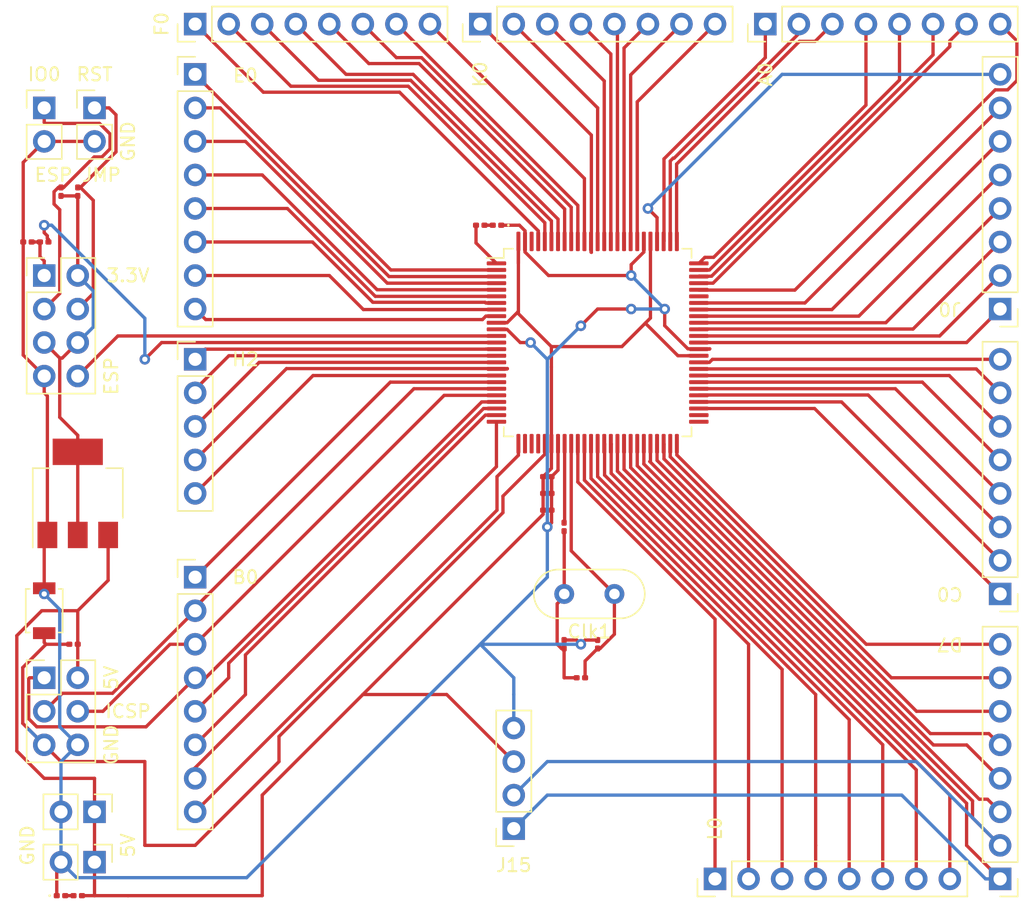
<source format=kicad_pcb>
(kicad_pcb (version 20171130) (host pcbnew 5.1.5+dfsg1-2build2)

  (general
    (thickness 1.6)
    (drawings 21)
    (tracks 500)
    (zones 0)
    (modules 37)
    (nets 100)
  )

  (page A4)
  (layers
    (0 F.Cu signal)
    (31 B.Cu signal)
    (32 B.Adhes user)
    (33 F.Adhes user)
    (34 B.Paste user)
    (35 F.Paste user)
    (36 B.SilkS user)
    (37 F.SilkS user)
    (38 B.Mask user)
    (39 F.Mask user)
    (40 Dwgs.User user)
    (41 Cmts.User user)
    (42 Eco1.User user)
    (43 Eco2.User user)
    (44 Edge.Cuts user)
    (45 Margin user)
    (46 B.CrtYd user)
    (47 F.CrtYd user)
    (48 B.Fab user)
    (49 F.Fab user hide)
  )

  (setup
    (last_trace_width 0.25)
    (trace_clearance 0.2)
    (zone_clearance 0.508)
    (zone_45_only no)
    (trace_min 0.2)
    (via_size 0.8)
    (via_drill 0.4)
    (via_min_size 0.4)
    (via_min_drill 0.3)
    (uvia_size 0.3)
    (uvia_drill 0.1)
    (uvias_allowed no)
    (uvia_min_size 0.2)
    (uvia_min_drill 0.1)
    (edge_width 0.05)
    (segment_width 0.2)
    (pcb_text_width 0.3)
    (pcb_text_size 1.5 1.5)
    (mod_edge_width 0.12)
    (mod_text_size 1 1)
    (mod_text_width 0.15)
    (pad_size 1.524 1.524)
    (pad_drill 0.762)
    (pad_to_mask_clearance 0.051)
    (solder_mask_min_width 0.25)
    (aux_axis_origin 0 0)
    (visible_elements FFFFFF7F)
    (pcbplotparams
      (layerselection 0x010fc_ffffffff)
      (usegerberextensions false)
      (usegerberattributes false)
      (usegerberadvancedattributes false)
      (creategerberjobfile false)
      (excludeedgelayer true)
      (linewidth 0.100000)
      (plotframeref false)
      (viasonmask false)
      (mode 1)
      (useauxorigin false)
      (hpglpennumber 1)
      (hpglpenspeed 20)
      (hpglpendiameter 15.000000)
      (psnegative false)
      (psa4output false)
      (plotreference true)
      (plotvalue true)
      (plotinvisibletext false)
      (padsonsilk false)
      (subtractmaskfromsilk false)
      (outputformat 1)
      (mirror false)
      (drillshape 0)
      (scaleselection 1)
      (outputdirectory ""))
  )

  (net 0 "")
  (net 1 "Net-(U1-Pad27)")
  (net 2 "Net-(U1-Pad28)")
  (net 3 "Net-(U1-Pad29)")
  (net 4 /RST)
  (net 5 "Net-(R2-Pad1)")
  (net 6 "Net-(C1-Pad1)")
  (net 7 "Net-(U1-Pad70)")
  (net 8 "Net-(U1-Pad98)")
  (net 9 "Net-(C2-Pad1)")
  (net 10 GND)
  (net 11 +5V)
  (net 12 "Net-(D1-Pad2)")
  (net 13 "Net-(D2-Pad2)")
  (net 14 /ESP_RX)
  (net 15 +3V3)
  (net 16 /ESP_TX)
  (net 17 "Net-(J3-Pad8)")
  (net 18 "Net-(J3-Pad7)")
  (net 19 "Net-(J3-Pad6)")
  (net 20 "Net-(J3-Pad5)")
  (net 21 "Net-(J3-Pad4)")
  (net 22 "Net-(J3-Pad3)")
  (net 23 "Net-(J3-Pad2)")
  (net 24 "Net-(J3-Pad1)")
  (net 25 "Net-(J4-Pad1)")
  (net 26 "Net-(J4-Pad2)")
  (net 27 "Net-(J4-Pad3)")
  (net 28 "Net-(J4-Pad4)")
  (net 29 "Net-(J4-Pad5)")
  (net 30 "Net-(J4-Pad6)")
  (net 31 "Net-(J4-Pad7)")
  (net 32 "Net-(J4-Pad8)")
  (net 33 "Net-(J5-Pad8)")
  (net 34 "Net-(J5-Pad7)")
  (net 35 "Net-(J5-Pad6)")
  (net 36 "Net-(J5-Pad5)")
  (net 37 "Net-(J5-Pad4)")
  (net 38 "Net-(J5-Pad3)")
  (net 39 "Net-(J5-Pad2)")
  (net 40 "Net-(J5-Pad1)")
  (net 41 "Net-(J6-Pad1)")
  (net 42 "Net-(J6-Pad2)")
  (net 43 "Net-(J6-Pad3)")
  (net 44 "Net-(J6-Pad4)")
  (net 45 "Net-(J6-Pad5)")
  (net 46 "Net-(J7-Pad8)")
  (net 47 "Net-(J7-Pad7)")
  (net 48 "Net-(J7-Pad6)")
  (net 49 "Net-(J7-Pad5)")
  (net 50 "Net-(J7-Pad4)")
  (net 51 "Net-(J7-Pad3)")
  (net 52 "Net-(J7-Pad2)")
  (net 53 "Net-(J7-Pad1)")
  (net 54 "Net-(J8-Pad1)")
  (net 55 /SCK)
  (net 56 /MOSI)
  (net 57 /MISO)
  (net 58 "Net-(J8-Pad5)")
  (net 59 "Net-(J8-Pad6)")
  (net 60 "Net-(J8-Pad7)")
  (net 61 "Net-(J8-Pad8)")
  (net 62 "Net-(J9-Pad1)")
  (net 63 "Net-(J9-Pad2)")
  (net 64 "Net-(J9-Pad3)")
  (net 65 "Net-(J9-Pad4)")
  (net 66 "Net-(J9-Pad5)")
  (net 67 "Net-(J9-Pad6)")
  (net 68 "Net-(J9-Pad7)")
  (net 69 "Net-(J9-Pad8)")
  (net 70 "Net-(J10-Pad3)")
  (net 71 "Net-(J10-Pad4)")
  (net 72 "Net-(J10-Pad5)")
  (net 73 "Net-(J10-Pad6)")
  (net 74 "Net-(J10-Pad7)")
  (net 75 "Net-(J10-Pad8)")
  (net 76 /PRGM_RX)
  (net 77 /PRGM_TX)
  (net 78 "Net-(J11-Pad3)")
  (net 79 "Net-(J11-Pad4)")
  (net 80 "Net-(J11-Pad5)")
  (net 81 "Net-(J11-Pad6)")
  (net 82 "Net-(J11-Pad7)")
  (net 83 "Net-(J11-Pad8)")
  (net 84 "Net-(J12-Pad8)")
  (net 85 "Net-(J12-Pad7)")
  (net 86 "Net-(J12-Pad6)")
  (net 87 "Net-(J12-Pad5)")
  (net 88 "Net-(J12-Pad4)")
  (net 89 "Net-(J12-Pad3)")
  (net 90 "Net-(J12-Pad2)")
  (net 91 "Net-(J12-Pad1)")
  (net 92 /TX2)
  (net 93 "Net-(R7-Pad2)")
  (net 94 /PG0)
  (net 95 /PG1)
  (net 96 /ESP_IO0)
  (net 97 /ESP_RST)
  (net 98 /SDA)
  (net 99 /SCL)

  (net_class Default "This is the default net class."
    (clearance 0.2)
    (trace_width 0.25)
    (via_dia 0.8)
    (via_drill 0.4)
    (uvia_dia 0.3)
    (uvia_drill 0.1)
    (add_net +3V3)
    (add_net +5V)
    (add_net /ESP_IO0)
    (add_net /ESP_RST)
    (add_net /ESP_RX)
    (add_net /ESP_TX)
    (add_net /MISO)
    (add_net /MOSI)
    (add_net /PG0)
    (add_net /PG1)
    (add_net /PRGM_RX)
    (add_net /PRGM_TX)
    (add_net /RST)
    (add_net /SCK)
    (add_net /SCL)
    (add_net /SDA)
    (add_net /TX2)
    (add_net GND)
    (add_net "Net-(C1-Pad1)")
    (add_net "Net-(C2-Pad1)")
    (add_net "Net-(D1-Pad2)")
    (add_net "Net-(D2-Pad2)")
    (add_net "Net-(J10-Pad3)")
    (add_net "Net-(J10-Pad4)")
    (add_net "Net-(J10-Pad5)")
    (add_net "Net-(J10-Pad6)")
    (add_net "Net-(J10-Pad7)")
    (add_net "Net-(J10-Pad8)")
    (add_net "Net-(J11-Pad3)")
    (add_net "Net-(J11-Pad4)")
    (add_net "Net-(J11-Pad5)")
    (add_net "Net-(J11-Pad6)")
    (add_net "Net-(J11-Pad7)")
    (add_net "Net-(J11-Pad8)")
    (add_net "Net-(J12-Pad1)")
    (add_net "Net-(J12-Pad2)")
    (add_net "Net-(J12-Pad3)")
    (add_net "Net-(J12-Pad4)")
    (add_net "Net-(J12-Pad5)")
    (add_net "Net-(J12-Pad6)")
    (add_net "Net-(J12-Pad7)")
    (add_net "Net-(J12-Pad8)")
    (add_net "Net-(J3-Pad1)")
    (add_net "Net-(J3-Pad2)")
    (add_net "Net-(J3-Pad3)")
    (add_net "Net-(J3-Pad4)")
    (add_net "Net-(J3-Pad5)")
    (add_net "Net-(J3-Pad6)")
    (add_net "Net-(J3-Pad7)")
    (add_net "Net-(J3-Pad8)")
    (add_net "Net-(J4-Pad1)")
    (add_net "Net-(J4-Pad2)")
    (add_net "Net-(J4-Pad3)")
    (add_net "Net-(J4-Pad4)")
    (add_net "Net-(J4-Pad5)")
    (add_net "Net-(J4-Pad6)")
    (add_net "Net-(J4-Pad7)")
    (add_net "Net-(J4-Pad8)")
    (add_net "Net-(J5-Pad1)")
    (add_net "Net-(J5-Pad2)")
    (add_net "Net-(J5-Pad3)")
    (add_net "Net-(J5-Pad4)")
    (add_net "Net-(J5-Pad5)")
    (add_net "Net-(J5-Pad6)")
    (add_net "Net-(J5-Pad7)")
    (add_net "Net-(J5-Pad8)")
    (add_net "Net-(J6-Pad1)")
    (add_net "Net-(J6-Pad2)")
    (add_net "Net-(J6-Pad3)")
    (add_net "Net-(J6-Pad4)")
    (add_net "Net-(J6-Pad5)")
    (add_net "Net-(J7-Pad1)")
    (add_net "Net-(J7-Pad2)")
    (add_net "Net-(J7-Pad3)")
    (add_net "Net-(J7-Pad4)")
    (add_net "Net-(J7-Pad5)")
    (add_net "Net-(J7-Pad6)")
    (add_net "Net-(J7-Pad7)")
    (add_net "Net-(J7-Pad8)")
    (add_net "Net-(J8-Pad1)")
    (add_net "Net-(J8-Pad5)")
    (add_net "Net-(J8-Pad6)")
    (add_net "Net-(J8-Pad7)")
    (add_net "Net-(J8-Pad8)")
    (add_net "Net-(J9-Pad1)")
    (add_net "Net-(J9-Pad2)")
    (add_net "Net-(J9-Pad3)")
    (add_net "Net-(J9-Pad4)")
    (add_net "Net-(J9-Pad5)")
    (add_net "Net-(J9-Pad6)")
    (add_net "Net-(J9-Pad7)")
    (add_net "Net-(J9-Pad8)")
    (add_net "Net-(R2-Pad1)")
    (add_net "Net-(R7-Pad2)")
    (add_net "Net-(U1-Pad27)")
    (add_net "Net-(U1-Pad28)")
    (add_net "Net-(U1-Pad29)")
    (add_net "Net-(U1-Pad70)")
    (add_net "Net-(U1-Pad98)")
  )

  (module Connector_PinSocket_2.54mm:PinSocket_1x04_P2.54mm_Vertical (layer F.Cu) (tedit 5A19A429) (tstamp 607A9BBC)
    (at 134.62 100.33 180)
    (descr "Through hole straight socket strip, 1x04, 2.54mm pitch, single row (from Kicad 4.0.7), script generated")
    (tags "Through hole socket strip THT 1x04 2.54mm single row")
    (path /607E0A85)
    (fp_text reference J15 (at 0 -2.77) (layer F.SilkS)
      (effects (font (size 1 1) (thickness 0.15)))
    )
    (fp_text value Conn_01x04 (at 0 10.39) (layer F.Fab)
      (effects (font (size 1 1) (thickness 0.15)))
    )
    (fp_text user %R (at 0 3.81 90) (layer F.Fab)
      (effects (font (size 1 1) (thickness 0.15)))
    )
    (fp_line (start -1.8 9.4) (end -1.8 -1.8) (layer F.CrtYd) (width 0.05))
    (fp_line (start 1.75 9.4) (end -1.8 9.4) (layer F.CrtYd) (width 0.05))
    (fp_line (start 1.75 -1.8) (end 1.75 9.4) (layer F.CrtYd) (width 0.05))
    (fp_line (start -1.8 -1.8) (end 1.75 -1.8) (layer F.CrtYd) (width 0.05))
    (fp_line (start 0 -1.33) (end 1.33 -1.33) (layer F.SilkS) (width 0.12))
    (fp_line (start 1.33 -1.33) (end 1.33 0) (layer F.SilkS) (width 0.12))
    (fp_line (start 1.33 1.27) (end 1.33 8.95) (layer F.SilkS) (width 0.12))
    (fp_line (start -1.33 8.95) (end 1.33 8.95) (layer F.SilkS) (width 0.12))
    (fp_line (start -1.33 1.27) (end -1.33 8.95) (layer F.SilkS) (width 0.12))
    (fp_line (start -1.33 1.27) (end 1.33 1.27) (layer F.SilkS) (width 0.12))
    (fp_line (start -1.27 8.89) (end -1.27 -1.27) (layer F.Fab) (width 0.1))
    (fp_line (start 1.27 8.89) (end -1.27 8.89) (layer F.Fab) (width 0.1))
    (fp_line (start 1.27 -0.635) (end 1.27 8.89) (layer F.Fab) (width 0.1))
    (fp_line (start 0.635 -1.27) (end 1.27 -0.635) (layer F.Fab) (width 0.1))
    (fp_line (start -1.27 -1.27) (end 0.635 -1.27) (layer F.Fab) (width 0.1))
    (pad 4 thru_hole oval (at 0 7.62 180) (size 1.7 1.7) (drill 1) (layers *.Cu *.Mask)
      (net 10 GND))
    (pad 3 thru_hole oval (at 0 5.08 180) (size 1.7 1.7) (drill 1) (layers *.Cu *.Mask)
      (net 11 +5V))
    (pad 2 thru_hole oval (at 0 2.54 180) (size 1.7 1.7) (drill 1) (layers *.Cu *.Mask)
      (net 98 /SDA))
    (pad 1 thru_hole rect (at 0 0 180) (size 1.7 1.7) (drill 1) (layers *.Cu *.Mask)
      (net 99 /SCL))
    (model ${KISYS3DMOD}/Connector_PinSocket_2.54mm.3dshapes/PinSocket_1x04_P2.54mm_Vertical.wrl
      (at (xyz 0 0 0))
      (scale (xyz 1 1 1))
      (rotate (xyz 0 0 0))
    )
  )

  (module Package_QFP:TQFP-100_14x14mm_P0.5mm (layer F.Cu) (tedit 5D9F72B1) (tstamp 607137F7)
    (at 140.97 63.5)
    (descr "TQFP, 100 Pin (http://www.microsemi.com/index.php?option=com_docman&task=doc_download&gid=131095), generated with kicad-footprint-generator ipc_gullwing_generator.py")
    (tags "TQFP QFP")
    (path /606E4022)
    (attr smd)
    (fp_text reference U1 (at 0 -9.35) (layer F.SilkS) hide
      (effects (font (size 1 1) (thickness 0.15)))
    )
    (fp_text value ATmega2560-16AU (at 0 9.35) (layer F.Fab)
      (effects (font (size 1 1) (thickness 0.15)))
    )
    (fp_line (start 8.65 6.4) (end 8.65 0) (layer F.CrtYd) (width 0.05))
    (fp_line (start 7.25 6.4) (end 8.65 6.4) (layer F.CrtYd) (width 0.05))
    (fp_line (start 7.25 7.25) (end 7.25 6.4) (layer F.CrtYd) (width 0.05))
    (fp_line (start 6.4 7.25) (end 7.25 7.25) (layer F.CrtYd) (width 0.05))
    (fp_line (start 6.4 8.65) (end 6.4 7.25) (layer F.CrtYd) (width 0.05))
    (fp_line (start 0 8.65) (end 6.4 8.65) (layer F.CrtYd) (width 0.05))
    (fp_line (start -8.65 6.4) (end -8.65 0) (layer F.CrtYd) (width 0.05))
    (fp_line (start -7.25 6.4) (end -8.65 6.4) (layer F.CrtYd) (width 0.05))
    (fp_line (start -7.25 7.25) (end -7.25 6.4) (layer F.CrtYd) (width 0.05))
    (fp_line (start -6.4 7.25) (end -7.25 7.25) (layer F.CrtYd) (width 0.05))
    (fp_line (start -6.4 8.65) (end -6.4 7.25) (layer F.CrtYd) (width 0.05))
    (fp_line (start 0 8.65) (end -6.4 8.65) (layer F.CrtYd) (width 0.05))
    (fp_line (start 8.65 -6.4) (end 8.65 0) (layer F.CrtYd) (width 0.05))
    (fp_line (start 7.25 -6.4) (end 8.65 -6.4) (layer F.CrtYd) (width 0.05))
    (fp_line (start 7.25 -7.25) (end 7.25 -6.4) (layer F.CrtYd) (width 0.05))
    (fp_line (start 6.4 -7.25) (end 7.25 -7.25) (layer F.CrtYd) (width 0.05))
    (fp_line (start 6.4 -8.65) (end 6.4 -7.25) (layer F.CrtYd) (width 0.05))
    (fp_line (start 0 -8.65) (end 6.4 -8.65) (layer F.CrtYd) (width 0.05))
    (fp_line (start -8.65 -6.4) (end -8.65 0) (layer F.CrtYd) (width 0.05))
    (fp_line (start -7.25 -6.4) (end -8.65 -6.4) (layer F.CrtYd) (width 0.05))
    (fp_line (start -7.25 -7.25) (end -7.25 -6.4) (layer F.CrtYd) (width 0.05))
    (fp_line (start -6.4 -7.25) (end -7.25 -7.25) (layer F.CrtYd) (width 0.05))
    (fp_line (start -6.4 -8.65) (end -6.4 -7.25) (layer F.CrtYd) (width 0.05))
    (fp_line (start 0 -8.65) (end -6.4 -8.65) (layer F.CrtYd) (width 0.05))
    (fp_line (start -7 -6) (end -6 -7) (layer F.Fab) (width 0.1))
    (fp_line (start -7 7) (end -7 -6) (layer F.Fab) (width 0.1))
    (fp_line (start 7 7) (end -7 7) (layer F.Fab) (width 0.1))
    (fp_line (start 7 -7) (end 7 7) (layer F.Fab) (width 0.1))
    (fp_line (start -6 -7) (end 7 -7) (layer F.Fab) (width 0.1))
    (fp_line (start -7.11 -6.41) (end -8.4 -6.41) (layer F.SilkS) (width 0.12))
    (fp_line (start -7.11 -7.11) (end -7.11 -6.41) (layer F.SilkS) (width 0.12))
    (fp_line (start -6.41 -7.11) (end -7.11 -7.11) (layer F.SilkS) (width 0.12))
    (fp_line (start 7.11 -7.11) (end 7.11 -6.41) (layer F.SilkS) (width 0.12))
    (fp_line (start 6.41 -7.11) (end 7.11 -7.11) (layer F.SilkS) (width 0.12))
    (fp_line (start -7.11 7.11) (end -7.11 6.41) (layer F.SilkS) (width 0.12))
    (fp_line (start -6.41 7.11) (end -7.11 7.11) (layer F.SilkS) (width 0.12))
    (fp_line (start 7.11 7.11) (end 7.11 6.41) (layer F.SilkS) (width 0.12))
    (fp_line (start 6.41 7.11) (end 7.11 7.11) (layer F.SilkS) (width 0.12))
    (fp_text user %R (at 0 0) (layer F.Fab)
      (effects (font (size 1 1) (thickness 0.15)))
    )
    (pad 1 smd roundrect (at -7.6625 -6) (size 1.475 0.3) (layers F.Cu F.Paste F.Mask) (roundrect_rratio 0.25)
      (net 93 "Net-(R7-Pad2)"))
    (pad 2 smd roundrect (at -7.6625 -5.5) (size 1.475 0.3) (layers F.Cu F.Paste F.Mask) (roundrect_rratio 0.25)
      (net 76 /PRGM_RX))
    (pad 3 smd roundrect (at -7.6625 -5) (size 1.475 0.3) (layers F.Cu F.Paste F.Mask) (roundrect_rratio 0.25)
      (net 77 /PRGM_TX))
    (pad 4 smd roundrect (at -7.6625 -4.5) (size 1.475 0.3) (layers F.Cu F.Paste F.Mask) (roundrect_rratio 0.25)
      (net 78 "Net-(J11-Pad3)"))
    (pad 5 smd roundrect (at -7.6625 -4) (size 1.475 0.3) (layers F.Cu F.Paste F.Mask) (roundrect_rratio 0.25)
      (net 79 "Net-(J11-Pad4)"))
    (pad 6 smd roundrect (at -7.6625 -3.5) (size 1.475 0.3) (layers F.Cu F.Paste F.Mask) (roundrect_rratio 0.25)
      (net 80 "Net-(J11-Pad5)"))
    (pad 7 smd roundrect (at -7.6625 -3) (size 1.475 0.3) (layers F.Cu F.Paste F.Mask) (roundrect_rratio 0.25)
      (net 81 "Net-(J11-Pad6)"))
    (pad 8 smd roundrect (at -7.6625 -2.5) (size 1.475 0.3) (layers F.Cu F.Paste F.Mask) (roundrect_rratio 0.25)
      (net 82 "Net-(J11-Pad7)"))
    (pad 9 smd roundrect (at -7.6625 -2) (size 1.475 0.3) (layers F.Cu F.Paste F.Mask) (roundrect_rratio 0.25)
      (net 83 "Net-(J11-Pad8)"))
    (pad 10 smd roundrect (at -7.6625 -1.5) (size 1.475 0.3) (layers F.Cu F.Paste F.Mask) (roundrect_rratio 0.25)
      (net 11 +5V))
    (pad 11 smd roundrect (at -7.6625 -1) (size 1.475 0.3) (layers F.Cu F.Paste F.Mask) (roundrect_rratio 0.25)
      (net 10 GND))
    (pad 12 smd roundrect (at -7.6625 -0.5) (size 1.475 0.3) (layers F.Cu F.Paste F.Mask) (roundrect_rratio 0.25)
      (net 16 /ESP_TX))
    (pad 13 smd roundrect (at -7.6625 0) (size 1.475 0.3) (layers F.Cu F.Paste F.Mask) (roundrect_rratio 0.25)
      (net 92 /TX2))
    (pad 14 smd roundrect (at -7.6625 0.5) (size 1.475 0.3) (layers F.Cu F.Paste F.Mask) (roundrect_rratio 0.25)
      (net 41 "Net-(J6-Pad1)"))
    (pad 15 smd roundrect (at -7.6625 1) (size 1.475 0.3) (layers F.Cu F.Paste F.Mask) (roundrect_rratio 0.25)
      (net 42 "Net-(J6-Pad2)"))
    (pad 16 smd roundrect (at -7.6625 1.5) (size 1.475 0.3) (layers F.Cu F.Paste F.Mask) (roundrect_rratio 0.25)
      (net 43 "Net-(J6-Pad3)"))
    (pad 17 smd roundrect (at -7.6625 2) (size 1.475 0.3) (layers F.Cu F.Paste F.Mask) (roundrect_rratio 0.25)
      (net 44 "Net-(J6-Pad4)"))
    (pad 18 smd roundrect (at -7.6625 2.5) (size 1.475 0.3) (layers F.Cu F.Paste F.Mask) (roundrect_rratio 0.25)
      (net 45 "Net-(J6-Pad5)"))
    (pad 19 smd roundrect (at -7.6625 3) (size 1.475 0.3) (layers F.Cu F.Paste F.Mask) (roundrect_rratio 0.25)
      (net 54 "Net-(J8-Pad1)"))
    (pad 20 smd roundrect (at -7.6625 3.5) (size 1.475 0.3) (layers F.Cu F.Paste F.Mask) (roundrect_rratio 0.25)
      (net 55 /SCK))
    (pad 21 smd roundrect (at -7.6625 4) (size 1.475 0.3) (layers F.Cu F.Paste F.Mask) (roundrect_rratio 0.25)
      (net 56 /MOSI))
    (pad 22 smd roundrect (at -7.6625 4.5) (size 1.475 0.3) (layers F.Cu F.Paste F.Mask) (roundrect_rratio 0.25)
      (net 57 /MISO))
    (pad 23 smd roundrect (at -7.6625 5) (size 1.475 0.3) (layers F.Cu F.Paste F.Mask) (roundrect_rratio 0.25)
      (net 58 "Net-(J8-Pad5)"))
    (pad 24 smd roundrect (at -7.6625 5.5) (size 1.475 0.3) (layers F.Cu F.Paste F.Mask) (roundrect_rratio 0.25)
      (net 59 "Net-(J8-Pad6)"))
    (pad 25 smd roundrect (at -7.6625 6) (size 1.475 0.3) (layers F.Cu F.Paste F.Mask) (roundrect_rratio 0.25)
      (net 60 "Net-(J8-Pad7)"))
    (pad 26 smd roundrect (at -6 7.6625) (size 0.3 1.475) (layers F.Cu F.Paste F.Mask) (roundrect_rratio 0.25)
      (net 61 "Net-(J8-Pad8)"))
    (pad 27 smd roundrect (at -5.5 7.6625) (size 0.3 1.475) (layers F.Cu F.Paste F.Mask) (roundrect_rratio 0.25)
      (net 1 "Net-(U1-Pad27)"))
    (pad 28 smd roundrect (at -5 7.6625) (size 0.3 1.475) (layers F.Cu F.Paste F.Mask) (roundrect_rratio 0.25)
      (net 2 "Net-(U1-Pad28)"))
    (pad 29 smd roundrect (at -4.5 7.6625) (size 0.3 1.475) (layers F.Cu F.Paste F.Mask) (roundrect_rratio 0.25)
      (net 3 "Net-(U1-Pad29)"))
    (pad 30 smd roundrect (at -4 7.6625) (size 0.3 1.475) (layers F.Cu F.Paste F.Mask) (roundrect_rratio 0.25)
      (net 4 /RST))
    (pad 31 smd roundrect (at -3.5 7.6625) (size 0.3 1.475) (layers F.Cu F.Paste F.Mask) (roundrect_rratio 0.25)
      (net 11 +5V))
    (pad 32 smd roundrect (at -3 7.6625) (size 0.3 1.475) (layers F.Cu F.Paste F.Mask) (roundrect_rratio 0.25)
      (net 10 GND))
    (pad 33 smd roundrect (at -2.5 7.6625) (size 0.3 1.475) (layers F.Cu F.Paste F.Mask) (roundrect_rratio 0.25)
      (net 5 "Net-(R2-Pad1)"))
    (pad 34 smd roundrect (at -2 7.6625) (size 0.3 1.475) (layers F.Cu F.Paste F.Mask) (roundrect_rratio 0.25)
      (net 6 "Net-(C1-Pad1)"))
    (pad 35 smd roundrect (at -1.5 7.6625) (size 0.3 1.475) (layers F.Cu F.Paste F.Mask) (roundrect_rratio 0.25)
      (net 24 "Net-(J3-Pad1)"))
    (pad 36 smd roundrect (at -1 7.6625) (size 0.3 1.475) (layers F.Cu F.Paste F.Mask) (roundrect_rratio 0.25)
      (net 23 "Net-(J3-Pad2)"))
    (pad 37 smd roundrect (at -0.5 7.6625) (size 0.3 1.475) (layers F.Cu F.Paste F.Mask) (roundrect_rratio 0.25)
      (net 22 "Net-(J3-Pad3)"))
    (pad 38 smd roundrect (at 0 7.6625) (size 0.3 1.475) (layers F.Cu F.Paste F.Mask) (roundrect_rratio 0.25)
      (net 21 "Net-(J3-Pad4)"))
    (pad 39 smd roundrect (at 0.5 7.6625) (size 0.3 1.475) (layers F.Cu F.Paste F.Mask) (roundrect_rratio 0.25)
      (net 20 "Net-(J3-Pad5)"))
    (pad 40 smd roundrect (at 1 7.6625) (size 0.3 1.475) (layers F.Cu F.Paste F.Mask) (roundrect_rratio 0.25)
      (net 19 "Net-(J3-Pad6)"))
    (pad 41 smd roundrect (at 1.5 7.6625) (size 0.3 1.475) (layers F.Cu F.Paste F.Mask) (roundrect_rratio 0.25)
      (net 18 "Net-(J3-Pad7)"))
    (pad 42 smd roundrect (at 2 7.6625) (size 0.3 1.475) (layers F.Cu F.Paste F.Mask) (roundrect_rratio 0.25)
      (net 17 "Net-(J3-Pad8)"))
    (pad 43 smd roundrect (at 2.5 7.6625) (size 0.3 1.475) (layers F.Cu F.Paste F.Mask) (roundrect_rratio 0.25)
      (net 99 /SCL))
    (pad 44 smd roundrect (at 3 7.6625) (size 0.3 1.475) (layers F.Cu F.Paste F.Mask) (roundrect_rratio 0.25)
      (net 98 /SDA))
    (pad 45 smd roundrect (at 3.5 7.6625) (size 0.3 1.475) (layers F.Cu F.Paste F.Mask) (roundrect_rratio 0.25)
      (net 70 "Net-(J10-Pad3)"))
    (pad 46 smd roundrect (at 4 7.6625) (size 0.3 1.475) (layers F.Cu F.Paste F.Mask) (roundrect_rratio 0.25)
      (net 71 "Net-(J10-Pad4)"))
    (pad 47 smd roundrect (at 4.5 7.6625) (size 0.3 1.475) (layers F.Cu F.Paste F.Mask) (roundrect_rratio 0.25)
      (net 72 "Net-(J10-Pad5)"))
    (pad 48 smd roundrect (at 5 7.6625) (size 0.3 1.475) (layers F.Cu F.Paste F.Mask) (roundrect_rratio 0.25)
      (net 73 "Net-(J10-Pad6)"))
    (pad 49 smd roundrect (at 5.5 7.6625) (size 0.3 1.475) (layers F.Cu F.Paste F.Mask) (roundrect_rratio 0.25)
      (net 74 "Net-(J10-Pad7)"))
    (pad 50 smd roundrect (at 6 7.6625) (size 0.3 1.475) (layers F.Cu F.Paste F.Mask) (roundrect_rratio 0.25)
      (net 75 "Net-(J10-Pad8)"))
    (pad 51 smd roundrect (at 7.6625 6) (size 1.475 0.3) (layers F.Cu F.Paste F.Mask) (roundrect_rratio 0.25)
      (net 94 /PG0))
    (pad 52 smd roundrect (at 7.6625 5.5) (size 1.475 0.3) (layers F.Cu F.Paste F.Mask) (roundrect_rratio 0.25)
      (net 95 /PG1))
    (pad 53 smd roundrect (at 7.6625 5) (size 1.475 0.3) (layers F.Cu F.Paste F.Mask) (roundrect_rratio 0.25)
      (net 62 "Net-(J9-Pad1)"))
    (pad 54 smd roundrect (at 7.6625 4.5) (size 1.475 0.3) (layers F.Cu F.Paste F.Mask) (roundrect_rratio 0.25)
      (net 63 "Net-(J9-Pad2)"))
    (pad 55 smd roundrect (at 7.6625 4) (size 1.475 0.3) (layers F.Cu F.Paste F.Mask) (roundrect_rratio 0.25)
      (net 64 "Net-(J9-Pad3)"))
    (pad 56 smd roundrect (at 7.6625 3.5) (size 1.475 0.3) (layers F.Cu F.Paste F.Mask) (roundrect_rratio 0.25)
      (net 65 "Net-(J9-Pad4)"))
    (pad 57 smd roundrect (at 7.6625 3) (size 1.475 0.3) (layers F.Cu F.Paste F.Mask) (roundrect_rratio 0.25)
      (net 66 "Net-(J9-Pad5)"))
    (pad 58 smd roundrect (at 7.6625 2.5) (size 1.475 0.3) (layers F.Cu F.Paste F.Mask) (roundrect_rratio 0.25)
      (net 67 "Net-(J9-Pad6)"))
    (pad 59 smd roundrect (at 7.6625 2) (size 1.475 0.3) (layers F.Cu F.Paste F.Mask) (roundrect_rratio 0.25)
      (net 68 "Net-(J9-Pad7)"))
    (pad 60 smd roundrect (at 7.6625 1.5) (size 1.475 0.3) (layers F.Cu F.Paste F.Mask) (roundrect_rratio 0.25)
      (net 69 "Net-(J9-Pad8)"))
    (pad 61 smd roundrect (at 7.6625 1) (size 1.475 0.3) (layers F.Cu F.Paste F.Mask) (roundrect_rratio 0.25)
      (net 11 +5V))
    (pad 62 smd roundrect (at 7.6625 0.5) (size 1.475 0.3) (layers F.Cu F.Paste F.Mask) (roundrect_rratio 0.25)
      (net 10 GND))
    (pad 63 smd roundrect (at 7.6625 0) (size 1.475 0.3) (layers F.Cu F.Paste F.Mask) (roundrect_rratio 0.25)
      (net 40 "Net-(J5-Pad1)"))
    (pad 64 smd roundrect (at 7.6625 -0.5) (size 1.475 0.3) (layers F.Cu F.Paste F.Mask) (roundrect_rratio 0.25)
      (net 39 "Net-(J5-Pad2)"))
    (pad 65 smd roundrect (at 7.6625 -1) (size 1.475 0.3) (layers F.Cu F.Paste F.Mask) (roundrect_rratio 0.25)
      (net 38 "Net-(J5-Pad3)"))
    (pad 66 smd roundrect (at 7.6625 -1.5) (size 1.475 0.3) (layers F.Cu F.Paste F.Mask) (roundrect_rratio 0.25)
      (net 37 "Net-(J5-Pad4)"))
    (pad 67 smd roundrect (at 7.6625 -2) (size 1.475 0.3) (layers F.Cu F.Paste F.Mask) (roundrect_rratio 0.25)
      (net 36 "Net-(J5-Pad5)"))
    (pad 68 smd roundrect (at 7.6625 -2.5) (size 1.475 0.3) (layers F.Cu F.Paste F.Mask) (roundrect_rratio 0.25)
      (net 35 "Net-(J5-Pad6)"))
    (pad 69 smd roundrect (at 7.6625 -3) (size 1.475 0.3) (layers F.Cu F.Paste F.Mask) (roundrect_rratio 0.25)
      (net 34 "Net-(J5-Pad7)"))
    (pad 70 smd roundrect (at 7.6625 -3.5) (size 1.475 0.3) (layers F.Cu F.Paste F.Mask) (roundrect_rratio 0.25)
      (net 7 "Net-(U1-Pad70)"))
    (pad 71 smd roundrect (at 7.6625 -4) (size 1.475 0.3) (layers F.Cu F.Paste F.Mask) (roundrect_rratio 0.25)
      (net 46 "Net-(J7-Pad8)"))
    (pad 72 smd roundrect (at 7.6625 -4.5) (size 1.475 0.3) (layers F.Cu F.Paste F.Mask) (roundrect_rratio 0.25)
      (net 47 "Net-(J7-Pad7)"))
    (pad 73 smd roundrect (at 7.6625 -5) (size 1.475 0.3) (layers F.Cu F.Paste F.Mask) (roundrect_rratio 0.25)
      (net 48 "Net-(J7-Pad6)"))
    (pad 74 smd roundrect (at 7.6625 -5.5) (size 1.475 0.3) (layers F.Cu F.Paste F.Mask) (roundrect_rratio 0.25)
      (net 49 "Net-(J7-Pad5)"))
    (pad 75 smd roundrect (at 7.6625 -6) (size 1.475 0.3) (layers F.Cu F.Paste F.Mask) (roundrect_rratio 0.25)
      (net 50 "Net-(J7-Pad4)"))
    (pad 76 smd roundrect (at 6 -7.6625) (size 0.3 1.475) (layers F.Cu F.Paste F.Mask) (roundrect_rratio 0.25)
      (net 51 "Net-(J7-Pad3)"))
    (pad 77 smd roundrect (at 5.5 -7.6625) (size 0.3 1.475) (layers F.Cu F.Paste F.Mask) (roundrect_rratio 0.25)
      (net 52 "Net-(J7-Pad2)"))
    (pad 78 smd roundrect (at 5 -7.6625) (size 0.3 1.475) (layers F.Cu F.Paste F.Mask) (roundrect_rratio 0.25)
      (net 53 "Net-(J7-Pad1)"))
    (pad 79 smd roundrect (at 4.5 -7.6625) (size 0.3 1.475) (layers F.Cu F.Paste F.Mask) (roundrect_rratio 0.25)
      (net 33 "Net-(J5-Pad8)"))
    (pad 80 smd roundrect (at 4 -7.6625) (size 0.3 1.475) (layers F.Cu F.Paste F.Mask) (roundrect_rratio 0.25)
      (net 11 +5V))
    (pad 81 smd roundrect (at 3.5 -7.6625) (size 0.3 1.475) (layers F.Cu F.Paste F.Mask) (roundrect_rratio 0.25)
      (net 10 GND))
    (pad 82 smd roundrect (at 3 -7.6625) (size 0.3 1.475) (layers F.Cu F.Paste F.Mask) (roundrect_rratio 0.25)
      (net 32 "Net-(J4-Pad8)"))
    (pad 83 smd roundrect (at 2.5 -7.6625) (size 0.3 1.475) (layers F.Cu F.Paste F.Mask) (roundrect_rratio 0.25)
      (net 31 "Net-(J4-Pad7)"))
    (pad 84 smd roundrect (at 2 -7.6625) (size 0.3 1.475) (layers F.Cu F.Paste F.Mask) (roundrect_rratio 0.25)
      (net 30 "Net-(J4-Pad6)"))
    (pad 85 smd roundrect (at 1.5 -7.6625) (size 0.3 1.475) (layers F.Cu F.Paste F.Mask) (roundrect_rratio 0.25)
      (net 29 "Net-(J4-Pad5)"))
    (pad 86 smd roundrect (at 1 -7.6625) (size 0.3 1.475) (layers F.Cu F.Paste F.Mask) (roundrect_rratio 0.25)
      (net 28 "Net-(J4-Pad4)"))
    (pad 87 smd roundrect (at 0.5 -7.6625) (size 0.3 1.475) (layers F.Cu F.Paste F.Mask) (roundrect_rratio 0.25)
      (net 27 "Net-(J4-Pad3)"))
    (pad 88 smd roundrect (at 0 -7.6625) (size 0.3 1.475) (layers F.Cu F.Paste F.Mask) (roundrect_rratio 0.25)
      (net 26 "Net-(J4-Pad2)"))
    (pad 89 smd roundrect (at -0.5 -7.6625) (size 0.3 1.475) (layers F.Cu F.Paste F.Mask) (roundrect_rratio 0.25)
      (net 25 "Net-(J4-Pad1)"))
    (pad 90 smd roundrect (at -1 -7.6625) (size 0.3 1.475) (layers F.Cu F.Paste F.Mask) (roundrect_rratio 0.25)
      (net 84 "Net-(J12-Pad8)"))
    (pad 91 smd roundrect (at -1.5 -7.6625) (size 0.3 1.475) (layers F.Cu F.Paste F.Mask) (roundrect_rratio 0.25)
      (net 85 "Net-(J12-Pad7)"))
    (pad 92 smd roundrect (at -2 -7.6625) (size 0.3 1.475) (layers F.Cu F.Paste F.Mask) (roundrect_rratio 0.25)
      (net 86 "Net-(J12-Pad6)"))
    (pad 93 smd roundrect (at -2.5 -7.6625) (size 0.3 1.475) (layers F.Cu F.Paste F.Mask) (roundrect_rratio 0.25)
      (net 87 "Net-(J12-Pad5)"))
    (pad 94 smd roundrect (at -3 -7.6625) (size 0.3 1.475) (layers F.Cu F.Paste F.Mask) (roundrect_rratio 0.25)
      (net 88 "Net-(J12-Pad4)"))
    (pad 95 smd roundrect (at -3.5 -7.6625) (size 0.3 1.475) (layers F.Cu F.Paste F.Mask) (roundrect_rratio 0.25)
      (net 89 "Net-(J12-Pad3)"))
    (pad 96 smd roundrect (at -4 -7.6625) (size 0.3 1.475) (layers F.Cu F.Paste F.Mask) (roundrect_rratio 0.25)
      (net 90 "Net-(J12-Pad2)"))
    (pad 97 smd roundrect (at -4.5 -7.6625) (size 0.3 1.475) (layers F.Cu F.Paste F.Mask) (roundrect_rratio 0.25)
      (net 91 "Net-(J12-Pad1)"))
    (pad 98 smd roundrect (at -5 -7.6625) (size 0.3 1.475) (layers F.Cu F.Paste F.Mask) (roundrect_rratio 0.25)
      (net 8 "Net-(U1-Pad98)"))
    (pad 99 smd roundrect (at -5.5 -7.6625) (size 0.3 1.475) (layers F.Cu F.Paste F.Mask) (roundrect_rratio 0.25)
      (net 10 GND))
    (pad 100 smd roundrect (at -6 -7.6625) (size 0.3 1.475) (layers F.Cu F.Paste F.Mask) (roundrect_rratio 0.25)
      (net 11 +5V))
    (model ${KISYS3DMOD}/Package_QFP.3dshapes/TQFP-100_14x14mm_P0.5mm.wrl
      (at (xyz 0 0 0))
      (scale (xyz 1 1 1))
      (rotate (xyz 0 0 0))
    )
  )

  (module Connector_PinHeader_2.54mm:PinHeader_1x02_P2.54mm_Vertical (layer F.Cu) (tedit 59FED5CC) (tstamp 6070DF07)
    (at 102.87 45.72)
    (descr "Through hole straight pin header, 1x02, 2.54mm pitch, single row")
    (tags "Through hole pin header THT 1x02 2.54mm single row")
    (path /607B9B49)
    (fp_text reference JP2 (at 0 -2.33) (layer F.SilkS) hide
      (effects (font (size 1 1) (thickness 0.15)))
    )
    (fp_text value RST_JMP (at 0 4.87) (layer F.Fab)
      (effects (font (size 1 1) (thickness 0.15)))
    )
    (fp_text user %R (at 0 1.27 90) (layer F.Fab)
      (effects (font (size 1 1) (thickness 0.15)))
    )
    (fp_line (start 1.8 -1.8) (end -1.8 -1.8) (layer F.CrtYd) (width 0.05))
    (fp_line (start 1.8 4.35) (end 1.8 -1.8) (layer F.CrtYd) (width 0.05))
    (fp_line (start -1.8 4.35) (end 1.8 4.35) (layer F.CrtYd) (width 0.05))
    (fp_line (start -1.8 -1.8) (end -1.8 4.35) (layer F.CrtYd) (width 0.05))
    (fp_line (start -1.33 -1.33) (end 0 -1.33) (layer F.SilkS) (width 0.12))
    (fp_line (start -1.33 0) (end -1.33 -1.33) (layer F.SilkS) (width 0.12))
    (fp_line (start -1.33 1.27) (end 1.33 1.27) (layer F.SilkS) (width 0.12))
    (fp_line (start 1.33 1.27) (end 1.33 3.87) (layer F.SilkS) (width 0.12))
    (fp_line (start -1.33 1.27) (end -1.33 3.87) (layer F.SilkS) (width 0.12))
    (fp_line (start -1.33 3.87) (end 1.33 3.87) (layer F.SilkS) (width 0.12))
    (fp_line (start -1.27 -0.635) (end -0.635 -1.27) (layer F.Fab) (width 0.1))
    (fp_line (start -1.27 3.81) (end -1.27 -0.635) (layer F.Fab) (width 0.1))
    (fp_line (start 1.27 3.81) (end -1.27 3.81) (layer F.Fab) (width 0.1))
    (fp_line (start 1.27 -1.27) (end 1.27 3.81) (layer F.Fab) (width 0.1))
    (fp_line (start -0.635 -1.27) (end 1.27 -1.27) (layer F.Fab) (width 0.1))
    (pad 2 thru_hole oval (at 0 2.54) (size 1.7 1.7) (drill 1) (layers *.Cu *.Mask)
      (net 10 GND))
    (pad 1 thru_hole rect (at 0 0) (size 1.7 1.7) (drill 1) (layers *.Cu *.Mask)
      (net 97 /ESP_RST))
    (model ${KISYS3DMOD}/Connector_PinHeader_2.54mm.3dshapes/PinHeader_1x02_P2.54mm_Vertical.wrl
      (at (xyz 0 0 0))
      (scale (xyz 1 1 1))
      (rotate (xyz 0 0 0))
    )
  )

  (module Connector_PinHeader_2.54mm:PinHeader_1x02_P2.54mm_Vertical (layer F.Cu) (tedit 59FED5CC) (tstamp 6070DEF1)
    (at 99.06 45.72)
    (descr "Through hole straight pin header, 1x02, 2.54mm pitch, single row")
    (tags "Through hole pin header THT 1x02 2.54mm single row")
    (path /60797A65)
    (fp_text reference JP1 (at 0 -2.33) (layer F.SilkS) hide
      (effects (font (size 1 1) (thickness 0.15)))
    )
    (fp_text value IO0_JMP (at 0 4.87) (layer F.Fab)
      (effects (font (size 1 1) (thickness 0.15)))
    )
    (fp_text user %R (at 0 1.27 90) (layer F.Fab)
      (effects (font (size 1 1) (thickness 0.15)))
    )
    (fp_line (start 1.8 -1.8) (end -1.8 -1.8) (layer F.CrtYd) (width 0.05))
    (fp_line (start 1.8 4.35) (end 1.8 -1.8) (layer F.CrtYd) (width 0.05))
    (fp_line (start -1.8 4.35) (end 1.8 4.35) (layer F.CrtYd) (width 0.05))
    (fp_line (start -1.8 -1.8) (end -1.8 4.35) (layer F.CrtYd) (width 0.05))
    (fp_line (start -1.33 -1.33) (end 0 -1.33) (layer F.SilkS) (width 0.12))
    (fp_line (start -1.33 0) (end -1.33 -1.33) (layer F.SilkS) (width 0.12))
    (fp_line (start -1.33 1.27) (end 1.33 1.27) (layer F.SilkS) (width 0.12))
    (fp_line (start 1.33 1.27) (end 1.33 3.87) (layer F.SilkS) (width 0.12))
    (fp_line (start -1.33 1.27) (end -1.33 3.87) (layer F.SilkS) (width 0.12))
    (fp_line (start -1.33 3.87) (end 1.33 3.87) (layer F.SilkS) (width 0.12))
    (fp_line (start -1.27 -0.635) (end -0.635 -1.27) (layer F.Fab) (width 0.1))
    (fp_line (start -1.27 3.81) (end -1.27 -0.635) (layer F.Fab) (width 0.1))
    (fp_line (start 1.27 3.81) (end -1.27 3.81) (layer F.Fab) (width 0.1))
    (fp_line (start 1.27 -1.27) (end 1.27 3.81) (layer F.Fab) (width 0.1))
    (fp_line (start -0.635 -1.27) (end 1.27 -1.27) (layer F.Fab) (width 0.1))
    (pad 2 thru_hole oval (at 0 2.54) (size 1.7 1.7) (drill 1) (layers *.Cu *.Mask)
      (net 10 GND))
    (pad 1 thru_hole rect (at 0 0) (size 1.7 1.7) (drill 1) (layers *.Cu *.Mask)
      (net 96 /ESP_IO0))
    (model ${KISYS3DMOD}/Connector_PinHeader_2.54mm.3dshapes/PinHeader_1x02_P2.54mm_Vertical.wrl
      (at (xyz 0 0 0))
      (scale (xyz 1 1 1))
      (rotate (xyz 0 0 0))
    )
  )

  (module Connector_PinHeader_2.54mm:PinHeader_2x04_P2.54mm_Vertical (layer F.Cu) (tedit 59FED5CC) (tstamp 6071EC00)
    (at 99.06 58.42)
    (descr "Through hole straight pin header, 2x04, 2.54mm pitch, double rows")
    (tags "Through hole pin header THT 2x04 2.54mm double row")
    (path /611926C1)
    (fp_text reference J2 (at 1.27 -2.33) (layer F.SilkS) hide
      (effects (font (size 1 1) (thickness 0.15)))
    )
    (fp_text value ESP8266_CONN (at 1.27 9.95) (layer F.Fab)
      (effects (font (size 1 1) (thickness 0.15)))
    )
    (fp_line (start 4.35 -1.8) (end -1.8 -1.8) (layer F.CrtYd) (width 0.05))
    (fp_line (start 4.35 9.4) (end 4.35 -1.8) (layer F.CrtYd) (width 0.05))
    (fp_line (start -1.8 9.4) (end 4.35 9.4) (layer F.CrtYd) (width 0.05))
    (fp_line (start -1.8 -1.8) (end -1.8 9.4) (layer F.CrtYd) (width 0.05))
    (fp_line (start -1.33 -1.33) (end 0 -1.33) (layer F.SilkS) (width 0.12))
    (fp_line (start -1.33 0) (end -1.33 -1.33) (layer F.SilkS) (width 0.12))
    (fp_line (start 1.27 -1.33) (end 3.87 -1.33) (layer F.SilkS) (width 0.12))
    (fp_line (start 1.27 1.27) (end 1.27 -1.33) (layer F.SilkS) (width 0.12))
    (fp_line (start -1.33 1.27) (end 1.27 1.27) (layer F.SilkS) (width 0.12))
    (fp_line (start 3.87 -1.33) (end 3.87 8.95) (layer F.SilkS) (width 0.12))
    (fp_line (start -1.33 1.27) (end -1.33 8.95) (layer F.SilkS) (width 0.12))
    (fp_line (start -1.33 8.95) (end 3.87 8.95) (layer F.SilkS) (width 0.12))
    (fp_line (start -1.27 0) (end 0 -1.27) (layer F.Fab) (width 0.1))
    (fp_line (start -1.27 8.89) (end -1.27 0) (layer F.Fab) (width 0.1))
    (fp_line (start 3.81 8.89) (end -1.27 8.89) (layer F.Fab) (width 0.1))
    (fp_line (start 3.81 -1.27) (end 3.81 8.89) (layer F.Fab) (width 0.1))
    (fp_line (start 0 -1.27) (end 3.81 -1.27) (layer F.Fab) (width 0.1))
    (fp_text user %R (at 1.27 3.81 90) (layer F.Fab)
      (effects (font (size 1 1) (thickness 0.15)))
    )
    (pad 1 thru_hole rect (at 0 0) (size 1.7 1.7) (drill 1) (layers *.Cu *.Mask)
      (net 14 /ESP_RX))
    (pad 2 thru_hole oval (at 2.54 0) (size 1.7 1.7) (drill 1) (layers *.Cu *.Mask)
      (net 15 +3V3))
    (pad 3 thru_hole oval (at 0 2.54) (size 1.7 1.7) (drill 1) (layers *.Cu *.Mask)
      (net 96 /ESP_IO0))
    (pad 4 thru_hole oval (at 2.54 2.54) (size 1.7 1.7) (drill 1) (layers *.Cu *.Mask)
      (net 97 /ESP_RST))
    (pad 5 thru_hole oval (at 0 5.08) (size 1.7 1.7) (drill 1) (layers *.Cu *.Mask)
      (net 15 +3V3))
    (pad 6 thru_hole oval (at 2.54 5.08) (size 1.7 1.7) (drill 1) (layers *.Cu *.Mask)
      (net 15 +3V3))
    (pad 7 thru_hole oval (at 0 7.62) (size 1.7 1.7) (drill 1) (layers *.Cu *.Mask)
      (net 10 GND))
    (pad 8 thru_hole oval (at 2.54 7.62) (size 1.7 1.7) (drill 1) (layers *.Cu *.Mask)
      (net 16 /ESP_TX))
    (model ${KISYS3DMOD}/Connector_PinHeader_2.54mm.3dshapes/PinHeader_2x04_P2.54mm_Vertical.wrl
      (at (xyz 0 0 0))
      (scale (xyz 1 1 1))
      (rotate (xyz 0 0 0))
    )
  )

  (module Resistor_SMD:R_0201_0603Metric (layer F.Cu) (tedit 5B301BBD) (tstamp 6071E444)
    (at 101.6 52.07 90)
    (descr "Resistor SMD 0201 (0603 Metric), square (rectangular) end terminal, IPC_7351 nominal, (Body size source: https://www.vishay.com/docs/20052/crcw0201e3.pdf), generated with kicad-footprint-generator")
    (tags resistor)
    (path /6077AE08)
    (attr smd)
    (fp_text reference R6 (at 0 -1.05 90) (layer F.SilkS) hide
      (effects (font (size 1 1) (thickness 0.15)))
    )
    (fp_text value 10k (at 0 1.05 90) (layer F.Fab)
      (effects (font (size 1 1) (thickness 0.15)))
    )
    (fp_text user %R (at 0 -0.68 90) (layer F.Fab)
      (effects (font (size 0.25 0.25) (thickness 0.04)))
    )
    (fp_line (start 0.7 0.35) (end -0.7 0.35) (layer F.CrtYd) (width 0.05))
    (fp_line (start 0.7 -0.35) (end 0.7 0.35) (layer F.CrtYd) (width 0.05))
    (fp_line (start -0.7 -0.35) (end 0.7 -0.35) (layer F.CrtYd) (width 0.05))
    (fp_line (start -0.7 0.35) (end -0.7 -0.35) (layer F.CrtYd) (width 0.05))
    (fp_line (start 0.3 0.15) (end -0.3 0.15) (layer F.Fab) (width 0.1))
    (fp_line (start 0.3 -0.15) (end 0.3 0.15) (layer F.Fab) (width 0.1))
    (fp_line (start -0.3 -0.15) (end 0.3 -0.15) (layer F.Fab) (width 0.1))
    (fp_line (start -0.3 0.15) (end -0.3 -0.15) (layer F.Fab) (width 0.1))
    (pad 2 smd roundrect (at 0.32 0 90) (size 0.46 0.4) (layers F.Cu F.Mask) (roundrect_rratio 0.25)
      (net 97 /ESP_RST))
    (pad 1 smd roundrect (at -0.32 0 90) (size 0.46 0.4) (layers F.Cu F.Mask) (roundrect_rratio 0.25)
      (net 15 +3V3))
    (pad "" smd roundrect (at 0.345 0 90) (size 0.318 0.36) (layers F.Paste) (roundrect_rratio 0.25))
    (pad "" smd roundrect (at -0.345 0 90) (size 0.318 0.36) (layers F.Paste) (roundrect_rratio 0.25))
    (model ${KISYS3DMOD}/Resistor_SMD.3dshapes/R_0201_0603Metric.wrl
      (at (xyz 0 0 0))
      (scale (xyz 1 1 1))
      (rotate (xyz 0 0 0))
    )
  )

  (module Resistor_SMD:R_0201_0603Metric (layer F.Cu) (tedit 5B301BBD) (tstamp 6070E075)
    (at 100.33 52.07 90)
    (descr "Resistor SMD 0201 (0603 Metric), square (rectangular) end terminal, IPC_7351 nominal, (Body size source: https://www.vishay.com/docs/20052/crcw0201e3.pdf), generated with kicad-footprint-generator")
    (tags resistor)
    (path /6077A4E3)
    (attr smd)
    (fp_text reference R5 (at 0 -1.05 90) (layer F.SilkS) hide
      (effects (font (size 1 1) (thickness 0.15)))
    )
    (fp_text value 10k (at 0 1.05 90) (layer F.Fab)
      (effects (font (size 1 1) (thickness 0.15)))
    )
    (fp_text user %R (at 0 -0.68 90) (layer F.Fab)
      (effects (font (size 0.25 0.25) (thickness 0.04)))
    )
    (fp_line (start 0.7 0.35) (end -0.7 0.35) (layer F.CrtYd) (width 0.05))
    (fp_line (start 0.7 -0.35) (end 0.7 0.35) (layer F.CrtYd) (width 0.05))
    (fp_line (start -0.7 -0.35) (end 0.7 -0.35) (layer F.CrtYd) (width 0.05))
    (fp_line (start -0.7 0.35) (end -0.7 -0.35) (layer F.CrtYd) (width 0.05))
    (fp_line (start 0.3 0.15) (end -0.3 0.15) (layer F.Fab) (width 0.1))
    (fp_line (start 0.3 -0.15) (end 0.3 0.15) (layer F.Fab) (width 0.1))
    (fp_line (start -0.3 -0.15) (end 0.3 -0.15) (layer F.Fab) (width 0.1))
    (fp_line (start -0.3 0.15) (end -0.3 -0.15) (layer F.Fab) (width 0.1))
    (pad 2 smd roundrect (at 0.32 0 90) (size 0.46 0.4) (layers F.Cu F.Mask) (roundrect_rratio 0.25)
      (net 96 /ESP_IO0))
    (pad 1 smd roundrect (at -0.32 0 90) (size 0.46 0.4) (layers F.Cu F.Mask) (roundrect_rratio 0.25)
      (net 15 +3V3))
    (pad "" smd roundrect (at 0.345 0 90) (size 0.318 0.36) (layers F.Paste) (roundrect_rratio 0.25))
    (pad "" smd roundrect (at -0.345 0 90) (size 0.318 0.36) (layers F.Paste) (roundrect_rratio 0.25))
    (model ${KISYS3DMOD}/Resistor_SMD.3dshapes/R_0201_0603Metric.wrl
      (at (xyz 0 0 0))
      (scale (xyz 1 1 1))
      (rotate (xyz 0 0 0))
    )
  )

  (module Capacitor_SMD:C_0201_0603Metric (layer F.Cu) (tedit 5F68FEEE) (tstamp 607134DC)
    (at 140.97 86.36 90)
    (descr "Capacitor SMD 0201 (0603 Metric), square (rectangular) end terminal, IPC_7351 nominal, (Body size source: https://www.vishay.com/docs/20052/crcw0201e3.pdf), generated with kicad-footprint-generator")
    (tags capacitor)
    (path /6071040A)
    (attr smd)
    (fp_text reference C1 (at 0 -1.05 90) (layer F.SilkS) hide
      (effects (font (size 1 1) (thickness 0.15)))
    )
    (fp_text value 22pF (at 0 1.05 90) (layer F.Fab)
      (effects (font (size 1 1) (thickness 0.15)))
    )
    (fp_text user %R (at 0 -0.68 90) (layer F.Fab)
      (effects (font (size 0.25 0.25) (thickness 0.04)))
    )
    (fp_line (start -0.3 0.15) (end -0.3 -0.15) (layer F.Fab) (width 0.1))
    (fp_line (start -0.3 -0.15) (end 0.3 -0.15) (layer F.Fab) (width 0.1))
    (fp_line (start 0.3 -0.15) (end 0.3 0.15) (layer F.Fab) (width 0.1))
    (fp_line (start 0.3 0.15) (end -0.3 0.15) (layer F.Fab) (width 0.1))
    (fp_line (start -0.7 0.35) (end -0.7 -0.35) (layer F.CrtYd) (width 0.05))
    (fp_line (start -0.7 -0.35) (end 0.7 -0.35) (layer F.CrtYd) (width 0.05))
    (fp_line (start 0.7 -0.35) (end 0.7 0.35) (layer F.CrtYd) (width 0.05))
    (fp_line (start 0.7 0.35) (end -0.7 0.35) (layer F.CrtYd) (width 0.05))
    (pad 2 smd roundrect (at 0.32 0 90) (size 0.46 0.4) (layers F.Cu F.Mask) (roundrect_rratio 0.25)
      (net 10 GND))
    (pad 1 smd roundrect (at -0.32 0 90) (size 0.46 0.4) (layers F.Cu F.Mask) (roundrect_rratio 0.25)
      (net 6 "Net-(C1-Pad1)"))
    (pad "" smd roundrect (at 0.345 0 90) (size 0.318 0.36) (layers F.Paste) (roundrect_rratio 0.25))
    (pad "" smd roundrect (at -0.345 0 90) (size 0.318 0.36) (layers F.Paste) (roundrect_rratio 0.25))
    (model ${KISYS3DMOD}/Capacitor_SMD.3dshapes/C_0201_0603Metric.wrl
      (at (xyz 0 0 0))
      (scale (xyz 1 1 1))
      (rotate (xyz 0 0 0))
    )
  )

  (module Capacitor_SMD:C_0201_0603Metric (layer F.Cu) (tedit 5F68FEEE) (tstamp 607134ED)
    (at 138.43 86.36 90)
    (descr "Capacitor SMD 0201 (0603 Metric), square (rectangular) end terminal, IPC_7351 nominal, (Body size source: https://www.vishay.com/docs/20052/crcw0201e3.pdf), generated with kicad-footprint-generator")
    (tags capacitor)
    (path /60710D71)
    (attr smd)
    (fp_text reference C2 (at 0 -1.05 90) (layer F.SilkS) hide
      (effects (font (size 1 1) (thickness 0.15)))
    )
    (fp_text value 22pF (at 0 1.05 90) (layer F.Fab)
      (effects (font (size 1 1) (thickness 0.15)))
    )
    (fp_line (start 0.7 0.35) (end -0.7 0.35) (layer F.CrtYd) (width 0.05))
    (fp_line (start 0.7 -0.35) (end 0.7 0.35) (layer F.CrtYd) (width 0.05))
    (fp_line (start -0.7 -0.35) (end 0.7 -0.35) (layer F.CrtYd) (width 0.05))
    (fp_line (start -0.7 0.35) (end -0.7 -0.35) (layer F.CrtYd) (width 0.05))
    (fp_line (start 0.3 0.15) (end -0.3 0.15) (layer F.Fab) (width 0.1))
    (fp_line (start 0.3 -0.15) (end 0.3 0.15) (layer F.Fab) (width 0.1))
    (fp_line (start -0.3 -0.15) (end 0.3 -0.15) (layer F.Fab) (width 0.1))
    (fp_line (start -0.3 0.15) (end -0.3 -0.15) (layer F.Fab) (width 0.1))
    (fp_text user %R (at 0 -0.68 90) (layer F.Fab)
      (effects (font (size 0.25 0.25) (thickness 0.04)))
    )
    (pad "" smd roundrect (at -0.345 0 90) (size 0.318 0.36) (layers F.Paste) (roundrect_rratio 0.25))
    (pad "" smd roundrect (at 0.345 0 90) (size 0.318 0.36) (layers F.Paste) (roundrect_rratio 0.25))
    (pad 1 smd roundrect (at -0.32 0 90) (size 0.46 0.4) (layers F.Cu F.Mask) (roundrect_rratio 0.25)
      (net 9 "Net-(C2-Pad1)"))
    (pad 2 smd roundrect (at 0.32 0 90) (size 0.46 0.4) (layers F.Cu F.Mask) (roundrect_rratio 0.25)
      (net 10 GND))
    (model ${KISYS3DMOD}/Capacitor_SMD.3dshapes/C_0201_0603Metric.wrl
      (at (xyz 0 0 0))
      (scale (xyz 1 1 1))
      (rotate (xyz 0 0 0))
    )
  )

  (module Capacitor_SMD:C_0201_0603Metric (layer F.Cu) (tedit 5F68FEEE) (tstamp 607134FE)
    (at 137.16 76.2)
    (descr "Capacitor SMD 0201 (0603 Metric), square (rectangular) end terminal, IPC_7351 nominal, (Body size source: https://www.vishay.com/docs/20052/crcw0201e3.pdf), generated with kicad-footprint-generator")
    (tags capacitor)
    (path /60784AD5)
    (attr smd)
    (fp_text reference C3 (at 0 -1.05) (layer F.SilkS) hide
      (effects (font (size 1 1) (thickness 0.15)))
    )
    (fp_text value 100nF (at 0 1.05) (layer F.Fab)
      (effects (font (size 1 1) (thickness 0.15)))
    )
    (fp_text user %R (at 0 -0.68) (layer F.Fab)
      (effects (font (size 0.25 0.25) (thickness 0.04)))
    )
    (fp_line (start -0.3 0.15) (end -0.3 -0.15) (layer F.Fab) (width 0.1))
    (fp_line (start -0.3 -0.15) (end 0.3 -0.15) (layer F.Fab) (width 0.1))
    (fp_line (start 0.3 -0.15) (end 0.3 0.15) (layer F.Fab) (width 0.1))
    (fp_line (start 0.3 0.15) (end -0.3 0.15) (layer F.Fab) (width 0.1))
    (fp_line (start -0.7 0.35) (end -0.7 -0.35) (layer F.CrtYd) (width 0.05))
    (fp_line (start -0.7 -0.35) (end 0.7 -0.35) (layer F.CrtYd) (width 0.05))
    (fp_line (start 0.7 -0.35) (end 0.7 0.35) (layer F.CrtYd) (width 0.05))
    (fp_line (start 0.7 0.35) (end -0.7 0.35) (layer F.CrtYd) (width 0.05))
    (pad 2 smd roundrect (at 0.32 0) (size 0.46 0.4) (layers F.Cu F.Mask) (roundrect_rratio 0.25)
      (net 10 GND))
    (pad 1 smd roundrect (at -0.32 0) (size 0.46 0.4) (layers F.Cu F.Mask) (roundrect_rratio 0.25)
      (net 11 +5V))
    (pad "" smd roundrect (at 0.345 0) (size 0.318 0.36) (layers F.Paste) (roundrect_rratio 0.25))
    (pad "" smd roundrect (at -0.345 0) (size 0.318 0.36) (layers F.Paste) (roundrect_rratio 0.25))
    (model ${KISYS3DMOD}/Capacitor_SMD.3dshapes/C_0201_0603Metric.wrl
      (at (xyz 0 0 0))
      (scale (xyz 1 1 1))
      (rotate (xyz 0 0 0))
    )
  )

  (module Capacitor_SMD:C_0201_0603Metric (layer F.Cu) (tedit 5F68FEEE) (tstamp 6071350F)
    (at 137.16 74.93)
    (descr "Capacitor SMD 0201 (0603 Metric), square (rectangular) end terminal, IPC_7351 nominal, (Body size source: https://www.vishay.com/docs/20052/crcw0201e3.pdf), generated with kicad-footprint-generator")
    (tags capacitor)
    (path /607854A5)
    (attr smd)
    (fp_text reference C4 (at 0 -1.05) (layer F.SilkS) hide
      (effects (font (size 1 1) (thickness 0.15)))
    )
    (fp_text value 100nF (at 0 1.05) (layer F.Fab)
      (effects (font (size 1 1) (thickness 0.15)))
    )
    (fp_line (start 0.7 0.35) (end -0.7 0.35) (layer F.CrtYd) (width 0.05))
    (fp_line (start 0.7 -0.35) (end 0.7 0.35) (layer F.CrtYd) (width 0.05))
    (fp_line (start -0.7 -0.35) (end 0.7 -0.35) (layer F.CrtYd) (width 0.05))
    (fp_line (start -0.7 0.35) (end -0.7 -0.35) (layer F.CrtYd) (width 0.05))
    (fp_line (start 0.3 0.15) (end -0.3 0.15) (layer F.Fab) (width 0.1))
    (fp_line (start 0.3 -0.15) (end 0.3 0.15) (layer F.Fab) (width 0.1))
    (fp_line (start -0.3 -0.15) (end 0.3 -0.15) (layer F.Fab) (width 0.1))
    (fp_line (start -0.3 0.15) (end -0.3 -0.15) (layer F.Fab) (width 0.1))
    (fp_text user %R (at 0 -0.68) (layer F.Fab)
      (effects (font (size 0.25 0.25) (thickness 0.04)))
    )
    (pad "" smd roundrect (at -0.345 0) (size 0.318 0.36) (layers F.Paste) (roundrect_rratio 0.25))
    (pad "" smd roundrect (at 0.345 0) (size 0.318 0.36) (layers F.Paste) (roundrect_rratio 0.25))
    (pad 1 smd roundrect (at -0.32 0) (size 0.46 0.4) (layers F.Cu F.Mask) (roundrect_rratio 0.25)
      (net 11 +5V))
    (pad 2 smd roundrect (at 0.32 0) (size 0.46 0.4) (layers F.Cu F.Mask) (roundrect_rratio 0.25)
      (net 10 GND))
    (model ${KISYS3DMOD}/Capacitor_SMD.3dshapes/C_0201_0603Metric.wrl
      (at (xyz 0 0 0))
      (scale (xyz 1 1 1))
      (rotate (xyz 0 0 0))
    )
  )

  (module Capacitor_SMD:C_0201_0603Metric (layer F.Cu) (tedit 5F68FEEE) (tstamp 60713520)
    (at 137.16 73.66)
    (descr "Capacitor SMD 0201 (0603 Metric), square (rectangular) end terminal, IPC_7351 nominal, (Body size source: https://www.vishay.com/docs/20052/crcw0201e3.pdf), generated with kicad-footprint-generator")
    (tags capacitor)
    (path /60785959)
    (attr smd)
    (fp_text reference C5 (at 0 -1.05) (layer F.SilkS) hide
      (effects (font (size 1 1) (thickness 0.15)))
    )
    (fp_text value 100nF (at 0 1.05) (layer F.Fab)
      (effects (font (size 1 1) (thickness 0.15)))
    )
    (fp_line (start 0.7 0.35) (end -0.7 0.35) (layer F.CrtYd) (width 0.05))
    (fp_line (start 0.7 -0.35) (end 0.7 0.35) (layer F.CrtYd) (width 0.05))
    (fp_line (start -0.7 -0.35) (end 0.7 -0.35) (layer F.CrtYd) (width 0.05))
    (fp_line (start -0.7 0.35) (end -0.7 -0.35) (layer F.CrtYd) (width 0.05))
    (fp_line (start 0.3 0.15) (end -0.3 0.15) (layer F.Fab) (width 0.1))
    (fp_line (start 0.3 -0.15) (end 0.3 0.15) (layer F.Fab) (width 0.1))
    (fp_line (start -0.3 -0.15) (end 0.3 -0.15) (layer F.Fab) (width 0.1))
    (fp_line (start -0.3 0.15) (end -0.3 -0.15) (layer F.Fab) (width 0.1))
    (fp_text user %R (at 0 -0.68) (layer F.Fab)
      (effects (font (size 0.25 0.25) (thickness 0.04)))
    )
    (pad "" smd roundrect (at -0.345 0) (size 0.318 0.36) (layers F.Paste) (roundrect_rratio 0.25))
    (pad "" smd roundrect (at 0.345 0) (size 0.318 0.36) (layers F.Paste) (roundrect_rratio 0.25))
    (pad 1 smd roundrect (at -0.32 0) (size 0.46 0.4) (layers F.Cu F.Mask) (roundrect_rratio 0.25)
      (net 11 +5V))
    (pad 2 smd roundrect (at 0.32 0) (size 0.46 0.4) (layers F.Cu F.Mask) (roundrect_rratio 0.25)
      (net 10 GND))
    (model ${KISYS3DMOD}/Capacitor_SMD.3dshapes/C_0201_0603Metric.wrl
      (at (xyz 0 0 0))
      (scale (xyz 1 1 1))
      (rotate (xyz 0 0 0))
    )
  )

  (module Crystal:Crystal_HC52-8mm_Vertical (layer F.Cu) (tedit 5A1AD3B8) (tstamp 60713537)
    (at 142.24 82.55 180)
    (descr "Crystal THT HC-52/8mm, http://www.kvg-gmbh.de/assets/uploads/files/product_pdfs/XS71xx.pdf")
    (tags "THT crystalHC-49/U")
    (path /606E986E)
    (fp_text reference Clk1 (at 1.9 -2.85) (layer F.SilkS)
      (effects (font (size 1 1) (thickness 0.15)))
    )
    (fp_text value 16Mhz (at 1.9 2.85) (layer F.Fab)
      (effects (font (size 1 1) (thickness 0.15)))
    )
    (fp_arc (start 4.25 0) (end 4.25 -1.85) (angle 180) (layer F.SilkS) (width 0.12))
    (fp_arc (start -0.45 0) (end -0.45 -1.85) (angle -180) (layer F.SilkS) (width 0.12))
    (fp_arc (start 4.25 0) (end 4.25 -1.15) (angle 180) (layer F.Fab) (width 0.1))
    (fp_arc (start -0.45 0) (end -0.45 -1.15) (angle -180) (layer F.Fab) (width 0.1))
    (fp_arc (start 4.25 0) (end 4.25 -1.65) (angle 180) (layer F.Fab) (width 0.1))
    (fp_arc (start -0.45 0) (end -0.45 -1.65) (angle -180) (layer F.Fab) (width 0.1))
    (fp_text user %R (at 1.9 0) (layer F.Fab)
      (effects (font (size 1 1) (thickness 0.15)))
    )
    (fp_line (start -0.45 -1.65) (end 4.25 -1.65) (layer F.Fab) (width 0.1))
    (fp_line (start -0.45 1.65) (end 4.25 1.65) (layer F.Fab) (width 0.1))
    (fp_line (start -0.45 -1.15) (end 4.25 -1.15) (layer F.Fab) (width 0.1))
    (fp_line (start -0.45 1.15) (end 4.25 1.15) (layer F.Fab) (width 0.1))
    (fp_line (start -0.45 -1.85) (end 4.25 -1.85) (layer F.SilkS) (width 0.12))
    (fp_line (start -0.45 1.85) (end 4.25 1.85) (layer F.SilkS) (width 0.12))
    (fp_line (start -2.6 -2.1) (end -2.6 2.1) (layer F.CrtYd) (width 0.05))
    (fp_line (start -2.6 2.1) (end 6.4 2.1) (layer F.CrtYd) (width 0.05))
    (fp_line (start 6.4 2.1) (end 6.4 -2.1) (layer F.CrtYd) (width 0.05))
    (fp_line (start 6.4 -2.1) (end -2.6 -2.1) (layer F.CrtYd) (width 0.05))
    (pad 2 thru_hole circle (at 3.8 0 180) (size 1.5 1.5) (drill 0.8) (layers *.Cu *.Mask)
      (net 9 "Net-(C2-Pad1)"))
    (pad 1 thru_hole circle (at 0 0 180) (size 1.5 1.5) (drill 0.8) (layers *.Cu *.Mask)
      (net 6 "Net-(C1-Pad1)"))
    (model ${KISYS3DMOD}/Crystal.3dshapes/Crystal_HC52-8mm_Vertical.wrl
      (at (xyz 0 0 0))
      (scale (xyz 1 1 1))
      (rotate (xyz 0 0 0))
    )
  )

  (module LED_SMD:LED_0201_0603Metric (layer F.Cu) (tedit 5F68FEF1) (tstamp 6071354B)
    (at 133.35 54.61 180)
    (descr "LED SMD 0201 (0603 Metric), square (rectangular) end terminal, IPC_7351 nominal, (Body size source: https://www.vishay.com/docs/20052/crcw0201e3.pdf), generated with kicad-footprint-generator")
    (tags LED)
    (path /61000569)
    (attr smd)
    (fp_text reference D1 (at 0 -1.05) (layer F.SilkS) hide
      (effects (font (size 1 1) (thickness 0.15)))
    )
    (fp_text value FUN_LED_YEL (at 0 1.05) (layer F.Fab)
      (effects (font (size 1 1) (thickness 0.15)))
    )
    (fp_line (start 0.7 0.35) (end -0.7 0.35) (layer F.CrtYd) (width 0.05))
    (fp_line (start 0.7 -0.35) (end 0.7 0.35) (layer F.CrtYd) (width 0.05))
    (fp_line (start -0.7 -0.35) (end 0.7 -0.35) (layer F.CrtYd) (width 0.05))
    (fp_line (start -0.7 0.35) (end -0.7 -0.35) (layer F.CrtYd) (width 0.05))
    (fp_line (start -0.1 0.15) (end -0.1 -0.15) (layer F.Fab) (width 0.1))
    (fp_line (start -0.2 0.15) (end -0.2 -0.15) (layer F.Fab) (width 0.1))
    (fp_line (start 0.3 0.15) (end -0.3 0.15) (layer F.Fab) (width 0.1))
    (fp_line (start 0.3 -0.15) (end 0.3 0.15) (layer F.Fab) (width 0.1))
    (fp_line (start -0.3 -0.15) (end 0.3 -0.15) (layer F.Fab) (width 0.1))
    (fp_line (start -0.3 0.15) (end -0.3 -0.15) (layer F.Fab) (width 0.1))
    (fp_circle (center -0.86 0) (end -0.81 0) (layer F.SilkS) (width 0.1))
    (fp_text user %R (at 0 -0.68) (layer F.Fab)
      (effects (font (size 0.25 0.25) (thickness 0.04)))
    )
    (pad "" smd roundrect (at -0.345 0 180) (size 0.318 0.36) (layers F.Paste) (roundrect_rratio 0.25))
    (pad "" smd roundrect (at 0.345 0 180) (size 0.318 0.36) (layers F.Paste) (roundrect_rratio 0.25))
    (pad 1 smd roundrect (at -0.32 0 180) (size 0.46 0.4) (layers F.Cu F.Mask) (roundrect_rratio 0.25)
      (net 10 GND))
    (pad 2 smd roundrect (at 0.32 0 180) (size 0.46 0.4) (layers F.Cu F.Mask) (roundrect_rratio 0.25)
      (net 12 "Net-(D1-Pad2)"))
    (model ${KISYS3DMOD}/LED_SMD.3dshapes/LED_0201_0603Metric.wrl
      (at (xyz 0 0 0))
      (scale (xyz 1 1 1))
      (rotate (xyz 0 0 0))
    )
  )

  (module LED_SMD:LED_0201_0603Metric (layer F.Cu) (tedit 5F68FEF1) (tstamp 6071E783)
    (at 100.33 105.41)
    (descr "LED SMD 0201 (0603 Metric), square (rectangular) end terminal, IPC_7351 nominal, (Body size source: https://www.vishay.com/docs/20052/crcw0201e3.pdf), generated with kicad-footprint-generator")
    (tags LED)
    (path /60E291FB)
    (attr smd)
    (fp_text reference D2 (at -1.27 1.27) (layer F.SilkS) hide
      (effects (font (size 1 1) (thickness 0.15)))
    )
    (fp_text value LED_PWR_GRN (at 0 1.05) (layer F.Fab)
      (effects (font (size 1 1) (thickness 0.15)))
    )
    (fp_text user %R (at 0 -0.68) (layer F.Fab)
      (effects (font (size 0.25 0.25) (thickness 0.04)))
    )
    (fp_circle (center -0.86 0) (end -0.81 0) (layer F.SilkS) (width 0.1))
    (fp_line (start -0.3 0.15) (end -0.3 -0.15) (layer F.Fab) (width 0.1))
    (fp_line (start -0.3 -0.15) (end 0.3 -0.15) (layer F.Fab) (width 0.1))
    (fp_line (start 0.3 -0.15) (end 0.3 0.15) (layer F.Fab) (width 0.1))
    (fp_line (start 0.3 0.15) (end -0.3 0.15) (layer F.Fab) (width 0.1))
    (fp_line (start -0.2 0.15) (end -0.2 -0.15) (layer F.Fab) (width 0.1))
    (fp_line (start -0.1 0.15) (end -0.1 -0.15) (layer F.Fab) (width 0.1))
    (fp_line (start -0.7 0.35) (end -0.7 -0.35) (layer F.CrtYd) (width 0.05))
    (fp_line (start -0.7 -0.35) (end 0.7 -0.35) (layer F.CrtYd) (width 0.05))
    (fp_line (start 0.7 -0.35) (end 0.7 0.35) (layer F.CrtYd) (width 0.05))
    (fp_line (start 0.7 0.35) (end -0.7 0.35) (layer F.CrtYd) (width 0.05))
    (pad 2 smd roundrect (at 0.32 0) (size 0.46 0.4) (layers F.Cu F.Mask) (roundrect_rratio 0.25)
      (net 13 "Net-(D2-Pad2)"))
    (pad 1 smd roundrect (at -0.32 0) (size 0.46 0.4) (layers F.Cu F.Mask) (roundrect_rratio 0.25)
      (net 10 GND))
    (pad "" smd roundrect (at 0.345 0) (size 0.318 0.36) (layers F.Paste) (roundrect_rratio 0.25))
    (pad "" smd roundrect (at -0.345 0) (size 0.318 0.36) (layers F.Paste) (roundrect_rratio 0.25))
    (model ${KISYS3DMOD}/LED_SMD.3dshapes/LED_0201_0603Metric.wrl
      (at (xyz 0 0 0))
      (scale (xyz 1 1 1))
      (rotate (xyz 0 0 0))
    )
  )

  (module Connector_PinHeader_2.54mm:PinHeader_1x02_P2.54mm_Vertical (layer F.Cu) (tedit 59FED5CC) (tstamp 60713575)
    (at 102.87 102.87 270)
    (descr "Through hole straight pin header, 1x02, 2.54mm pitch, single row")
    (tags "Through hole pin header THT 1x02 2.54mm single row")
    (path /606DA8B0)
    (fp_text reference J1 (at 0 -2.33 90) (layer F.SilkS) hide
      (effects (font (size 1 1) (thickness 0.15)))
    )
    (fp_text value PWR_IN (at 0 4.87 90) (layer F.Fab)
      (effects (font (size 1 1) (thickness 0.15)))
    )
    (fp_line (start 1.8 -1.8) (end -1.8 -1.8) (layer F.CrtYd) (width 0.05))
    (fp_line (start 1.8 4.35) (end 1.8 -1.8) (layer F.CrtYd) (width 0.05))
    (fp_line (start -1.8 4.35) (end 1.8 4.35) (layer F.CrtYd) (width 0.05))
    (fp_line (start -1.8 -1.8) (end -1.8 4.35) (layer F.CrtYd) (width 0.05))
    (fp_line (start -1.33 -1.33) (end 0 -1.33) (layer F.SilkS) (width 0.12))
    (fp_line (start -1.33 0) (end -1.33 -1.33) (layer F.SilkS) (width 0.12))
    (fp_line (start -1.33 1.27) (end 1.33 1.27) (layer F.SilkS) (width 0.12))
    (fp_line (start 1.33 1.27) (end 1.33 3.87) (layer F.SilkS) (width 0.12))
    (fp_line (start -1.33 1.27) (end -1.33 3.87) (layer F.SilkS) (width 0.12))
    (fp_line (start -1.33 3.87) (end 1.33 3.87) (layer F.SilkS) (width 0.12))
    (fp_line (start -1.27 -0.635) (end -0.635 -1.27) (layer F.Fab) (width 0.1))
    (fp_line (start -1.27 3.81) (end -1.27 -0.635) (layer F.Fab) (width 0.1))
    (fp_line (start 1.27 3.81) (end -1.27 3.81) (layer F.Fab) (width 0.1))
    (fp_line (start 1.27 -1.27) (end 1.27 3.81) (layer F.Fab) (width 0.1))
    (fp_line (start -0.635 -1.27) (end 1.27 -1.27) (layer F.Fab) (width 0.1))
    (fp_text user %R (at 0 1.27) (layer F.Fab)
      (effects (font (size 1 1) (thickness 0.15)))
    )
    (pad 1 thru_hole rect (at 0 0 270) (size 1.7 1.7) (drill 1) (layers *.Cu *.Mask)
      (net 11 +5V))
    (pad 2 thru_hole oval (at 0 2.54 270) (size 1.7 1.7) (drill 1) (layers *.Cu *.Mask)
      (net 10 GND))
    (model ${KISYS3DMOD}/Connector_PinHeader_2.54mm.3dshapes/PinHeader_1x02_P2.54mm_Vertical.wrl
      (at (xyz 0 0 0))
      (scale (xyz 1 1 1))
      (rotate (xyz 0 0 0))
    )
  )

  (module Connector_PinHeader_2.54mm:PinHeader_1x08_P2.54mm_Vertical (layer F.Cu) (tedit 59FED5CC) (tstamp 607135AF)
    (at 149.86 104.14 90)
    (descr "Through hole straight pin header, 1x08, 2.54mm pitch, single row")
    (tags "Through hole pin header THT 1x08 2.54mm single row")
    (path /607A8445)
    (fp_text reference J3 (at 0 -2.33 90) (layer F.SilkS) hide
      (effects (font (size 1 1) (thickness 0.15)))
    )
    (fp_text value PL (at 0 20.11 90) (layer F.Fab)
      (effects (font (size 1 1) (thickness 0.15)))
    )
    (fp_text user %R (at 0 8.89) (layer F.Fab)
      (effects (font (size 1 1) (thickness 0.15)))
    )
    (fp_line (start -0.635 -1.27) (end 1.27 -1.27) (layer F.Fab) (width 0.1))
    (fp_line (start 1.27 -1.27) (end 1.27 19.05) (layer F.Fab) (width 0.1))
    (fp_line (start 1.27 19.05) (end -1.27 19.05) (layer F.Fab) (width 0.1))
    (fp_line (start -1.27 19.05) (end -1.27 -0.635) (layer F.Fab) (width 0.1))
    (fp_line (start -1.27 -0.635) (end -0.635 -1.27) (layer F.Fab) (width 0.1))
    (fp_line (start -1.33 19.11) (end 1.33 19.11) (layer F.SilkS) (width 0.12))
    (fp_line (start -1.33 1.27) (end -1.33 19.11) (layer F.SilkS) (width 0.12))
    (fp_line (start 1.33 1.27) (end 1.33 19.11) (layer F.SilkS) (width 0.12))
    (fp_line (start -1.33 1.27) (end 1.33 1.27) (layer F.SilkS) (width 0.12))
    (fp_line (start -1.33 0) (end -1.33 -1.33) (layer F.SilkS) (width 0.12))
    (fp_line (start -1.33 -1.33) (end 0 -1.33) (layer F.SilkS) (width 0.12))
    (fp_line (start -1.8 -1.8) (end -1.8 19.55) (layer F.CrtYd) (width 0.05))
    (fp_line (start -1.8 19.55) (end 1.8 19.55) (layer F.CrtYd) (width 0.05))
    (fp_line (start 1.8 19.55) (end 1.8 -1.8) (layer F.CrtYd) (width 0.05))
    (fp_line (start 1.8 -1.8) (end -1.8 -1.8) (layer F.CrtYd) (width 0.05))
    (pad 8 thru_hole oval (at 0 17.78 90) (size 1.7 1.7) (drill 1) (layers *.Cu *.Mask)
      (net 17 "Net-(J3-Pad8)"))
    (pad 7 thru_hole oval (at 0 15.24 90) (size 1.7 1.7) (drill 1) (layers *.Cu *.Mask)
      (net 18 "Net-(J3-Pad7)"))
    (pad 6 thru_hole oval (at 0 12.7 90) (size 1.7 1.7) (drill 1) (layers *.Cu *.Mask)
      (net 19 "Net-(J3-Pad6)"))
    (pad 5 thru_hole oval (at 0 10.16 90) (size 1.7 1.7) (drill 1) (layers *.Cu *.Mask)
      (net 20 "Net-(J3-Pad5)"))
    (pad 4 thru_hole oval (at 0 7.62 90) (size 1.7 1.7) (drill 1) (layers *.Cu *.Mask)
      (net 21 "Net-(J3-Pad4)"))
    (pad 3 thru_hole oval (at 0 5.08 90) (size 1.7 1.7) (drill 1) (layers *.Cu *.Mask)
      (net 22 "Net-(J3-Pad3)"))
    (pad 2 thru_hole oval (at 0 2.54 90) (size 1.7 1.7) (drill 1) (layers *.Cu *.Mask)
      (net 23 "Net-(J3-Pad2)"))
    (pad 1 thru_hole rect (at 0 0 90) (size 1.7 1.7) (drill 1) (layers *.Cu *.Mask)
      (net 24 "Net-(J3-Pad1)"))
    (model ${KISYS3DMOD}/Connector_PinHeader_2.54mm.3dshapes/PinHeader_1x08_P2.54mm_Vertical.wrl
      (at (xyz 0 0 0))
      (scale (xyz 1 1 1))
      (rotate (xyz 0 0 0))
    )
  )

  (module Connector_PinHeader_2.54mm:PinHeader_1x08_P2.54mm_Vertical (layer F.Cu) (tedit 59FED5CC) (tstamp 607135CB)
    (at 132.08 39.37 90)
    (descr "Through hole straight pin header, 1x08, 2.54mm pitch, single row")
    (tags "Through hole pin header THT 1x08 2.54mm single row")
    (path /6078AC91)
    (fp_text reference J4 (at 0 -2.33 90) (layer F.SilkS) hide
      (effects (font (size 1 1) (thickness 0.15)))
    )
    (fp_text value PK (at 0 20.11 90) (layer F.Fab)
      (effects (font (size 1 1) (thickness 0.15)))
    )
    (fp_line (start 1.8 -1.8) (end -1.8 -1.8) (layer F.CrtYd) (width 0.05))
    (fp_line (start 1.8 19.55) (end 1.8 -1.8) (layer F.CrtYd) (width 0.05))
    (fp_line (start -1.8 19.55) (end 1.8 19.55) (layer F.CrtYd) (width 0.05))
    (fp_line (start -1.8 -1.8) (end -1.8 19.55) (layer F.CrtYd) (width 0.05))
    (fp_line (start -1.33 -1.33) (end 0 -1.33) (layer F.SilkS) (width 0.12))
    (fp_line (start -1.33 0) (end -1.33 -1.33) (layer F.SilkS) (width 0.12))
    (fp_line (start -1.33 1.27) (end 1.33 1.27) (layer F.SilkS) (width 0.12))
    (fp_line (start 1.33 1.27) (end 1.33 19.11) (layer F.SilkS) (width 0.12))
    (fp_line (start -1.33 1.27) (end -1.33 19.11) (layer F.SilkS) (width 0.12))
    (fp_line (start -1.33 19.11) (end 1.33 19.11) (layer F.SilkS) (width 0.12))
    (fp_line (start -1.27 -0.635) (end -0.635 -1.27) (layer F.Fab) (width 0.1))
    (fp_line (start -1.27 19.05) (end -1.27 -0.635) (layer F.Fab) (width 0.1))
    (fp_line (start 1.27 19.05) (end -1.27 19.05) (layer F.Fab) (width 0.1))
    (fp_line (start 1.27 -1.27) (end 1.27 19.05) (layer F.Fab) (width 0.1))
    (fp_line (start -0.635 -1.27) (end 1.27 -1.27) (layer F.Fab) (width 0.1))
    (fp_text user %R (at 0 8.89) (layer F.Fab)
      (effects (font (size 1 1) (thickness 0.15)))
    )
    (pad 1 thru_hole rect (at 0 0 90) (size 1.7 1.7) (drill 1) (layers *.Cu *.Mask)
      (net 25 "Net-(J4-Pad1)"))
    (pad 2 thru_hole oval (at 0 2.54 90) (size 1.7 1.7) (drill 1) (layers *.Cu *.Mask)
      (net 26 "Net-(J4-Pad2)"))
    (pad 3 thru_hole oval (at 0 5.08 90) (size 1.7 1.7) (drill 1) (layers *.Cu *.Mask)
      (net 27 "Net-(J4-Pad3)"))
    (pad 4 thru_hole oval (at 0 7.62 90) (size 1.7 1.7) (drill 1) (layers *.Cu *.Mask)
      (net 28 "Net-(J4-Pad4)"))
    (pad 5 thru_hole oval (at 0 10.16 90) (size 1.7 1.7) (drill 1) (layers *.Cu *.Mask)
      (net 29 "Net-(J4-Pad5)"))
    (pad 6 thru_hole oval (at 0 12.7 90) (size 1.7 1.7) (drill 1) (layers *.Cu *.Mask)
      (net 30 "Net-(J4-Pad6)"))
    (pad 7 thru_hole oval (at 0 15.24 90) (size 1.7 1.7) (drill 1) (layers *.Cu *.Mask)
      (net 31 "Net-(J4-Pad7)"))
    (pad 8 thru_hole oval (at 0 17.78 90) (size 1.7 1.7) (drill 1) (layers *.Cu *.Mask)
      (net 32 "Net-(J4-Pad8)"))
    (model ${KISYS3DMOD}/Connector_PinHeader_2.54mm.3dshapes/PinHeader_1x08_P2.54mm_Vertical.wrl
      (at (xyz 0 0 0))
      (scale (xyz 1 1 1))
      (rotate (xyz 0 0 0))
    )
  )

  (module Connector_PinHeader_2.54mm:PinHeader_1x08_P2.54mm_Vertical (layer F.Cu) (tedit 59FED5CC) (tstamp 607135E7)
    (at 171.45 60.96 180)
    (descr "Through hole straight pin header, 1x08, 2.54mm pitch, single row")
    (tags "Through hole pin header THT 1x08 2.54mm single row")
    (path /6076575F)
    (fp_text reference J5 (at 0 -2.33) (layer F.SilkS) hide
      (effects (font (size 1 1) (thickness 0.15)))
    )
    (fp_text value PJ (at -2.54 19.05) (layer F.Fab)
      (effects (font (size 1 1) (thickness 0.15)))
    )
    (fp_line (start 1.8 -1.8) (end -1.8 -1.8) (layer F.CrtYd) (width 0.05))
    (fp_line (start 1.8 19.55) (end 1.8 -1.8) (layer F.CrtYd) (width 0.05))
    (fp_line (start -1.8 19.55) (end 1.8 19.55) (layer F.CrtYd) (width 0.05))
    (fp_line (start -1.8 -1.8) (end -1.8 19.55) (layer F.CrtYd) (width 0.05))
    (fp_line (start -1.33 -1.33) (end 0 -1.33) (layer F.SilkS) (width 0.12))
    (fp_line (start -1.33 0) (end -1.33 -1.33) (layer F.SilkS) (width 0.12))
    (fp_line (start -1.33 1.27) (end 1.33 1.27) (layer F.SilkS) (width 0.12))
    (fp_line (start 1.33 1.27) (end 1.33 19.11) (layer F.SilkS) (width 0.12))
    (fp_line (start -1.33 1.27) (end -1.33 19.11) (layer F.SilkS) (width 0.12))
    (fp_line (start -1.33 19.11) (end 1.33 19.11) (layer F.SilkS) (width 0.12))
    (fp_line (start -1.27 -0.635) (end -0.635 -1.27) (layer F.Fab) (width 0.1))
    (fp_line (start -1.27 19.05) (end -1.27 -0.635) (layer F.Fab) (width 0.1))
    (fp_line (start 1.27 19.05) (end -1.27 19.05) (layer F.Fab) (width 0.1))
    (fp_line (start 1.27 -1.27) (end 1.27 19.05) (layer F.Fab) (width 0.1))
    (fp_line (start -0.635 -1.27) (end 1.27 -1.27) (layer F.Fab) (width 0.1))
    (fp_text user %R (at 0 8.89 90) (layer F.Fab)
      (effects (font (size 1 1) (thickness 0.15)))
    )
    (pad 1 thru_hole rect (at 0 0 180) (size 1.7 1.7) (drill 1) (layers *.Cu *.Mask)
      (net 40 "Net-(J5-Pad1)"))
    (pad 2 thru_hole oval (at 0 2.54 180) (size 1.7 1.7) (drill 1) (layers *.Cu *.Mask)
      (net 39 "Net-(J5-Pad2)"))
    (pad 3 thru_hole oval (at 0 5.08 180) (size 1.7 1.7) (drill 1) (layers *.Cu *.Mask)
      (net 38 "Net-(J5-Pad3)"))
    (pad 4 thru_hole oval (at 0 7.62 180) (size 1.7 1.7) (drill 1) (layers *.Cu *.Mask)
      (net 37 "Net-(J5-Pad4)"))
    (pad 5 thru_hole oval (at 0 10.16 180) (size 1.7 1.7) (drill 1) (layers *.Cu *.Mask)
      (net 36 "Net-(J5-Pad5)"))
    (pad 6 thru_hole oval (at 0 12.7 180) (size 1.7 1.7) (drill 1) (layers *.Cu *.Mask)
      (net 35 "Net-(J5-Pad6)"))
    (pad 7 thru_hole oval (at 0 15.24 180) (size 1.7 1.7) (drill 1) (layers *.Cu *.Mask)
      (net 34 "Net-(J5-Pad7)"))
    (pad 8 thru_hole oval (at 0 17.78 180) (size 1.7 1.7) (drill 1) (layers *.Cu *.Mask)
      (net 33 "Net-(J5-Pad8)"))
    (model ${KISYS3DMOD}/Connector_PinHeader_2.54mm.3dshapes/PinHeader_1x08_P2.54mm_Vertical.wrl
      (at (xyz 0 0 0))
      (scale (xyz 1 1 1))
      (rotate (xyz 0 0 0))
    )
  )

  (module Connector_PinHeader_2.54mm:PinHeader_1x08_P2.54mm_Vertical (layer F.Cu) (tedit 59FED5CC) (tstamp 6071361D)
    (at 153.67 39.37 90)
    (descr "Through hole straight pin header, 1x08, 2.54mm pitch, single row")
    (tags "Through hole pin header THT 1x08 2.54mm single row")
    (path /60877441)
    (fp_text reference J7 (at 0 -2.33 90) (layer F.SilkS) hide
      (effects (font (size 1 1) (thickness 0.15)))
    )
    (fp_text value PA (at 0 20.11 90) (layer F.Fab)
      (effects (font (size 1 1) (thickness 0.15)))
    )
    (fp_text user %R (at 0 8.89) (layer F.Fab)
      (effects (font (size 1 1) (thickness 0.15)))
    )
    (fp_line (start -0.635 -1.27) (end 1.27 -1.27) (layer F.Fab) (width 0.1))
    (fp_line (start 1.27 -1.27) (end 1.27 19.05) (layer F.Fab) (width 0.1))
    (fp_line (start 1.27 19.05) (end -1.27 19.05) (layer F.Fab) (width 0.1))
    (fp_line (start -1.27 19.05) (end -1.27 -0.635) (layer F.Fab) (width 0.1))
    (fp_line (start -1.27 -0.635) (end -0.635 -1.27) (layer F.Fab) (width 0.1))
    (fp_line (start -1.33 19.11) (end 1.33 19.11) (layer F.SilkS) (width 0.12))
    (fp_line (start -1.33 1.27) (end -1.33 19.11) (layer F.SilkS) (width 0.12))
    (fp_line (start 1.33 1.27) (end 1.33 19.11) (layer F.SilkS) (width 0.12))
    (fp_line (start -1.33 1.27) (end 1.33 1.27) (layer F.SilkS) (width 0.12))
    (fp_line (start -1.33 0) (end -1.33 -1.33) (layer F.SilkS) (width 0.12))
    (fp_line (start -1.33 -1.33) (end 0 -1.33) (layer F.SilkS) (width 0.12))
    (fp_line (start -1.8 -1.8) (end -1.8 19.55) (layer F.CrtYd) (width 0.05))
    (fp_line (start -1.8 19.55) (end 1.8 19.55) (layer F.CrtYd) (width 0.05))
    (fp_line (start 1.8 19.55) (end 1.8 -1.8) (layer F.CrtYd) (width 0.05))
    (fp_line (start 1.8 -1.8) (end -1.8 -1.8) (layer F.CrtYd) (width 0.05))
    (pad 8 thru_hole oval (at 0 17.78 90) (size 1.7 1.7) (drill 1) (layers *.Cu *.Mask)
      (net 46 "Net-(J7-Pad8)"))
    (pad 7 thru_hole oval (at 0 15.24 90) (size 1.7 1.7) (drill 1) (layers *.Cu *.Mask)
      (net 47 "Net-(J7-Pad7)"))
    (pad 6 thru_hole oval (at 0 12.7 90) (size 1.7 1.7) (drill 1) (layers *.Cu *.Mask)
      (net 48 "Net-(J7-Pad6)"))
    (pad 5 thru_hole oval (at 0 10.16 90) (size 1.7 1.7) (drill 1) (layers *.Cu *.Mask)
      (net 49 "Net-(J7-Pad5)"))
    (pad 4 thru_hole oval (at 0 7.62 90) (size 1.7 1.7) (drill 1) (layers *.Cu *.Mask)
      (net 50 "Net-(J7-Pad4)"))
    (pad 3 thru_hole oval (at 0 5.08 90) (size 1.7 1.7) (drill 1) (layers *.Cu *.Mask)
      (net 51 "Net-(J7-Pad3)"))
    (pad 2 thru_hole oval (at 0 2.54 90) (size 1.7 1.7) (drill 1) (layers *.Cu *.Mask)
      (net 52 "Net-(J7-Pad2)"))
    (pad 1 thru_hole rect (at 0 0 90) (size 1.7 1.7) (drill 1) (layers *.Cu *.Mask)
      (net 53 "Net-(J7-Pad1)"))
    (model ${KISYS3DMOD}/Connector_PinHeader_2.54mm.3dshapes/PinHeader_1x08_P2.54mm_Vertical.wrl
      (at (xyz 0 0 0))
      (scale (xyz 1 1 1))
      (rotate (xyz 0 0 0))
    )
  )

  (module Connector_PinHeader_2.54mm:PinHeader_1x08_P2.54mm_Vertical (layer F.Cu) (tedit 59FED5CC) (tstamp 60713639)
    (at 110.49 81.28)
    (descr "Through hole straight pin header, 1x08, 2.54mm pitch, single row")
    (tags "Through hole pin header THT 1x08 2.54mm single row")
    (path /608100C9)
    (fp_text reference J8 (at 0 -2.33) (layer F.SilkS) hide
      (effects (font (size 1 1) (thickness 0.15)))
    )
    (fp_text value PB (at 0 20.11) (layer F.Fab)
      (effects (font (size 1 1) (thickness 0.15)))
    )
    (fp_line (start 1.8 -1.8) (end -1.8 -1.8) (layer F.CrtYd) (width 0.05))
    (fp_line (start 1.8 19.55) (end 1.8 -1.8) (layer F.CrtYd) (width 0.05))
    (fp_line (start -1.8 19.55) (end 1.8 19.55) (layer F.CrtYd) (width 0.05))
    (fp_line (start -1.8 -1.8) (end -1.8 19.55) (layer F.CrtYd) (width 0.05))
    (fp_line (start -1.33 -1.33) (end 0 -1.33) (layer F.SilkS) (width 0.12))
    (fp_line (start -1.33 0) (end -1.33 -1.33) (layer F.SilkS) (width 0.12))
    (fp_line (start -1.33 1.27) (end 1.33 1.27) (layer F.SilkS) (width 0.12))
    (fp_line (start 1.33 1.27) (end 1.33 19.11) (layer F.SilkS) (width 0.12))
    (fp_line (start -1.33 1.27) (end -1.33 19.11) (layer F.SilkS) (width 0.12))
    (fp_line (start -1.33 19.11) (end 1.33 19.11) (layer F.SilkS) (width 0.12))
    (fp_line (start -1.27 -0.635) (end -0.635 -1.27) (layer F.Fab) (width 0.1))
    (fp_line (start -1.27 19.05) (end -1.27 -0.635) (layer F.Fab) (width 0.1))
    (fp_line (start 1.27 19.05) (end -1.27 19.05) (layer F.Fab) (width 0.1))
    (fp_line (start 1.27 -1.27) (end 1.27 19.05) (layer F.Fab) (width 0.1))
    (fp_line (start -0.635 -1.27) (end 1.27 -1.27) (layer F.Fab) (width 0.1))
    (fp_text user %R (at 0 8.89 90) (layer F.Fab)
      (effects (font (size 1 1) (thickness 0.15)))
    )
    (pad 1 thru_hole rect (at 0 0) (size 1.7 1.7) (drill 1) (layers *.Cu *.Mask)
      (net 54 "Net-(J8-Pad1)"))
    (pad 2 thru_hole oval (at 0 2.54) (size 1.7 1.7) (drill 1) (layers *.Cu *.Mask)
      (net 55 /SCK))
    (pad 3 thru_hole oval (at 0 5.08) (size 1.7 1.7) (drill 1) (layers *.Cu *.Mask)
      (net 56 /MOSI))
    (pad 4 thru_hole oval (at 0 7.62) (size 1.7 1.7) (drill 1) (layers *.Cu *.Mask)
      (net 57 /MISO))
    (pad 5 thru_hole oval (at 0 10.16) (size 1.7 1.7) (drill 1) (layers *.Cu *.Mask)
      (net 58 "Net-(J8-Pad5)"))
    (pad 6 thru_hole oval (at 0 12.7) (size 1.7 1.7) (drill 1) (layers *.Cu *.Mask)
      (net 59 "Net-(J8-Pad6)"))
    (pad 7 thru_hole oval (at 0 15.24) (size 1.7 1.7) (drill 1) (layers *.Cu *.Mask)
      (net 60 "Net-(J8-Pad7)"))
    (pad 8 thru_hole oval (at 0 17.78) (size 1.7 1.7) (drill 1) (layers *.Cu *.Mask)
      (net 61 "Net-(J8-Pad8)"))
    (model ${KISYS3DMOD}/Connector_PinHeader_2.54mm.3dshapes/PinHeader_1x08_P2.54mm_Vertical.wrl
      (at (xyz 0 0 0))
      (scale (xyz 1 1 1))
      (rotate (xyz 0 0 0))
    )
  )

  (module Connector_PinHeader_2.54mm:PinHeader_1x08_P2.54mm_Vertical (layer F.Cu) (tedit 59FED5CC) (tstamp 60713655)
    (at 171.45 82.55 180)
    (descr "Through hole straight pin header, 1x08, 2.54mm pitch, single row")
    (tags "Through hole pin header THT 1x08 2.54mm single row")
    (path /6091DE24)
    (fp_text reference J9 (at 0 -2.33) (layer F.SilkS) hide
      (effects (font (size 1 1) (thickness 0.15)))
    )
    (fp_text value PC (at -2.54 19.05) (layer F.Fab)
      (effects (font (size 1 1) (thickness 0.15)))
    )
    (fp_line (start 1.8 -1.8) (end -1.8 -1.8) (layer F.CrtYd) (width 0.05))
    (fp_line (start 1.8 19.55) (end 1.8 -1.8) (layer F.CrtYd) (width 0.05))
    (fp_line (start -1.8 19.55) (end 1.8 19.55) (layer F.CrtYd) (width 0.05))
    (fp_line (start -1.8 -1.8) (end -1.8 19.55) (layer F.CrtYd) (width 0.05))
    (fp_line (start -1.33 -1.33) (end 0 -1.33) (layer F.SilkS) (width 0.12))
    (fp_line (start -1.33 0) (end -1.33 -1.33) (layer F.SilkS) (width 0.12))
    (fp_line (start -1.33 1.27) (end 1.33 1.27) (layer F.SilkS) (width 0.12))
    (fp_line (start 1.33 1.27) (end 1.33 19.11) (layer F.SilkS) (width 0.12))
    (fp_line (start -1.33 1.27) (end -1.33 19.11) (layer F.SilkS) (width 0.12))
    (fp_line (start -1.33 19.11) (end 1.33 19.11) (layer F.SilkS) (width 0.12))
    (fp_line (start -1.27 -0.635) (end -0.635 -1.27) (layer F.Fab) (width 0.1))
    (fp_line (start -1.27 19.05) (end -1.27 -0.635) (layer F.Fab) (width 0.1))
    (fp_line (start 1.27 19.05) (end -1.27 19.05) (layer F.Fab) (width 0.1))
    (fp_line (start 1.27 -1.27) (end 1.27 19.05) (layer F.Fab) (width 0.1))
    (fp_line (start -0.635 -1.27) (end 1.27 -1.27) (layer F.Fab) (width 0.1))
    (fp_text user %R (at 0 8.89 90) (layer F.Fab)
      (effects (font (size 1 1) (thickness 0.15)))
    )
    (pad 1 thru_hole rect (at 0 0 180) (size 1.7 1.7) (drill 1) (layers *.Cu *.Mask)
      (net 62 "Net-(J9-Pad1)"))
    (pad 2 thru_hole oval (at 0 2.54 180) (size 1.7 1.7) (drill 1) (layers *.Cu *.Mask)
      (net 63 "Net-(J9-Pad2)"))
    (pad 3 thru_hole oval (at 0 5.08 180) (size 1.7 1.7) (drill 1) (layers *.Cu *.Mask)
      (net 64 "Net-(J9-Pad3)"))
    (pad 4 thru_hole oval (at 0 7.62 180) (size 1.7 1.7) (drill 1) (layers *.Cu *.Mask)
      (net 65 "Net-(J9-Pad4)"))
    (pad 5 thru_hole oval (at 0 10.16 180) (size 1.7 1.7) (drill 1) (layers *.Cu *.Mask)
      (net 66 "Net-(J9-Pad5)"))
    (pad 6 thru_hole oval (at 0 12.7 180) (size 1.7 1.7) (drill 1) (layers *.Cu *.Mask)
      (net 67 "Net-(J9-Pad6)"))
    (pad 7 thru_hole oval (at 0 15.24 180) (size 1.7 1.7) (drill 1) (layers *.Cu *.Mask)
      (net 68 "Net-(J9-Pad7)"))
    (pad 8 thru_hole oval (at 0 17.78 180) (size 1.7 1.7) (drill 1) (layers *.Cu *.Mask)
      (net 69 "Net-(J9-Pad8)"))
    (model ${KISYS3DMOD}/Connector_PinHeader_2.54mm.3dshapes/PinHeader_1x08_P2.54mm_Vertical.wrl
      (at (xyz 0 0 0))
      (scale (xyz 1 1 1))
      (rotate (xyz 0 0 0))
    )
  )

  (module Connector_PinHeader_2.54mm:PinHeader_1x08_P2.54mm_Vertical (layer F.Cu) (tedit 59FED5CC) (tstamp 60713671)
    (at 171.45 104.14 180)
    (descr "Through hole straight pin header, 1x08, 2.54mm pitch, single row")
    (tags "Through hole pin header THT 1x08 2.54mm single row")
    (path /609530DB)
    (fp_text reference J10 (at 0 -2.33) (layer F.SilkS) hide
      (effects (font (size 1 1) (thickness 0.15)))
    )
    (fp_text value PD (at 0 20.11) (layer F.Fab)
      (effects (font (size 1 1) (thickness 0.15)))
    )
    (fp_text user %R (at 0 8.89 90) (layer F.Fab)
      (effects (font (size 1 1) (thickness 0.15)))
    )
    (fp_line (start -0.635 -1.27) (end 1.27 -1.27) (layer F.Fab) (width 0.1))
    (fp_line (start 1.27 -1.27) (end 1.27 19.05) (layer F.Fab) (width 0.1))
    (fp_line (start 1.27 19.05) (end -1.27 19.05) (layer F.Fab) (width 0.1))
    (fp_line (start -1.27 19.05) (end -1.27 -0.635) (layer F.Fab) (width 0.1))
    (fp_line (start -1.27 -0.635) (end -0.635 -1.27) (layer F.Fab) (width 0.1))
    (fp_line (start -1.33 19.11) (end 1.33 19.11) (layer F.SilkS) (width 0.12))
    (fp_line (start -1.33 1.27) (end -1.33 19.11) (layer F.SilkS) (width 0.12))
    (fp_line (start 1.33 1.27) (end 1.33 19.11) (layer F.SilkS) (width 0.12))
    (fp_line (start -1.33 1.27) (end 1.33 1.27) (layer F.SilkS) (width 0.12))
    (fp_line (start -1.33 0) (end -1.33 -1.33) (layer F.SilkS) (width 0.12))
    (fp_line (start -1.33 -1.33) (end 0 -1.33) (layer F.SilkS) (width 0.12))
    (fp_line (start -1.8 -1.8) (end -1.8 19.55) (layer F.CrtYd) (width 0.05))
    (fp_line (start -1.8 19.55) (end 1.8 19.55) (layer F.CrtYd) (width 0.05))
    (fp_line (start 1.8 19.55) (end 1.8 -1.8) (layer F.CrtYd) (width 0.05))
    (fp_line (start 1.8 -1.8) (end -1.8 -1.8) (layer F.CrtYd) (width 0.05))
    (pad 8 thru_hole oval (at 0 17.78 180) (size 1.7 1.7) (drill 1) (layers *.Cu *.Mask)
      (net 75 "Net-(J10-Pad8)"))
    (pad 7 thru_hole oval (at 0 15.24 180) (size 1.7 1.7) (drill 1) (layers *.Cu *.Mask)
      (net 74 "Net-(J10-Pad7)"))
    (pad 6 thru_hole oval (at 0 12.7 180) (size 1.7 1.7) (drill 1) (layers *.Cu *.Mask)
      (net 73 "Net-(J10-Pad6)"))
    (pad 5 thru_hole oval (at 0 10.16 180) (size 1.7 1.7) (drill 1) (layers *.Cu *.Mask)
      (net 72 "Net-(J10-Pad5)"))
    (pad 4 thru_hole oval (at 0 7.62 180) (size 1.7 1.7) (drill 1) (layers *.Cu *.Mask)
      (net 71 "Net-(J10-Pad4)"))
    (pad 3 thru_hole oval (at 0 5.08 180) (size 1.7 1.7) (drill 1) (layers *.Cu *.Mask)
      (net 70 "Net-(J10-Pad3)"))
    (pad 2 thru_hole oval (at 0 2.54 180) (size 1.7 1.7) (drill 1) (layers *.Cu *.Mask)
      (net 98 /SDA))
    (pad 1 thru_hole rect (at 0 0 180) (size 1.7 1.7) (drill 1) (layers *.Cu *.Mask)
      (net 99 /SCL))
    (model ${KISYS3DMOD}/Connector_PinHeader_2.54mm.3dshapes/PinHeader_1x08_P2.54mm_Vertical.wrl
      (at (xyz 0 0 0))
      (scale (xyz 1 1 1))
      (rotate (xyz 0 0 0))
    )
  )

  (module Connector_PinHeader_2.54mm:PinHeader_1x08_P2.54mm_Vertical (layer F.Cu) (tedit 59FED5CC) (tstamp 6071368D)
    (at 110.49 43.18)
    (descr "Through hole straight pin header, 1x08, 2.54mm pitch, single row")
    (tags "Through hole pin header THT 1x08 2.54mm single row")
    (path /609988C9)
    (fp_text reference J11 (at 0 -2.33) (layer F.SilkS) hide
      (effects (font (size 1 1) (thickness 0.15)))
    )
    (fp_text value PE (at 0 20.11) (layer F.Fab)
      (effects (font (size 1 1) (thickness 0.15)))
    )
    (fp_line (start 1.8 -1.8) (end -1.8 -1.8) (layer F.CrtYd) (width 0.05))
    (fp_line (start 1.8 19.55) (end 1.8 -1.8) (layer F.CrtYd) (width 0.05))
    (fp_line (start -1.8 19.55) (end 1.8 19.55) (layer F.CrtYd) (width 0.05))
    (fp_line (start -1.8 -1.8) (end -1.8 19.55) (layer F.CrtYd) (width 0.05))
    (fp_line (start -1.33 -1.33) (end 0 -1.33) (layer F.SilkS) (width 0.12))
    (fp_line (start -1.33 0) (end -1.33 -1.33) (layer F.SilkS) (width 0.12))
    (fp_line (start -1.33 1.27) (end 1.33 1.27) (layer F.SilkS) (width 0.12))
    (fp_line (start 1.33 1.27) (end 1.33 19.11) (layer F.SilkS) (width 0.12))
    (fp_line (start -1.33 1.27) (end -1.33 19.11) (layer F.SilkS) (width 0.12))
    (fp_line (start -1.33 19.11) (end 1.33 19.11) (layer F.SilkS) (width 0.12))
    (fp_line (start -1.27 -0.635) (end -0.635 -1.27) (layer F.Fab) (width 0.1))
    (fp_line (start -1.27 19.05) (end -1.27 -0.635) (layer F.Fab) (width 0.1))
    (fp_line (start 1.27 19.05) (end -1.27 19.05) (layer F.Fab) (width 0.1))
    (fp_line (start 1.27 -1.27) (end 1.27 19.05) (layer F.Fab) (width 0.1))
    (fp_line (start -0.635 -1.27) (end 1.27 -1.27) (layer F.Fab) (width 0.1))
    (fp_text user %R (at 0 8.89 90) (layer F.Fab)
      (effects (font (size 1 1) (thickness 0.15)))
    )
    (pad 1 thru_hole rect (at 0 0) (size 1.7 1.7) (drill 1) (layers *.Cu *.Mask)
      (net 76 /PRGM_RX))
    (pad 2 thru_hole oval (at 0 2.54) (size 1.7 1.7) (drill 1) (layers *.Cu *.Mask)
      (net 77 /PRGM_TX))
    (pad 3 thru_hole oval (at 0 5.08) (size 1.7 1.7) (drill 1) (layers *.Cu *.Mask)
      (net 78 "Net-(J11-Pad3)"))
    (pad 4 thru_hole oval (at 0 7.62) (size 1.7 1.7) (drill 1) (layers *.Cu *.Mask)
      (net 79 "Net-(J11-Pad4)"))
    (pad 5 thru_hole oval (at 0 10.16) (size 1.7 1.7) (drill 1) (layers *.Cu *.Mask)
      (net 80 "Net-(J11-Pad5)"))
    (pad 6 thru_hole oval (at 0 12.7) (size 1.7 1.7) (drill 1) (layers *.Cu *.Mask)
      (net 81 "Net-(J11-Pad6)"))
    (pad 7 thru_hole oval (at 0 15.24) (size 1.7 1.7) (drill 1) (layers *.Cu *.Mask)
      (net 82 "Net-(J11-Pad7)"))
    (pad 8 thru_hole oval (at 0 17.78) (size 1.7 1.7) (drill 1) (layers *.Cu *.Mask)
      (net 83 "Net-(J11-Pad8)"))
    (model ${KISYS3DMOD}/Connector_PinHeader_2.54mm.3dshapes/PinHeader_1x08_P2.54mm_Vertical.wrl
      (at (xyz 0 0 0))
      (scale (xyz 1 1 1))
      (rotate (xyz 0 0 0))
    )
  )

  (module Connector_PinHeader_2.54mm:PinHeader_1x08_P2.54mm_Vertical (layer F.Cu) (tedit 59FED5CC) (tstamp 607136A9)
    (at 110.49 39.37 90)
    (descr "Through hole straight pin header, 1x08, 2.54mm pitch, single row")
    (tags "Through hole pin header THT 1x08 2.54mm single row")
    (path /609DC6A1)
    (fp_text reference J12 (at 0 -2.33 90) (layer F.SilkS) hide
      (effects (font (size 1 1) (thickness 0.15)))
    )
    (fp_text value PF (at 0 20.11 90) (layer F.Fab)
      (effects (font (size 1 1) (thickness 0.15)))
    )
    (fp_text user %R (at 0 8.89) (layer F.Fab)
      (effects (font (size 1 1) (thickness 0.15)))
    )
    (fp_line (start -0.635 -1.27) (end 1.27 -1.27) (layer F.Fab) (width 0.1))
    (fp_line (start 1.27 -1.27) (end 1.27 19.05) (layer F.Fab) (width 0.1))
    (fp_line (start 1.27 19.05) (end -1.27 19.05) (layer F.Fab) (width 0.1))
    (fp_line (start -1.27 19.05) (end -1.27 -0.635) (layer F.Fab) (width 0.1))
    (fp_line (start -1.27 -0.635) (end -0.635 -1.27) (layer F.Fab) (width 0.1))
    (fp_line (start -1.33 19.11) (end 1.33 19.11) (layer F.SilkS) (width 0.12))
    (fp_line (start -1.33 1.27) (end -1.33 19.11) (layer F.SilkS) (width 0.12))
    (fp_line (start 1.33 1.27) (end 1.33 19.11) (layer F.SilkS) (width 0.12))
    (fp_line (start -1.33 1.27) (end 1.33 1.27) (layer F.SilkS) (width 0.12))
    (fp_line (start -1.33 0) (end -1.33 -1.33) (layer F.SilkS) (width 0.12))
    (fp_line (start -1.33 -1.33) (end 0 -1.33) (layer F.SilkS) (width 0.12))
    (fp_line (start -1.8 -1.8) (end -1.8 19.55) (layer F.CrtYd) (width 0.05))
    (fp_line (start -1.8 19.55) (end 1.8 19.55) (layer F.CrtYd) (width 0.05))
    (fp_line (start 1.8 19.55) (end 1.8 -1.8) (layer F.CrtYd) (width 0.05))
    (fp_line (start 1.8 -1.8) (end -1.8 -1.8) (layer F.CrtYd) (width 0.05))
    (pad 8 thru_hole oval (at 0 17.78 90) (size 1.7 1.7) (drill 1) (layers *.Cu *.Mask)
      (net 84 "Net-(J12-Pad8)"))
    (pad 7 thru_hole oval (at 0 15.24 90) (size 1.7 1.7) (drill 1) (layers *.Cu *.Mask)
      (net 85 "Net-(J12-Pad7)"))
    (pad 6 thru_hole oval (at 0 12.7 90) (size 1.7 1.7) (drill 1) (layers *.Cu *.Mask)
      (net 86 "Net-(J12-Pad6)"))
    (pad 5 thru_hole oval (at 0 10.16 90) (size 1.7 1.7) (drill 1) (layers *.Cu *.Mask)
      (net 87 "Net-(J12-Pad5)"))
    (pad 4 thru_hole oval (at 0 7.62 90) (size 1.7 1.7) (drill 1) (layers *.Cu *.Mask)
      (net 88 "Net-(J12-Pad4)"))
    (pad 3 thru_hole oval (at 0 5.08 90) (size 1.7 1.7) (drill 1) (layers *.Cu *.Mask)
      (net 89 "Net-(J12-Pad3)"))
    (pad 2 thru_hole oval (at 0 2.54 90) (size 1.7 1.7) (drill 1) (layers *.Cu *.Mask)
      (net 90 "Net-(J12-Pad2)"))
    (pad 1 thru_hole rect (at 0 0 90) (size 1.7 1.7) (drill 1) (layers *.Cu *.Mask)
      (net 91 "Net-(J12-Pad1)"))
    (model ${KISYS3DMOD}/Connector_PinHeader_2.54mm.3dshapes/PinHeader_1x08_P2.54mm_Vertical.wrl
      (at (xyz 0 0 0))
      (scale (xyz 1 1 1))
      (rotate (xyz 0 0 0))
    )
  )

  (module Connector_PinHeader_2.54mm:PinHeader_1x02_P2.54mm_Vertical (layer F.Cu) (tedit 59FED5CC) (tstamp 607136DB)
    (at 102.87 99.06 270)
    (descr "Through hole straight pin header, 1x02, 2.54mm pitch, single row")
    (tags "Through hole pin header THT 1x02 2.54mm single row")
    (path /60C49E36)
    (fp_text reference J14 (at 0 -2.33 90) (layer F.SilkS) hide
      (effects (font (size 1 1) (thickness 0.15)))
    )
    (fp_text value PWR_OUT (at 0 4.87 90) (layer F.Fab)
      (effects (font (size 1 1) (thickness 0.15)))
    )
    (fp_text user %R (at 0 1.27) (layer F.Fab)
      (effects (font (size 1 1) (thickness 0.15)))
    )
    (fp_line (start -0.635 -1.27) (end 1.27 -1.27) (layer F.Fab) (width 0.1))
    (fp_line (start 1.27 -1.27) (end 1.27 3.81) (layer F.Fab) (width 0.1))
    (fp_line (start 1.27 3.81) (end -1.27 3.81) (layer F.Fab) (width 0.1))
    (fp_line (start -1.27 3.81) (end -1.27 -0.635) (layer F.Fab) (width 0.1))
    (fp_line (start -1.27 -0.635) (end -0.635 -1.27) (layer F.Fab) (width 0.1))
    (fp_line (start -1.33 3.87) (end 1.33 3.87) (layer F.SilkS) (width 0.12))
    (fp_line (start -1.33 1.27) (end -1.33 3.87) (layer F.SilkS) (width 0.12))
    (fp_line (start 1.33 1.27) (end 1.33 3.87) (layer F.SilkS) (width 0.12))
    (fp_line (start -1.33 1.27) (end 1.33 1.27) (layer F.SilkS) (width 0.12))
    (fp_line (start -1.33 0) (end -1.33 -1.33) (layer F.SilkS) (width 0.12))
    (fp_line (start -1.33 -1.33) (end 0 -1.33) (layer F.SilkS) (width 0.12))
    (fp_line (start -1.8 -1.8) (end -1.8 4.35) (layer F.CrtYd) (width 0.05))
    (fp_line (start -1.8 4.35) (end 1.8 4.35) (layer F.CrtYd) (width 0.05))
    (fp_line (start 1.8 4.35) (end 1.8 -1.8) (layer F.CrtYd) (width 0.05))
    (fp_line (start 1.8 -1.8) (end -1.8 -1.8) (layer F.CrtYd) (width 0.05))
    (pad 2 thru_hole oval (at 0 2.54 270) (size 1.7 1.7) (drill 1) (layers *.Cu *.Mask)
      (net 10 GND))
    (pad 1 thru_hole rect (at 0 0 270) (size 1.7 1.7) (drill 1) (layers *.Cu *.Mask)
      (net 11 +5V))
    (model ${KISYS3DMOD}/Connector_PinHeader_2.54mm.3dshapes/PinHeader_1x02_P2.54mm_Vertical.wrl
      (at (xyz 0 0 0))
      (scale (xyz 1 1 1))
      (rotate (xyz 0 0 0))
    )
  )

  (module Resistor_SMD:R_0201_0603Metric (layer F.Cu) (tedit 5F68FEEE) (tstamp 607136EC)
    (at 139.7 88.9 180)
    (descr "Resistor SMD 0201 (0603 Metric), square (rectangular) end terminal, IPC_7351 nominal, (Body size source: https://www.vishay.com/docs/20052/crcw0201e3.pdf), generated with kicad-footprint-generator")
    (tags resistor)
    (path /60717ACE)
    (attr smd)
    (fp_text reference R1 (at 0 -1.05) (layer F.SilkS) hide
      (effects (font (size 1 1) (thickness 0.15)))
    )
    (fp_text value 1M (at 0 1.05) (layer F.Fab)
      (effects (font (size 1 1) (thickness 0.15)))
    )
    (fp_line (start 0.7 0.35) (end -0.7 0.35) (layer F.CrtYd) (width 0.05))
    (fp_line (start 0.7 -0.35) (end 0.7 0.35) (layer F.CrtYd) (width 0.05))
    (fp_line (start -0.7 -0.35) (end 0.7 -0.35) (layer F.CrtYd) (width 0.05))
    (fp_line (start -0.7 0.35) (end -0.7 -0.35) (layer F.CrtYd) (width 0.05))
    (fp_line (start 0.3 0.15) (end -0.3 0.15) (layer F.Fab) (width 0.1))
    (fp_line (start 0.3 -0.15) (end 0.3 0.15) (layer F.Fab) (width 0.1))
    (fp_line (start -0.3 -0.15) (end 0.3 -0.15) (layer F.Fab) (width 0.1))
    (fp_line (start -0.3 0.15) (end -0.3 -0.15) (layer F.Fab) (width 0.1))
    (fp_text user %R (at 0 -0.68) (layer F.Fab)
      (effects (font (size 0.25 0.25) (thickness 0.04)))
    )
    (pad "" smd roundrect (at -0.345 0 180) (size 0.318 0.36) (layers F.Paste) (roundrect_rratio 0.25))
    (pad "" smd roundrect (at 0.345 0 180) (size 0.318 0.36) (layers F.Paste) (roundrect_rratio 0.25))
    (pad 1 smd roundrect (at -0.32 0 180) (size 0.46 0.4) (layers F.Cu F.Mask) (roundrect_rratio 0.25)
      (net 6 "Net-(C1-Pad1)"))
    (pad 2 smd roundrect (at 0.32 0 180) (size 0.46 0.4) (layers F.Cu F.Mask) (roundrect_rratio 0.25)
      (net 9 "Net-(C2-Pad1)"))
    (model ${KISYS3DMOD}/Resistor_SMD.3dshapes/R_0201_0603Metric.wrl
      (at (xyz 0 0 0))
      (scale (xyz 1 1 1))
      (rotate (xyz 0 0 0))
    )
  )

  (module Resistor_SMD:R_0201_0603Metric (layer F.Cu) (tedit 5F68FEEE) (tstamp 607136FD)
    (at 138.43 77.47 270)
    (descr "Resistor SMD 0201 (0603 Metric), square (rectangular) end terminal, IPC_7351 nominal, (Body size source: https://www.vishay.com/docs/20052/crcw0201e3.pdf), generated with kicad-footprint-generator")
    (tags resistor)
    (path /6072866C)
    (attr smd)
    (fp_text reference R2 (at 0 -1.05 90) (layer F.SilkS) hide
      (effects (font (size 1 1) (thickness 0.15)))
    )
    (fp_text value 27 (at 0 1.05 90) (layer F.Fab)
      (effects (font (size 1 1) (thickness 0.15)))
    )
    (fp_line (start 0.7 0.35) (end -0.7 0.35) (layer F.CrtYd) (width 0.05))
    (fp_line (start 0.7 -0.35) (end 0.7 0.35) (layer F.CrtYd) (width 0.05))
    (fp_line (start -0.7 -0.35) (end 0.7 -0.35) (layer F.CrtYd) (width 0.05))
    (fp_line (start -0.7 0.35) (end -0.7 -0.35) (layer F.CrtYd) (width 0.05))
    (fp_line (start 0.3 0.15) (end -0.3 0.15) (layer F.Fab) (width 0.1))
    (fp_line (start 0.3 -0.15) (end 0.3 0.15) (layer F.Fab) (width 0.1))
    (fp_line (start -0.3 -0.15) (end 0.3 -0.15) (layer F.Fab) (width 0.1))
    (fp_line (start -0.3 0.15) (end -0.3 -0.15) (layer F.Fab) (width 0.1))
    (fp_text user %R (at 0 -0.68 90) (layer F.Fab)
      (effects (font (size 0.25 0.25) (thickness 0.04)))
    )
    (pad "" smd roundrect (at -0.345 0 270) (size 0.318 0.36) (layers F.Paste) (roundrect_rratio 0.25))
    (pad "" smd roundrect (at 0.345 0 270) (size 0.318 0.36) (layers F.Paste) (roundrect_rratio 0.25))
    (pad 1 smd roundrect (at -0.32 0 270) (size 0.46 0.4) (layers F.Cu F.Mask) (roundrect_rratio 0.25)
      (net 5 "Net-(R2-Pad1)"))
    (pad 2 smd roundrect (at 0.32 0 270) (size 0.46 0.4) (layers F.Cu F.Mask) (roundrect_rratio 0.25)
      (net 9 "Net-(C2-Pad1)"))
    (model ${KISYS3DMOD}/Resistor_SMD.3dshapes/R_0201_0603Metric.wrl
      (at (xyz 0 0 0))
      (scale (xyz 1 1 1))
      (rotate (xyz 0 0 0))
    )
  )

  (module Resistor_SMD:R_0201_0603Metric (layer F.Cu) (tedit 5F68FEEE) (tstamp 6071370E)
    (at 99.06 55.88 180)
    (descr "Resistor SMD 0201 (0603 Metric), square (rectangular) end terminal, IPC_7351 nominal, (Body size source: https://www.vishay.com/docs/20052/crcw0201e3.pdf), generated with kicad-footprint-generator")
    (tags resistor)
    (path /60719578)
    (attr smd)
    (fp_text reference R3 (at 0 -1.05) (layer F.SilkS) hide
      (effects (font (size 1 1) (thickness 0.15)))
    )
    (fp_text value 10K (at 0 1.05) (layer F.Fab)
      (effects (font (size 1 1) (thickness 0.15)))
    )
    (fp_text user %R (at 0 -0.68) (layer F.Fab)
      (effects (font (size 0.25 0.25) (thickness 0.04)))
    )
    (fp_line (start -0.3 0.15) (end -0.3 -0.15) (layer F.Fab) (width 0.1))
    (fp_line (start -0.3 -0.15) (end 0.3 -0.15) (layer F.Fab) (width 0.1))
    (fp_line (start 0.3 -0.15) (end 0.3 0.15) (layer F.Fab) (width 0.1))
    (fp_line (start 0.3 0.15) (end -0.3 0.15) (layer F.Fab) (width 0.1))
    (fp_line (start -0.7 0.35) (end -0.7 -0.35) (layer F.CrtYd) (width 0.05))
    (fp_line (start -0.7 -0.35) (end 0.7 -0.35) (layer F.CrtYd) (width 0.05))
    (fp_line (start 0.7 -0.35) (end 0.7 0.35) (layer F.CrtYd) (width 0.05))
    (fp_line (start 0.7 0.35) (end -0.7 0.35) (layer F.CrtYd) (width 0.05))
    (pad 2 smd roundrect (at 0.32 0 180) (size 0.46 0.4) (layers F.Cu F.Mask) (roundrect_rratio 0.25)
      (net 14 /ESP_RX))
    (pad 1 smd roundrect (at -0.32 0 180) (size 0.46 0.4) (layers F.Cu F.Mask) (roundrect_rratio 0.25)
      (net 92 /TX2))
    (pad "" smd roundrect (at 0.345 0 180) (size 0.318 0.36) (layers F.Paste) (roundrect_rratio 0.25))
    (pad "" smd roundrect (at -0.345 0 180) (size 0.318 0.36) (layers F.Paste) (roundrect_rratio 0.25))
    (model ${KISYS3DMOD}/Resistor_SMD.3dshapes/R_0201_0603Metric.wrl
      (at (xyz 0 0 0))
      (scale (xyz 1 1 1))
      (rotate (xyz 0 0 0))
    )
  )

  (module Resistor_SMD:R_0201_0603Metric (layer F.Cu) (tedit 5F68FEEE) (tstamp 6071371F)
    (at 97.79 55.88 180)
    (descr "Resistor SMD 0201 (0603 Metric), square (rectangular) end terminal, IPC_7351 nominal, (Body size source: https://www.vishay.com/docs/20052/crcw0201e3.pdf), generated with kicad-footprint-generator")
    (tags resistor)
    (path /60719C63)
    (attr smd)
    (fp_text reference R4 (at 0 -1.05) (layer F.SilkS) hide
      (effects (font (size 1 1) (thickness 0.15)))
    )
    (fp_text value 20K (at 0 1.05) (layer F.Fab)
      (effects (font (size 1 1) (thickness 0.15)))
    )
    (fp_line (start 0.7 0.35) (end -0.7 0.35) (layer F.CrtYd) (width 0.05))
    (fp_line (start 0.7 -0.35) (end 0.7 0.35) (layer F.CrtYd) (width 0.05))
    (fp_line (start -0.7 -0.35) (end 0.7 -0.35) (layer F.CrtYd) (width 0.05))
    (fp_line (start -0.7 0.35) (end -0.7 -0.35) (layer F.CrtYd) (width 0.05))
    (fp_line (start 0.3 0.15) (end -0.3 0.15) (layer F.Fab) (width 0.1))
    (fp_line (start 0.3 -0.15) (end 0.3 0.15) (layer F.Fab) (width 0.1))
    (fp_line (start -0.3 -0.15) (end 0.3 -0.15) (layer F.Fab) (width 0.1))
    (fp_line (start -0.3 0.15) (end -0.3 -0.15) (layer F.Fab) (width 0.1))
    (fp_text user %R (at 0 -0.68) (layer F.Fab)
      (effects (font (size 0.25 0.25) (thickness 0.04)))
    )
    (pad "" smd roundrect (at -0.345 0 180) (size 0.318 0.36) (layers F.Paste) (roundrect_rratio 0.25))
    (pad "" smd roundrect (at 0.345 0 180) (size 0.318 0.36) (layers F.Paste) (roundrect_rratio 0.25))
    (pad 1 smd roundrect (at -0.32 0 180) (size 0.46 0.4) (layers F.Cu F.Mask) (roundrect_rratio 0.25)
      (net 14 /ESP_RX))
    (pad 2 smd roundrect (at 0.32 0 180) (size 0.46 0.4) (layers F.Cu F.Mask) (roundrect_rratio 0.25)
      (net 10 GND))
    (model ${KISYS3DMOD}/Resistor_SMD.3dshapes/R_0201_0603Metric.wrl
      (at (xyz 0 0 0))
      (scale (xyz 1 1 1))
      (rotate (xyz 0 0 0))
    )
  )

  (module Resistor_SMD:R_0201_0603Metric (layer F.Cu) (tedit 5F68FEEE) (tstamp 60713730)
    (at 132.08 54.61 180)
    (descr "Resistor SMD 0201 (0603 Metric), square (rectangular) end terminal, IPC_7351 nominal, (Body size source: https://www.vishay.com/docs/20052/crcw0201e3.pdf), generated with kicad-footprint-generator")
    (tags resistor)
    (path /6100056F)
    (attr smd)
    (fp_text reference R7 (at 0 -1.05) (layer F.SilkS) hide
      (effects (font (size 1 1) (thickness 0.15)))
    )
    (fp_text value 1K (at 0 1.05) (layer F.Fab)
      (effects (font (size 1 1) (thickness 0.15)))
    )
    (fp_text user %R (at 0 -0.68) (layer F.Fab)
      (effects (font (size 0.25 0.25) (thickness 0.04)))
    )
    (fp_line (start -0.3 0.15) (end -0.3 -0.15) (layer F.Fab) (width 0.1))
    (fp_line (start -0.3 -0.15) (end 0.3 -0.15) (layer F.Fab) (width 0.1))
    (fp_line (start 0.3 -0.15) (end 0.3 0.15) (layer F.Fab) (width 0.1))
    (fp_line (start 0.3 0.15) (end -0.3 0.15) (layer F.Fab) (width 0.1))
    (fp_line (start -0.7 0.35) (end -0.7 -0.35) (layer F.CrtYd) (width 0.05))
    (fp_line (start -0.7 -0.35) (end 0.7 -0.35) (layer F.CrtYd) (width 0.05))
    (fp_line (start 0.7 -0.35) (end 0.7 0.35) (layer F.CrtYd) (width 0.05))
    (fp_line (start 0.7 0.35) (end -0.7 0.35) (layer F.CrtYd) (width 0.05))
    (pad 2 smd roundrect (at 0.32 0 180) (size 0.46 0.4) (layers F.Cu F.Mask) (roundrect_rratio 0.25)
      (net 93 "Net-(R7-Pad2)"))
    (pad 1 smd roundrect (at -0.32 0 180) (size 0.46 0.4) (layers F.Cu F.Mask) (roundrect_rratio 0.25)
      (net 12 "Net-(D1-Pad2)"))
    (pad "" smd roundrect (at 0.345 0 180) (size 0.318 0.36) (layers F.Paste) (roundrect_rratio 0.25))
    (pad "" smd roundrect (at -0.345 0 180) (size 0.318 0.36) (layers F.Paste) (roundrect_rratio 0.25))
    (model ${KISYS3DMOD}/Resistor_SMD.3dshapes/R_0201_0603Metric.wrl
      (at (xyz 0 0 0))
      (scale (xyz 1 1 1))
      (rotate (xyz 0 0 0))
    )
  )

  (module Resistor_SMD:R_0201_0603Metric (layer F.Cu) (tedit 5F68FEEE) (tstamp 60713741)
    (at 101.28 86.36 180)
    (descr "Resistor SMD 0201 (0603 Metric), square (rectangular) end terminal, IPC_7351 nominal, (Body size source: https://www.vishay.com/docs/20052/crcw0201e3.pdf), generated with kicad-footprint-generator")
    (tags resistor)
    (path /60D46142)
    (attr smd)
    (fp_text reference R8 (at 0 -1.05) (layer F.SilkS) hide
      (effects (font (size 1 1) (thickness 0.15)))
    )
    (fp_text value 10K (at 0 1.05) (layer F.Fab)
      (effects (font (size 1 1) (thickness 0.15)))
    )
    (fp_text user %R (at 0 -0.68) (layer F.Fab)
      (effects (font (size 0.25 0.25) (thickness 0.04)))
    )
    (fp_line (start -0.3 0.15) (end -0.3 -0.15) (layer F.Fab) (width 0.1))
    (fp_line (start -0.3 -0.15) (end 0.3 -0.15) (layer F.Fab) (width 0.1))
    (fp_line (start 0.3 -0.15) (end 0.3 0.15) (layer F.Fab) (width 0.1))
    (fp_line (start 0.3 0.15) (end -0.3 0.15) (layer F.Fab) (width 0.1))
    (fp_line (start -0.7 0.35) (end -0.7 -0.35) (layer F.CrtYd) (width 0.05))
    (fp_line (start -0.7 -0.35) (end 0.7 -0.35) (layer F.CrtYd) (width 0.05))
    (fp_line (start 0.7 -0.35) (end 0.7 0.35) (layer F.CrtYd) (width 0.05))
    (fp_line (start 0.7 0.35) (end -0.7 0.35) (layer F.CrtYd) (width 0.05))
    (pad 2 smd roundrect (at 0.32 0 180) (size 0.46 0.4) (layers F.Cu F.Mask) (roundrect_rratio 0.25)
      (net 4 /RST))
    (pad 1 smd roundrect (at -0.32 0 180) (size 0.46 0.4) (layers F.Cu F.Mask) (roundrect_rratio 0.25)
      (net 11 +5V))
    (pad "" smd roundrect (at 0.345 0 180) (size 0.318 0.36) (layers F.Paste) (roundrect_rratio 0.25))
    (pad "" smd roundrect (at -0.345 0 180) (size 0.318 0.36) (layers F.Paste) (roundrect_rratio 0.25))
    (model ${KISYS3DMOD}/Resistor_SMD.3dshapes/R_0201_0603Metric.wrl
      (at (xyz 0 0 0))
      (scale (xyz 1 1 1))
      (rotate (xyz 0 0 0))
    )
  )

  (module Resistor_SMD:R_0201_0603Metric (layer F.Cu) (tedit 5F68FEEE) (tstamp 60713752)
    (at 101.6 105.41)
    (descr "Resistor SMD 0201 (0603 Metric), square (rectangular) end terminal, IPC_7351 nominal, (Body size source: https://www.vishay.com/docs/20052/crcw0201e3.pdf), generated with kicad-footprint-generator")
    (tags resistor)
    (path /60E29BD6)
    (attr smd)
    (fp_text reference R9 (at 0 1.27) (layer F.SilkS) hide
      (effects (font (size 1 1) (thickness 0.15)))
    )
    (fp_text value 1K (at 0 1.05) (layer F.Fab)
      (effects (font (size 1 1) (thickness 0.15)))
    )
    (fp_line (start 0.7 0.35) (end -0.7 0.35) (layer F.CrtYd) (width 0.05))
    (fp_line (start 0.7 -0.35) (end 0.7 0.35) (layer F.CrtYd) (width 0.05))
    (fp_line (start -0.7 -0.35) (end 0.7 -0.35) (layer F.CrtYd) (width 0.05))
    (fp_line (start -0.7 0.35) (end -0.7 -0.35) (layer F.CrtYd) (width 0.05))
    (fp_line (start 0.3 0.15) (end -0.3 0.15) (layer F.Fab) (width 0.1))
    (fp_line (start 0.3 -0.15) (end 0.3 0.15) (layer F.Fab) (width 0.1))
    (fp_line (start -0.3 -0.15) (end 0.3 -0.15) (layer F.Fab) (width 0.1))
    (fp_line (start -0.3 0.15) (end -0.3 -0.15) (layer F.Fab) (width 0.1))
    (fp_text user %R (at 0 -0.68) (layer F.Fab)
      (effects (font (size 0.25 0.25) (thickness 0.04)))
    )
    (pad "" smd roundrect (at -0.345 0) (size 0.318 0.36) (layers F.Paste) (roundrect_rratio 0.25))
    (pad "" smd roundrect (at 0.345 0) (size 0.318 0.36) (layers F.Paste) (roundrect_rratio 0.25))
    (pad 1 smd roundrect (at -0.32 0) (size 0.46 0.4) (layers F.Cu F.Mask) (roundrect_rratio 0.25)
      (net 13 "Net-(D2-Pad2)"))
    (pad 2 smd roundrect (at 0.32 0) (size 0.46 0.4) (layers F.Cu F.Mask) (roundrect_rratio 0.25)
      (net 11 +5V))
    (model ${KISYS3DMOD}/Resistor_SMD.3dshapes/R_0201_0603Metric.wrl
      (at (xyz 0 0 0))
      (scale (xyz 1 1 1))
      (rotate (xyz 0 0 0))
    )
  )

  (module Button_Switch_SMD:SW_SPST_B3U-1000P (layer F.Cu) (tedit 5A02FC95) (tstamp 60713768)
    (at 99.06 83.82 90)
    (descr "Ultra-small-sized Tactile Switch with High Contact Reliability, Top-actuated Model, without Ground Terminal, without Boss")
    (tags "Tactile Switch")
    (path /60D8702F)
    (attr smd)
    (fp_text reference SW1 (at 0 -2.5 90) (layer F.SilkS) hide
      (effects (font (size 1 1) (thickness 0.15)))
    )
    (fp_text value SW_Push (at 0 2.5 90) (layer F.Fab)
      (effects (font (size 1 1) (thickness 0.15)))
    )
    (fp_circle (center 0 0) (end 0.75 0) (layer F.Fab) (width 0.1))
    (fp_line (start -1.5 1.25) (end -1.5 -1.25) (layer F.Fab) (width 0.1))
    (fp_line (start 1.5 1.25) (end -1.5 1.25) (layer F.Fab) (width 0.1))
    (fp_line (start 1.5 -1.25) (end 1.5 1.25) (layer F.Fab) (width 0.1))
    (fp_line (start -1.5 -1.25) (end 1.5 -1.25) (layer F.Fab) (width 0.1))
    (fp_line (start 1.65 -1.4) (end 1.65 -1.1) (layer F.SilkS) (width 0.12))
    (fp_line (start -1.65 -1.4) (end 1.65 -1.4) (layer F.SilkS) (width 0.12))
    (fp_line (start -1.65 -1.1) (end -1.65 -1.4) (layer F.SilkS) (width 0.12))
    (fp_line (start 1.65 1.4) (end 1.65 1.1) (layer F.SilkS) (width 0.12))
    (fp_line (start -1.65 1.4) (end 1.65 1.4) (layer F.SilkS) (width 0.12))
    (fp_line (start -1.65 1.1) (end -1.65 1.4) (layer F.SilkS) (width 0.12))
    (fp_line (start -2.4 -1.65) (end -2.4 1.65) (layer F.CrtYd) (width 0.05))
    (fp_line (start 2.4 -1.65) (end -2.4 -1.65) (layer F.CrtYd) (width 0.05))
    (fp_line (start 2.4 1.65) (end 2.4 -1.65) (layer F.CrtYd) (width 0.05))
    (fp_line (start -2.4 1.65) (end 2.4 1.65) (layer F.CrtYd) (width 0.05))
    (fp_text user %R (at 0 -2.5 90) (layer F.Fab)
      (effects (font (size 1 1) (thickness 0.15)))
    )
    (pad 1 smd rect (at -1.7 0 90) (size 0.9 1.7) (layers F.Cu F.Paste F.Mask)
      (net 4 /RST))
    (pad 2 smd rect (at 1.7 0 90) (size 0.9 1.7) (layers F.Cu F.Paste F.Mask)
      (net 10 GND))
    (model ${KISYS3DMOD}/Button_Switch_SMD.3dshapes/SW_SPST_B3U-1000P.wrl
      (at (xyz 0 0 0))
      (scale (xyz 1 1 1))
      (rotate (xyz 0 0 0))
    )
  )

  (module Package_TO_SOT_SMD:SOT-223-3_TabPin2 (layer F.Cu) (tedit 5A02FF57) (tstamp 6071380D)
    (at 101.6 74.93 90)
    (descr "module CMS SOT223 4 pins")
    (tags "CMS SOT")
    (path /606F0FA3)
    (attr smd)
    (fp_text reference U2 (at 0 -4.5 90) (layer F.SilkS) hide
      (effects (font (size 1 1) (thickness 0.15)))
    )
    (fp_text value LD1117S33TR_SOT223 (at 0 4.5 90) (layer F.Fab)
      (effects (font (size 1 1) (thickness 0.15)))
    )
    (fp_line (start 1.85 -3.35) (end 1.85 3.35) (layer F.Fab) (width 0.1))
    (fp_line (start -1.85 3.35) (end 1.85 3.35) (layer F.Fab) (width 0.1))
    (fp_line (start -4.1 -3.41) (end 1.91 -3.41) (layer F.SilkS) (width 0.12))
    (fp_line (start -0.85 -3.35) (end 1.85 -3.35) (layer F.Fab) (width 0.1))
    (fp_line (start -1.85 3.41) (end 1.91 3.41) (layer F.SilkS) (width 0.12))
    (fp_line (start -1.85 -2.35) (end -1.85 3.35) (layer F.Fab) (width 0.1))
    (fp_line (start -1.85 -2.35) (end -0.85 -3.35) (layer F.Fab) (width 0.1))
    (fp_line (start -4.4 -3.6) (end -4.4 3.6) (layer F.CrtYd) (width 0.05))
    (fp_line (start -4.4 3.6) (end 4.4 3.6) (layer F.CrtYd) (width 0.05))
    (fp_line (start 4.4 3.6) (end 4.4 -3.6) (layer F.CrtYd) (width 0.05))
    (fp_line (start 4.4 -3.6) (end -4.4 -3.6) (layer F.CrtYd) (width 0.05))
    (fp_line (start 1.91 -3.41) (end 1.91 -2.15) (layer F.SilkS) (width 0.12))
    (fp_line (start 1.91 3.41) (end 1.91 2.15) (layer F.SilkS) (width 0.12))
    (fp_text user %R (at 0 0) (layer F.Fab)
      (effects (font (size 0.8 0.8) (thickness 0.12)))
    )
    (pad 2 smd rect (at 3.15 0 90) (size 2 3.8) (layers F.Cu F.Paste F.Mask)
      (net 15 +3V3))
    (pad 2 smd rect (at -3.15 0 90) (size 2 1.5) (layers F.Cu F.Paste F.Mask)
      (net 15 +3V3))
    (pad 3 smd rect (at -3.15 2.3 90) (size 2 1.5) (layers F.Cu F.Paste F.Mask)
      (net 11 +5V))
    (pad 1 smd rect (at -3.15 -2.3 90) (size 2 1.5) (layers F.Cu F.Paste F.Mask)
      (net 10 GND))
    (model ${KISYS3DMOD}/Package_TO_SOT_SMD.3dshapes/SOT-223.wrl
      (at (xyz 0 0 0))
      (scale (xyz 1 1 1))
      (rotate (xyz 0 0 0))
    )
  )

  (module Connector_PinHeader_2.54mm:PinHeader_2x03_P2.54mm_Vertical (layer F.Cu) (tedit 59FED5CC) (tstamp 6071671E)
    (at 99.06 88.9)
    (descr "Through hole straight pin header, 2x03, 2.54mm pitch, double rows")
    (tags "Through hole pin header THT 2x03 2.54mm double row")
    (path /6110A3B9)
    (fp_text reference J13 (at 1.27 -2.33) (layer F.SilkS) hide
      (effects (font (size 1 1) (thickness 0.15)))
    )
    (fp_text value ICSP (at 1.27 7.41) (layer F.Fab)
      (effects (font (size 1 1) (thickness 0.15)))
    )
    (fp_line (start 4.35 -1.8) (end -1.8 -1.8) (layer F.CrtYd) (width 0.05))
    (fp_line (start 4.35 6.85) (end 4.35 -1.8) (layer F.CrtYd) (width 0.05))
    (fp_line (start -1.8 6.85) (end 4.35 6.85) (layer F.CrtYd) (width 0.05))
    (fp_line (start -1.8 -1.8) (end -1.8 6.85) (layer F.CrtYd) (width 0.05))
    (fp_line (start -1.33 -1.33) (end 0 -1.33) (layer F.SilkS) (width 0.12))
    (fp_line (start -1.33 0) (end -1.33 -1.33) (layer F.SilkS) (width 0.12))
    (fp_line (start 1.27 -1.33) (end 3.87 -1.33) (layer F.SilkS) (width 0.12))
    (fp_line (start 1.27 1.27) (end 1.27 -1.33) (layer F.SilkS) (width 0.12))
    (fp_line (start -1.33 1.27) (end 1.27 1.27) (layer F.SilkS) (width 0.12))
    (fp_line (start 3.87 -1.33) (end 3.87 6.41) (layer F.SilkS) (width 0.12))
    (fp_line (start -1.33 1.27) (end -1.33 6.41) (layer F.SilkS) (width 0.12))
    (fp_line (start -1.33 6.41) (end 3.87 6.41) (layer F.SilkS) (width 0.12))
    (fp_line (start -1.27 0) (end 0 -1.27) (layer F.Fab) (width 0.1))
    (fp_line (start -1.27 6.35) (end -1.27 0) (layer F.Fab) (width 0.1))
    (fp_line (start 3.81 6.35) (end -1.27 6.35) (layer F.Fab) (width 0.1))
    (fp_line (start 3.81 -1.27) (end 3.81 6.35) (layer F.Fab) (width 0.1))
    (fp_line (start 0 -1.27) (end 3.81 -1.27) (layer F.Fab) (width 0.1))
    (fp_text user %R (at 1.27 2.54 90) (layer F.Fab)
      (effects (font (size 1 1) (thickness 0.15)))
    )
    (pad 1 thru_hole rect (at 0 0) (size 1.7 1.7) (drill 1) (layers *.Cu *.Mask)
      (net 57 /MISO))
    (pad 2 thru_hole oval (at 2.54 0) (size 1.7 1.7) (drill 1) (layers *.Cu *.Mask)
      (net 11 +5V))
    (pad 3 thru_hole oval (at 0 2.54) (size 1.7 1.7) (drill 1) (layers *.Cu *.Mask)
      (net 55 /SCK))
    (pad 4 thru_hole oval (at 2.54 2.54) (size 1.7 1.7) (drill 1) (layers *.Cu *.Mask)
      (net 56 /MOSI))
    (pad 5 thru_hole oval (at 0 5.08) (size 1.7 1.7) (drill 1) (layers *.Cu *.Mask)
      (net 4 /RST))
    (pad 6 thru_hole oval (at 2.54 5.08) (size 1.7 1.7) (drill 1) (layers *.Cu *.Mask)
      (net 10 GND))
    (model ${KISYS3DMOD}/Connector_PinHeader_2.54mm.3dshapes/PinHeader_2x03_P2.54mm_Vertical.wrl
      (at (xyz 0 0 0))
      (scale (xyz 1 1 1))
      (rotate (xyz 0 0 0))
    )
  )

  (module Connector_PinHeader_2.54mm:PinHeader_1x05_P2.54mm_Vertical (layer F.Cu) (tedit 59FED5CC) (tstamp 60722AC8)
    (at 110.49 64.77)
    (descr "Through hole straight pin header, 1x05, 2.54mm pitch, single row")
    (tags "Through hole pin header THT 1x05 2.54mm single row")
    (path /611BBA5F)
    (fp_text reference J6 (at 0 -2.33) (layer F.SilkS) hide
      (effects (font (size 1 1) (thickness 0.15)))
    )
    (fp_text value PH (at 0 12.49) (layer F.Fab)
      (effects (font (size 1 1) (thickness 0.15)))
    )
    (fp_line (start 1.8 -1.8) (end -1.8 -1.8) (layer F.CrtYd) (width 0.05))
    (fp_line (start 1.8 11.95) (end 1.8 -1.8) (layer F.CrtYd) (width 0.05))
    (fp_line (start -1.8 11.95) (end 1.8 11.95) (layer F.CrtYd) (width 0.05))
    (fp_line (start -1.8 -1.8) (end -1.8 11.95) (layer F.CrtYd) (width 0.05))
    (fp_line (start -1.33 -1.33) (end 0 -1.33) (layer F.SilkS) (width 0.12))
    (fp_line (start -1.33 0) (end -1.33 -1.33) (layer F.SilkS) (width 0.12))
    (fp_line (start -1.33 1.27) (end 1.33 1.27) (layer F.SilkS) (width 0.12))
    (fp_line (start 1.33 1.27) (end 1.33 11.49) (layer F.SilkS) (width 0.12))
    (fp_line (start -1.33 1.27) (end -1.33 11.49) (layer F.SilkS) (width 0.12))
    (fp_line (start -1.33 11.49) (end 1.33 11.49) (layer F.SilkS) (width 0.12))
    (fp_line (start -1.27 -0.635) (end -0.635 -1.27) (layer F.Fab) (width 0.1))
    (fp_line (start -1.27 11.43) (end -1.27 -0.635) (layer F.Fab) (width 0.1))
    (fp_line (start 1.27 11.43) (end -1.27 11.43) (layer F.Fab) (width 0.1))
    (fp_line (start 1.27 -1.27) (end 1.27 11.43) (layer F.Fab) (width 0.1))
    (fp_line (start -0.635 -1.27) (end 1.27 -1.27) (layer F.Fab) (width 0.1))
    (fp_text user %R (at 0 5.08 90) (layer F.Fab)
      (effects (font (size 1 1) (thickness 0.15)))
    )
    (pad 1 thru_hole rect (at 0 0) (size 1.7 1.7) (drill 1) (layers *.Cu *.Mask)
      (net 41 "Net-(J6-Pad1)"))
    (pad 2 thru_hole oval (at 0 2.54) (size 1.7 1.7) (drill 1) (layers *.Cu *.Mask)
      (net 42 "Net-(J6-Pad2)"))
    (pad 3 thru_hole oval (at 0 5.08) (size 1.7 1.7) (drill 1) (layers *.Cu *.Mask)
      (net 43 "Net-(J6-Pad3)"))
    (pad 4 thru_hole oval (at 0 7.62) (size 1.7 1.7) (drill 1) (layers *.Cu *.Mask)
      (net 44 "Net-(J6-Pad4)"))
    (pad 5 thru_hole oval (at 0 10.16) (size 1.7 1.7) (drill 1) (layers *.Cu *.Mask)
      (net 45 "Net-(J6-Pad5)"))
    (model ${KISYS3DMOD}/Connector_PinHeader_2.54mm.3dshapes/PinHeader_1x05_P2.54mm_Vertical.wrl
      (at (xyz 0 0 0))
      (scale (xyz 1 1 1))
      (rotate (xyz 0 0 0))
    )
  )

  (gr_text ICSP (at 105.41 91.44) (layer F.SilkS)
    (effects (font (size 1 1) (thickness 0.15)))
  )
  (gr_text 5V (at 104.14 88.9 90) (layer F.SilkS)
    (effects (font (size 1 1) (thickness 0.15)))
  )
  (gr_text GND (at 105.41 48.26 90) (layer F.SilkS)
    (effects (font (size 1 1) (thickness 0.15)))
  )
  (gr_text "ESP JMP\n" (at 101.6 50.8) (layer F.SilkS)
    (effects (font (size 1 1) (thickness 0.15)))
  )
  (gr_text IO0 (at 99.06 43.18) (layer F.SilkS)
    (effects (font (size 1 1) (thickness 0.15)))
  )
  (gr_text RST (at 102.87 43.18) (layer F.SilkS)
    (effects (font (size 1 1) (thickness 0.15)))
  )
  (gr_text 3.3V (at 105.41 58.42) (layer F.SilkS)
    (effects (font (size 1 1) (thickness 0.15)))
  )
  (gr_text ESP (at 104.14 66.04 90) (layer F.SilkS)
    (effects (font (size 1 1) (thickness 0.15)))
  )
  (gr_text GND (at 104.14 93.98 90) (layer F.SilkS)
    (effects (font (size 1 1) (thickness 0.15)))
  )
  (gr_text GND (at 97.79 101.6 90) (layer F.SilkS) (tstamp 607220E3)
    (effects (font (size 1 1) (thickness 0.15)))
  )
  (gr_text 5V (at 105.41 101.6 90) (layer F.SilkS)
    (effects (font (size 1 1) (thickness 0.15)))
  )
  (gr_text F0 (at 107.95 39.37 90) (layer F.SilkS)
    (effects (font (size 1 1) (thickness 0.15)))
  )
  (gr_text K0 (at 132.08 43.18 90) (layer F.SilkS)
    (effects (font (size 1 1) (thickness 0.15)))
  )
  (gr_text A0 (at 153.67 43.18 90) (layer F.SilkS)
    (effects (font (size 1 1) (thickness 0.15)))
  )
  (gr_text J0 (at 167.64 60.96 180) (layer F.SilkS)
    (effects (font (size 1 1) (thickness 0.15)))
  )
  (gr_text C0 (at 167.64 82.55 180) (layer F.SilkS)
    (effects (font (size 1 1) (thickness 0.15)))
  )
  (gr_text D7 (at 167.64 86.36 180) (layer F.SilkS)
    (effects (font (size 1 1) (thickness 0.15)))
  )
  (gr_text L0 (at 149.86 100.33 90) (layer F.SilkS)
    (effects (font (size 1 1) (thickness 0.15)))
  )
  (gr_text B0 (at 114.3 81.28) (layer F.SilkS)
    (effects (font (size 1 1) (thickness 0.15)))
  )
  (gr_text H2 (at 114.3 64.77) (layer F.SilkS)
    (effects (font (size 1 1) (thickness 0.15)))
  )
  (gr_text E0 (at 114.3 43.18 180) (layer F.SilkS)
    (effects (font (size 1 1) (thickness 0.15)) (justify mirror))
  )

  (via (at 99.06 93.98) (size 0.8) (drill 0.4) (layers F.Cu B.Cu) (net 4))
  (segment (start 99.17 85.41) (end 99.17 85.41) (width 0.25) (layer F.Cu) (net 4))
  (segment (start 99.06 86.22) (end 99.06 85.52) (width 0.25) (layer F.Cu) (net 4))
  (segment (start 99.2 86.36) (end 99.06 86.22) (width 0.25) (layer F.Cu) (net 4))
  (segment (start 100.96 86.36) (end 99.2 86.36) (width 0.25) (layer F.Cu) (net 4))
  (segment (start 99.17 85.41) (end 99.06 85.52) (width 0.25) (layer F.Cu) (net 4) (tstamp 6071341D))
  (segment (start 97.434989 88.125011) (end 99.2 86.36) (width 0.25) (layer F.Cu) (net 4))
  (segment (start 97.434989 92.354989) (end 97.434989 88.125011) (width 0.25) (layer F.Cu) (net 4))
  (segment (start 99.06 93.98) (end 97.434989 92.354989) (width 0.25) (layer F.Cu) (net 4))
  (segment (start 97.884999 92.804999) (end 98.210001 93.130001) (width 0.25) (layer B.Cu) (net 4))
  (segment (start 98.210001 93.130001) (end 99.06 93.98) (width 0.25) (layer B.Cu) (net 4))
  (segment (start 99.909999 94.829999) (end 99.06 93.98) (width 0.25) (layer F.Cu) (net 4))
  (segment (start 100.33 95.25) (end 99.909999 94.829999) (width 0.25) (layer F.Cu) (net 4))
  (segment (start 106.68 101.6) (end 106.68 95.25) (width 0.25) (layer F.Cu) (net 4))
  (segment (start 110.49 101.6) (end 106.68 101.6) (width 0.25) (layer F.Cu) (net 4))
  (segment (start 116.84 93.34641) (end 116.84 95.25) (width 0.25) (layer F.Cu) (net 4))
  (segment (start 116.84 95.25) (end 110.49 101.6) (width 0.25) (layer F.Cu) (net 4))
  (segment (start 133.800009 76.386401) (end 116.84 93.34641) (width 0.25) (layer F.Cu) (net 4))
  (segment (start 133.80001 75.135692) (end 133.800009 76.386401) (width 0.25) (layer F.Cu) (net 4))
  (segment (start 136.97 71.965702) (end 133.80001 75.135692) (width 0.25) (layer F.Cu) (net 4))
  (segment (start 106.68 95.25) (end 100.33 95.25) (width 0.25) (layer F.Cu) (net 4))
  (segment (start 136.97 71.1625) (end 136.97 71.965702) (width 0.25) (layer F.Cu) (net 4))
  (segment (start 138.47 77.11) (end 138.47 71.1625) (width 0.25) (layer F.Cu) (net 5))
  (segment (start 138.43 77.15) (end 138.47 77.11) (width 0.25) (layer F.Cu) (net 5))
  (segment (start 140.02 87.63) (end 140.97 86.68) (width 0.25) (layer F.Cu) (net 6))
  (segment (start 140.02 88.9) (end 140.02 87.63) (width 0.25) (layer F.Cu) (net 6))
  (segment (start 142.24 85.601058) (end 142.24 82.55) (width 0.25) (layer F.Cu) (net 6))
  (segment (start 141.161058 86.68) (end 142.24 85.601058) (width 0.25) (layer F.Cu) (net 6))
  (segment (start 140.97 86.68) (end 141.161058 86.68) (width 0.25) (layer F.Cu) (net 6))
  (segment (start 138.97 79.28) (end 138.97 71.1625) (width 0.25) (layer F.Cu) (net 6))
  (segment (start 142.24 82.55) (end 138.97 79.28) (width 0.25) (layer F.Cu) (net 6))
  (segment (start 139.38 88.9) (end 138.43 88.9) (width 0.25) (layer F.Cu) (net 9))
  (segment (start 138.43 88.9) (end 138.43 86.68) (width 0.25) (layer F.Cu) (net 9))
  (segment (start 138.23 86.68) (end 138.43 86.68) (width 0.25) (layer F.Cu) (net 9))
  (segment (start 137.90499 86.35499) (end 138.23 86.68) (width 0.25) (layer F.Cu) (net 9))
  (segment (start 138.44 82.75998) (end 137.90499 83.29499) (width 0.25) (layer F.Cu) (net 9))
  (segment (start 138.44 82.55) (end 138.44 82.75998) (width 0.25) (layer F.Cu) (net 9))
  (segment (start 137.90499 83.29499) (end 137.90499 86.35499) (width 0.25) (layer F.Cu) (net 9))
  (segment (start 138.44 77.8) (end 138.43 77.79) (width 0.25) (layer F.Cu) (net 9))
  (segment (start 138.44 82.55) (end 138.44 77.8) (width 0.25) (layer F.Cu) (net 9))
  (via (at 99.06 82.55) (size 0.8) (drill 0.4) (layers F.Cu B.Cu) (net 10))
  (via (at 101.6 93.98) (size 0.8) (drill 0.4) (layers F.Cu B.Cu) (net 10))
  (via (at 100.33 99.06) (size 0.8) (drill 0.4) (layers F.Cu B.Cu) (net 10))
  (via (at 100.33 102.87) (size 0.8) (drill 0.4) (layers F.Cu B.Cu) (net 10))
  (via (at 139.7 86.36) (size 0.8) (drill 0.4) (layers F.Cu B.Cu) (net 10))
  (segment (start 140.02 86.04) (end 139.7 86.36) (width 0.25) (layer F.Cu) (net 10))
  (segment (start 140.97 86.04) (end 140.02 86.04) (width 0.25) (layer F.Cu) (net 10))
  (segment (start 139.38 86.04) (end 138.43 86.04) (width 0.25) (layer F.Cu) (net 10))
  (segment (start 139.7 86.36) (end 139.38 86.04) (width 0.25) (layer F.Cu) (net 10))
  (segment (start 137.97 73.17) (end 137.48 73.66) (width 0.25) (layer F.Cu) (net 10))
  (segment (start 137.97 71.1625) (end 137.97 73.17) (width 0.25) (layer F.Cu) (net 10))
  (segment (start 137.48 73.66) (end 137.48 74.93) (width 0.25) (layer F.Cu) (net 10))
  (segment (start 137.48 76.2) (end 137.48 74.93) (width 0.25) (layer F.Cu) (net 10))
  (segment (start 137.48 74.93) (end 137.48 73.66) (width 0.25) (layer F.Cu) (net 10))
  (via (at 137.16 77.47) (size 0.8) (drill 0.4) (layers F.Cu B.Cu) (net 10))
  (segment (start 137.48 77.15) (end 137.16 77.47) (width 0.25) (layer F.Cu) (net 10))
  (segment (start 137.48 76.2) (end 137.48 77.15) (width 0.25) (layer F.Cu) (net 10))
  (via (at 135.89 63.5) (size 0.8) (drill 0.4) (layers F.Cu B.Cu) (net 10))
  (via (at 146.05 60.96) (size 0.8) (drill 0.4) (layers F.Cu B.Cu) (net 10))
  (via (at 143.51 58.42) (size 0.8) (drill 0.4) (layers F.Cu B.Cu) (net 10))
  (segment (start 143.51 57.600702) (end 143.51 58.42) (width 0.25) (layer F.Cu) (net 10))
  (segment (start 144.47 56.640702) (end 143.51 57.600702) (width 0.25) (layer F.Cu) (net 10))
  (segment (start 144.47 55.8375) (end 144.47 56.640702) (width 0.25) (layer F.Cu) (net 10))
  (segment (start 146.05 62.220702) (end 146.05 60.96) (width 0.25) (layer F.Cu) (net 10))
  (segment (start 147.804308 63.97501) (end 146.05 62.220702) (width 0.25) (layer F.Cu) (net 10))
  (segment (start 149.460692 63.97501) (end 147.804308 63.97501) (width 0.25) (layer F.Cu) (net 10))
  (segment (start 149.435702 64) (end 149.460692 63.97501) (width 0.25) (layer F.Cu) (net 10))
  (segment (start 148.6325 64) (end 149.435702 64) (width 0.25) (layer F.Cu) (net 10))
  (segment (start 135.110702 63.5) (end 135.89 63.5) (width 0.25) (layer F.Cu) (net 10))
  (segment (start 134.110702 62.5) (end 135.110702 63.5) (width 0.25) (layer F.Cu) (net 10))
  (segment (start 133.3075 62.5) (end 134.110702 62.5) (width 0.25) (layer F.Cu) (net 10))
  (segment (start 135.47 56.640702) (end 135.47 55.8375) (width 0.25) (layer F.Cu) (net 10))
  (segment (start 137.249298 58.42) (end 135.47 56.640702) (width 0.25) (layer F.Cu) (net 10))
  (segment (start 143.51 58.42) (end 137.249298 58.42) (width 0.25) (layer F.Cu) (net 10))
  (segment (start 135.47 55.034298) (end 135.045702 54.61) (width 0.25) (layer F.Cu) (net 10))
  (segment (start 135.47 55.8375) (end 135.47 55.034298) (width 0.25) (layer F.Cu) (net 10))
  (segment (start 100.01 103.19) (end 100.33 102.87) (width 0.25) (layer F.Cu) (net 10))
  (segment (start 100.01 105.41) (end 100.01 103.19) (width 0.25) (layer F.Cu) (net 10))
  (segment (start 100.33 102.87) (end 100.33 99.06) (width 0.25) (layer B.Cu) (net 10))
  (segment (start 139.7 86.36) (end 132.08 86.36) (width 0.25) (layer B.Cu) (net 10))
  (segment (start 137.16 64.77) (end 135.89 63.5) (width 0.25) (layer B.Cu) (net 10))
  (segment (start 137.16 77.47) (end 137.16 64.77) (width 0.25) (layer B.Cu) (net 10))
  (segment (start 143.51 58.42) (end 146.05 60.96) (width 0.25) (layer B.Cu) (net 10))
  (segment (start 146.05 60.96) (end 143.51 60.96) (width 0.25) (layer B.Cu) (net 10))
  (segment (start 135.045702 54.61) (end 133.67 54.61) (width 0.25) (layer F.Cu) (net 10))
  (segment (start 99.06 48.26) (end 99.06 48.26) (width 0.25) (layer F.Cu) (net 10))
  (segment (start 99.06 48.26) (end 99.06 48.26) (width 0.25) (layer F.Cu) (net 10) (tstamp 607101FD))
  (segment (start 98.74 48.58) (end 99.06 48.26) (width 0.25) (layer F.Cu) (net 10))
  (segment (start 99.459999 82.949999) (end 99.06 82.55) (width 0.25) (layer B.Cu) (net 10))
  (segment (start 100.235001 83.725001) (end 99.459999 82.949999) (width 0.25) (layer B.Cu) (net 10))
  (segment (start 100.235001 92.615001) (end 100.235001 83.725001) (width 0.25) (layer B.Cu) (net 10))
  (segment (start 101.6 93.98) (end 100.235001 92.615001) (width 0.25) (layer B.Cu) (net 10))
  (segment (start 99.06 78.32) (end 99.3 78.08) (width 0.25) (layer F.Cu) (net 10))
  (segment (start 99.06 82.12) (end 99.06 78.32) (width 0.25) (layer F.Cu) (net 10))
  (segment (start 97.47 64.45) (end 97.47 55.88) (width 0.25) (layer F.Cu) (net 10))
  (segment (start 99.06 66.04) (end 97.47 64.45) (width 0.25) (layer F.Cu) (net 10))
  (segment (start 97.47 49.85) (end 99.06 48.26) (width 0.25) (layer F.Cu) (net 10))
  (segment (start 97.47 55.88) (end 97.47 49.85) (width 0.25) (layer F.Cu) (net 10))
  (segment (start 99.06 48.26) (end 102.87 48.26) (width 0.25) (layer F.Cu) (net 10))
  (segment (start 99.06 67.31) (end 99.06 66.04) (width 0.25) (layer F.Cu) (net 10))
  (segment (start 99.3 67.55) (end 99.06 67.31) (width 0.25) (layer F.Cu) (net 10))
  (segment (start 99.3 78.08) (end 99.3 67.55) (width 0.25) (layer F.Cu) (net 10))
  (via (at 143.51 60.96) (size 0.8) (drill 0.4) (layers F.Cu B.Cu) (net 10))
  (segment (start 139.7 62.23) (end 137.16 64.77) (width 0.25) (layer B.Cu) (net 10) (tstamp 60716DB5))
  (via (at 139.7 62.23) (size 0.8) (drill 0.4) (layers F.Cu B.Cu) (net 10))
  (segment (start 140.97 60.96) (end 139.7 62.23) (width 0.25) (layer F.Cu) (net 10))
  (segment (start 143.51 60.96) (end 140.97 60.96) (width 0.25) (layer F.Cu) (net 10))
  (segment (start 100.33 95.25) (end 101.6 93.98) (width 0.25) (layer B.Cu) (net 10))
  (segment (start 100.33 99.06) (end 100.33 95.25) (width 0.25) (layer B.Cu) (net 10))
  (segment (start 101.505001 104.045001) (end 100.33 102.87) (width 0.25) (layer B.Cu) (net 10))
  (segment (start 114.394999 104.045001) (end 101.505001 104.045001) (width 0.25) (layer B.Cu) (net 10))
  (segment (start 137.16 81.28) (end 114.394999 104.045001) (width 0.25) (layer B.Cu) (net 10))
  (segment (start 137.16 77.47) (end 137.16 81.28) (width 0.25) (layer B.Cu) (net 10))
  (segment (start 134.62 90.17) (end 134.62 88.9) (width 0.25) (layer B.Cu) (net 10))
  (segment (start 134.62 88.9) (end 132.08 86.36) (width 0.25) (layer B.Cu) (net 10))
  (segment (start 134.62 90.17) (end 134.62 92.71) (width 0.25) (layer B.Cu) (net 10))
  (segment (start 102.87 102.87) (end 102.87 105.41) (width 0.25) (layer F.Cu) (net 11))
  (segment (start 102.87 105.41) (end 101.92 105.41) (width 0.25) (layer F.Cu) (net 11))
  (segment (start 136.84 76.2) (end 136.84 74.93) (width 0.25) (layer F.Cu) (net 11))
  (segment (start 136.84 74.93) (end 136.84 73.66) (width 0.25) (layer F.Cu) (net 11))
  (segment (start 137.47 73.03359) (end 137.47 71.1625) (width 0.25) (layer F.Cu) (net 11))
  (segment (start 136.84 73.66359) (end 137.47 73.03359) (width 0.25) (layer F.Cu) (net 11))
  (segment (start 136.84 74.93) (end 136.84 73.66359) (width 0.25) (layer F.Cu) (net 11))
  (segment (start 136.84 76.52) (end 136.84 76.2) (width 0.25) (layer F.Cu) (net 11))
  (segment (start 115.57 105.41) (end 115.57 97.79) (width 0.25) (layer F.Cu) (net 11))
  (segment (start 137.47 71.1625) (end 137.47 65.359298) (width 0.25) (layer F.Cu) (net 11))
  (segment (start 134.97 61.190682) (end 134.97 55.8375) (width 0.25) (layer F.Cu) (net 11))
  (segment (start 144.97 61.640702) (end 144.97 55.8375) (width 0.25) (layer F.Cu) (net 11))
  (segment (start 148.6325 64.5) (end 147.829298 64.5) (width 0.25) (layer F.Cu) (net 11))
  (segment (start 134.92002 61.190682) (end 134.97 61.190682) (width 0.25) (layer F.Cu) (net 11))
  (segment (start 134.110702 62) (end 134.92002 61.190682) (width 0.25) (layer F.Cu) (net 11))
  (segment (start 133.3075 62) (end 134.110702 62) (width 0.25) (layer F.Cu) (net 11))
  (segment (start 134.92002 61.190682) (end 134.92002 61.26002) (width 0.25) (layer F.Cu) (net 11))
  (segment (start 137.47 63.81) (end 137.47 65.359298) (width 0.25) (layer F.Cu) (net 11))
  (segment (start 134.92002 61.26002) (end 137.47 63.81) (width 0.25) (layer F.Cu) (net 11))
  (segment (start 137.47 63.81) (end 142.800702 63.81) (width 0.25) (layer F.Cu) (net 11))
  (segment (start 147.05 64.5) (end 144.580351 62.030351) (width 0.25) (layer F.Cu) (net 11))
  (segment (start 148.6325 64.5) (end 147.05 64.5) (width 0.25) (layer F.Cu) (net 11))
  (segment (start 144.580351 62.030351) (end 144.97 61.640702) (width 0.25) (layer F.Cu) (net 11))
  (segment (start 142.800702 63.81) (end 144.580351 62.030351) (width 0.25) (layer F.Cu) (net 11))
  (segment (start 105.41 105.41) (end 102.87 105.41) (width 0.25) (layer F.Cu) (net 11))
  (segment (start 102.87 102.87) (end 102.87 99.06) (width 0.25) (layer F.Cu) (net 11))
  (segment (start 101.6 88.9) (end 101.6 88.9) (width 0.25) (layer F.Cu) (net 11))
  (segment (start 102.87 99.06) (end 102.87 99.06) (width 0.25) (layer F.Cu) (net 11) (tstamp 60712BAE))
  (segment (start 101.6 88.9) (end 101.6 86.36) (width 0.25) (layer F.Cu) (net 11) (tstamp 60712BB0))
  (segment (start 101.6 86.36) (end 101.6 83.82) (width 0.25) (layer F.Cu) (net 11))
  (segment (start 103.9 81.52) (end 103.9 78.08) (width 0.25) (layer F.Cu) (net 11))
  (segment (start 101.6 83.82) (end 103.9 81.52) (width 0.25) (layer F.Cu) (net 11))
  (segment (start 134.97 57.5) (end 134.97 55.8375) (width 0.25) (layer F.Cu) (net 11))
  (segment (start 98.874998 83.82) (end 101.6 83.82) (width 0.25) (layer F.Cu) (net 11))
  (segment (start 96.98498 85.710018) (end 98.874998 83.82) (width 0.25) (layer F.Cu) (net 11))
  (segment (start 96.98498 94.44498) (end 96.98498 85.710018) (width 0.25) (layer F.Cu) (net 11))
  (segment (start 102.87 99.06) (end 102.87 96.52) (width 0.25) (layer F.Cu) (net 11))
  (segment (start 99.06 96.52) (end 96.98498 94.44498) (width 0.25) (layer F.Cu) (net 11))
  (segment (start 102.87 96.52) (end 99.06 96.52) (width 0.25) (layer F.Cu) (net 11))
  (segment (start 115.57 105.41) (end 105.41 105.41) (width 0.25) (layer F.Cu) (net 11))
  (segment (start 115.57 97.79) (end 123.19 90.17) (width 0.25) (layer F.Cu) (net 11))
  (segment (start 123.19 90.17) (end 136.84 76.52) (width 0.25) (layer F.Cu) (net 11))
  (segment (start 129.54 90.17) (end 134.62 95.25) (width 0.25) (layer F.Cu) (net 11))
  (segment (start 123.19 90.17) (end 129.54 90.17) (width 0.25) (layer F.Cu) (net 11))
  (segment (start 133.03 54.61) (end 132.4 54.61) (width 0.25) (layer F.Cu) (net 12))
  (segment (start 101.28 105.41) (end 100.65 105.41) (width 0.25) (layer F.Cu) (net 13))
  (segment (start 98.74 56.08) (end 98.74 55.88) (width 0.25) (layer F.Cu) (net 14))
  (segment (start 98.74 57) (end 98.74 56.08) (width 0.25) (layer F.Cu) (net 14))
  (segment (start 99.06 57.32) (end 98.74 57) (width 0.25) (layer F.Cu) (net 14))
  (segment (start 99.06 58.42) (end 99.06 57.32) (width 0.25) (layer F.Cu) (net 14))
  (segment (start 98.74 55.88) (end 98.11 55.88) (width 0.25) (layer F.Cu) (net 14))
  (segment (start 101.6 71.78) (end 102.5 71.78) (width 0.25) (layer F.Cu) (net 15))
  (segment (start 99.909999 64.349999) (end 99.06 63.5) (width 0.25) (layer F.Cu) (net 15))
  (segment (start 100.235001 69.165001) (end 100.235001 64.675001) (width 0.25) (layer F.Cu) (net 15))
  (segment (start 101.6 70.53) (end 100.235001 69.165001) (width 0.25) (layer F.Cu) (net 15))
  (segment (start 100.235001 64.675001) (end 99.909999 64.349999) (width 0.25) (layer F.Cu) (net 15))
  (segment (start 101.6 71.78) (end 101.6 70.53) (width 0.25) (layer F.Cu) (net 15))
  (segment (start 100.424999 64.675001) (end 101.6 63.5) (width 0.25) (layer F.Cu) (net 15))
  (segment (start 100.235001 64.675001) (end 100.424999 64.675001) (width 0.25) (layer F.Cu) (net 15))
  (segment (start 101.6 52.39) (end 100.33 52.39) (width 0.25) (layer F.Cu) (net 15))
  (segment (start 101.6 52.39) (end 101.6 58.42) (width 0.25) (layer F.Cu) (net 15))
  (segment (start 101.6 78.08) (end 101.6 71.78) (width 0.25) (layer F.Cu) (net 15))
  (segment (start 101.6 63.5) (end 101.6 63.5) (width 0.25) (layer F.Cu) (net 15) (tstamp 60714859))
  (via (at 101.6 63.5) (size 0.8) (drill 0.4) (layers F.Cu B.Cu) (net 15))
  (segment (start 101.6 58.42) (end 101.6 58.42) (width 0.25) (layer F.Cu) (net 15) (tstamp 6071485B))
  (via (at 101.6 58.42) (size 0.8) (drill 0.4) (layers F.Cu B.Cu) (net 15))
  (segment (start 102.449999 59.269999) (end 101.6 58.42) (width 0.25) (layer B.Cu) (net 15))
  (segment (start 102.775001 59.595001) (end 102.449999 59.269999) (width 0.25) (layer B.Cu) (net 15))
  (segment (start 102.775001 62.324999) (end 102.775001 59.595001) (width 0.25) (layer B.Cu) (net 15))
  (segment (start 101.6 63.5) (end 102.775001 62.324999) (width 0.25) (layer B.Cu) (net 15))
  (segment (start 104.64 63) (end 101.6 66.04) (width 0.25) (layer F.Cu) (net 16))
  (segment (start 133.3075 63) (end 104.64 63) (width 0.25) (layer F.Cu) (net 16))
  (segment (start 142.97 73.11154) (end 142.97 71.1625) (width 0.25) (layer F.Cu) (net 17))
  (segment (start 167.64 97.78154) (end 142.97 73.11154) (width 0.25) (layer F.Cu) (net 17))
  (segment (start 167.64 104.14) (end 167.64 97.78154) (width 0.25) (layer F.Cu) (net 17))
  (segment (start 142.47 73.24795) (end 142.47 71.1625) (width 0.25) (layer F.Cu) (net 18))
  (segment (start 165.1 95.87795) (end 142.47 73.24795) (width 0.25) (layer F.Cu) (net 18))
  (segment (start 165.1 104.14) (end 165.1 95.87795) (width 0.25) (layer F.Cu) (net 18))
  (segment (start 141.99499 71.18749) (end 141.97 71.1625) (width 0.25) (layer F.Cu) (net 19))
  (segment (start 141.99499 73.40935) (end 141.99499 71.18749) (width 0.25) (layer F.Cu) (net 19))
  (segment (start 162.56 93.97436) (end 141.99499 73.40935) (width 0.25) (layer F.Cu) (net 19))
  (segment (start 162.56 104.14) (end 162.56 93.97436) (width 0.25) (layer F.Cu) (net 19))
  (segment (start 141.49499 71.18749) (end 141.47 71.1625) (width 0.25) (layer F.Cu) (net 20))
  (segment (start 141.49499 73.54576) (end 141.49499 71.18749) (width 0.25) (layer F.Cu) (net 20))
  (segment (start 160.02 92.07077) (end 141.49499 73.54576) (width 0.25) (layer F.Cu) (net 20))
  (segment (start 160.02 104.14) (end 160.02 92.07077) (width 0.25) (layer F.Cu) (net 20))
  (segment (start 157.48 104.14) (end 157.48 101.6) (width 0.25) (layer F.Cu) (net 21))
  (segment (start 157.48 101.6) (end 157.48 90.16718) (width 0.25) (layer F.Cu) (net 21))
  (segment (start 157.48 90.16718) (end 155.390009 88.077189) (width 0.25) (layer F.Cu) (net 21))
  (segment (start 155.390009 88.077189) (end 140.97 73.65718) (width 0.25) (layer F.Cu) (net 21))
  (segment (start 140.97 73.65718) (end 140.97 71.12) (width 0.25) (layer F.Cu) (net 21))
  (segment (start 140.47 73.79359) (end 140.47 71.1625) (width 0.25) (layer F.Cu) (net 22))
  (segment (start 154.94 88.26359) (end 140.47 73.79359) (width 0.25) (layer F.Cu) (net 22))
  (segment (start 154.94 104.14) (end 154.94 88.26359) (width 0.25) (layer F.Cu) (net 22))
  (segment (start 139.97 73.93) (end 139.97 71.1625) (width 0.25) (layer F.Cu) (net 23))
  (segment (start 152.4 86.36) (end 139.97 73.93) (width 0.25) (layer F.Cu) (net 23))
  (segment (start 152.4 104.14) (end 152.4 86.36) (width 0.25) (layer F.Cu) (net 23))
  (segment (start 139.47 71.1625) (end 139.47 71.965702) (width 0.25) (layer F.Cu) (net 24))
  (segment (start 139.47 74.06641) (end 139.47 71.1625) (width 0.25) (layer F.Cu) (net 24))
  (segment (start 149.86 84.45641) (end 139.47 74.06641) (width 0.25) (layer F.Cu) (net 24))
  (segment (start 149.86 104.14) (end 149.86 84.45641) (width 0.25) (layer F.Cu) (net 24))
  (segment (start 140.49499 47.78499) (end 132.08 39.37) (width 0.25) (layer F.Cu) (net 25))
  (segment (start 140.49499 56.665692) (end 140.49499 47.78499) (width 0.25) (layer F.Cu) (net 25))
  (segment (start 140.47 56.640702) (end 140.49499 56.665692) (width 0.25) (layer F.Cu) (net 25))
  (segment (start 140.47 55.8375) (end 140.47 56.640702) (width 0.25) (layer F.Cu) (net 25))
  (segment (start 140.97 45.72) (end 134.62 39.37) (width 0.25) (layer F.Cu) (net 26))
  (segment (start 140.97 55.8375) (end 140.97 45.72) (width 0.25) (layer F.Cu) (net 26))
  (segment (start 141.47 43.68) (end 137.16 39.37) (width 0.25) (layer F.Cu) (net 27))
  (segment (start 141.47 55.8375) (end 141.47 43.68) (width 0.25) (layer F.Cu) (net 27))
  (segment (start 141.97 41.64) (end 139.7 39.37) (width 0.25) (layer F.Cu) (net 28))
  (segment (start 141.97 55.8375) (end 141.97 41.64) (width 0.25) (layer F.Cu) (net 28))
  (segment (start 142.47 39.6) (end 142.24 39.37) (width 0.25) (layer F.Cu) (net 29))
  (segment (start 142.47 55.8375) (end 142.47 39.6) (width 0.25) (layer F.Cu) (net 29))
  (segment (start 142.97 41.18) (end 142.97 55.8375) (width 0.25) (layer F.Cu) (net 30))
  (segment (start 144.78 39.37) (end 142.97 41.18) (width 0.25) (layer F.Cu) (net 30))
  (segment (start 143.47 43.22) (end 147.32 39.37) (width 0.25) (layer F.Cu) (net 31))
  (segment (start 143.47 55.8375) (end 143.47 43.22) (width 0.25) (layer F.Cu) (net 31))
  (segment (start 143.97 45.26) (end 149.86 39.37) (width 0.25) (layer F.Cu) (net 32))
  (segment (start 143.97 55.8375) (end 143.97 45.26) (width 0.25) (layer F.Cu) (net 32))
  (via (at 144.78 53.34) (size 0.8) (drill 0.4) (layers F.Cu B.Cu) (net 33))
  (via (at 171.45 43.18) (size 0.8) (drill 0.4) (layers F.Cu B.Cu) (net 33))
  (segment (start 154.94 43.18) (end 144.78 53.34) (width 0.25) (layer B.Cu) (net 33))
  (segment (start 171.45 43.18) (end 154.94 43.18) (width 0.25) (layer B.Cu) (net 33))
  (segment (start 145.47 54.03) (end 145.47 55.8375) (width 0.25) (layer F.Cu) (net 33))
  (segment (start 144.78 53.34) (end 145.47 54.03) (width 0.25) (layer F.Cu) (net 33))
  (segment (start 156.67 60.5) (end 148.6325 60.5) (width 0.25) (layer F.Cu) (net 34))
  (segment (start 171.45 45.72) (end 156.67 60.5) (width 0.25) (layer F.Cu) (net 34))
  (segment (start 158.71 61) (end 148.6325 61) (width 0.25) (layer F.Cu) (net 35))
  (segment (start 171.45 48.26) (end 158.71 61) (width 0.25) (layer F.Cu) (net 35))
  (segment (start 160.75 61.5) (end 148.6325 61.5) (width 0.25) (layer F.Cu) (net 36))
  (segment (start 171.45 50.8) (end 160.75 61.5) (width 0.25) (layer F.Cu) (net 36))
  (segment (start 162.79 62) (end 148.6325 62) (width 0.25) (layer F.Cu) (net 37))
  (segment (start 171.45 53.34) (end 162.79 62) (width 0.25) (layer F.Cu) (net 37))
  (segment (start 171.45 55.88) (end 164.85499 62.47501) (width 0.25) (layer F.Cu) (net 38))
  (segment (start 148.65749 62.47501) (end 148.6325 62.5) (width 0.25) (layer F.Cu) (net 38))
  (segment (start 164.85499 62.47501) (end 148.65749 62.47501) (width 0.25) (layer F.Cu) (net 38))
  (segment (start 166.87 63) (end 148.6325 63) (width 0.25) (layer F.Cu) (net 39))
  (segment (start 171.45 58.42) (end 166.87 63) (width 0.25) (layer F.Cu) (net 39))
  (segment (start 168.91 63.5) (end 148.6325 63.5) (width 0.25) (layer F.Cu) (net 40))
  (segment (start 171.45 60.96) (end 168.91 63.5) (width 0.25) (layer F.Cu) (net 40))
  (segment (start 133.3075 64) (end 132.504298 64) (width 0.25) (layer F.Cu) (net 41))
  (segment (start 111.26 64) (end 110.49 64.77) (width 0.25) (layer F.Cu) (net 41))
  (segment (start 133.3075 64) (end 111.26 64) (width 0.25) (layer F.Cu) (net 41))
  (segment (start 110.49 67.055002) (end 110.49 67.31) (width 0.25) (layer F.Cu) (net 42))
  (segment (start 113.045002 64.5) (end 110.49 67.055002) (width 0.25) (layer F.Cu) (net 42))
  (segment (start 133.3075 64.5) (end 113.045002 64.5) (width 0.25) (layer F.Cu) (net 42))
  (segment (start 115.34 65) (end 110.49 69.85) (width 0.25) (layer F.Cu) (net 43))
  (segment (start 133.3075 65) (end 115.34 65) (width 0.25) (layer F.Cu) (net 43))
  (segment (start 117.40499 65.47501) (end 110.49 72.39) (width 0.25) (layer F.Cu) (net 44))
  (segment (start 134.135692 65.47501) (end 117.40499 65.47501) (width 0.25) (layer F.Cu) (net 44))
  (segment (start 134.110702 65.5) (end 134.135692 65.47501) (width 0.25) (layer F.Cu) (net 44))
  (segment (start 133.3075 65.5) (end 134.110702 65.5) (width 0.25) (layer F.Cu) (net 44))
  (segment (start 119.42 66) (end 110.49 74.93) (width 0.25) (layer F.Cu) (net 45))
  (segment (start 133.3075 66) (end 119.42 66) (width 0.25) (layer F.Cu) (net 45))
  (segment (start 148.65749 59.52499) (end 148.6325 59.5) (width 0.25) (layer F.Cu) (net 46))
  (segment (start 171.075997 44.355001) (end 155.906008 59.52499) (width 0.25) (layer F.Cu) (net 46))
  (segment (start 172.014001 44.355001) (end 171.075997 44.355001) (width 0.25) (layer F.Cu) (net 46))
  (segment (start 172.72 43.649002) (end 172.014001 44.355001) (width 0.25) (layer F.Cu) (net 46))
  (segment (start 155.906008 59.52499) (end 148.65749 59.52499) (width 0.25) (layer F.Cu) (net 46))
  (segment (start 172.72 40.64) (end 172.72 43.649002) (width 0.25) (layer F.Cu) (net 46))
  (segment (start 171.45 39.37) (end 172.72 40.64) (width 0.25) (layer F.Cu) (net 46))
  (segment (start 167.64 41.068522) (end 167.64 40.64) (width 0.25) (layer F.Cu) (net 47))
  (segment (start 149.708522 59) (end 167.64 41.068522) (width 0.25) (layer F.Cu) (net 47))
  (segment (start 167.64 40.64) (end 168.91 39.37) (width 0.25) (layer F.Cu) (net 47))
  (segment (start 148.6325 59) (end 149.708522 59) (width 0.25) (layer F.Cu) (net 47))
  (segment (start 166.37 41.702112) (end 149.597102 58.47501) (width 0.25) (layer F.Cu) (net 48))
  (segment (start 166.37 39.37) (end 166.37 41.702112) (width 0.25) (layer F.Cu) (net 48))
  (segment (start 148.65749 58.47501) (end 148.6325 58.5) (width 0.25) (layer F.Cu) (net 48))
  (segment (start 149.597102 58.47501) (end 148.65749 58.47501) (width 0.25) (layer F.Cu) (net 48))
  (segment (start 149.37 58) (end 148.6325 58) (width 0.25) (layer F.Cu) (net 49))
  (segment (start 149.435702 58) (end 149.37 58) (width 0.25) (layer F.Cu) (net 49))
  (segment (start 163.83 43.605702) (end 149.435702 58) (width 0.25) (layer F.Cu) (net 49))
  (segment (start 163.83 39.37) (end 163.83 43.605702) (width 0.25) (layer F.Cu) (net 49))
  (segment (start 149.087854 57.044646) (end 148.6325 57.5) (width 0.25) (layer F.Cu) (net 50))
  (segment (start 149.754646 57.044646) (end 149.087854 57.044646) (width 0.25) (layer F.Cu) (net 50))
  (segment (start 161.29 45.509292) (end 149.754646 57.044646) (width 0.25) (layer F.Cu) (net 50))
  (segment (start 161.29 39.37) (end 161.29 45.509292) (width 0.25) (layer F.Cu) (net 50))
  (segment (start 158.75 39.37) (end 157.440193 40.679807) (width 0.25) (layer F.Cu) (net 51))
  (segment (start 157.440193 40.679807) (end 156.249808 40.679807) (width 0.25) (layer F.Cu) (net 51))
  (segment (start 156.249808 40.679807) (end 146.949605 49.98001) (width 0.25) (layer F.Cu) (net 51))
  (segment (start 146.949605 55.817105) (end 146.97 55.8375) (width 0.25) (layer F.Cu) (net 51))
  (segment (start 146.949605 49.98001) (end 146.949605 55.817105) (width 0.25) (layer F.Cu) (net 51))
  (segment (start 156.21 39.37) (end 156.21 40.083205) (width 0.25) (layer F.Cu) (net 52))
  (segment (start 146.763205 49.53) (end 146.68641 49.53) (width 0.25) (layer F.Cu) (net 52))
  (segment (start 156.21 40.083205) (end 146.763205 49.53) (width 0.25) (layer F.Cu) (net 52))
  (segment (start 146.47 49.74641) (end 146.47 55.8375) (width 0.25) (layer F.Cu) (net 52))
  (segment (start 146.68641 49.53) (end 146.47 49.74641) (width 0.25) (layer F.Cu) (net 52))
  (segment (start 153.67 39.37) (end 153.67 41.91) (width 0.25) (layer F.Cu) (net 53))
  (segment (start 153.67 41.91) (end 145.99499 49.58501) (width 0.25) (layer F.Cu) (net 53))
  (segment (start 145.99499 55.81251) (end 145.97 55.8375) (width 0.25) (layer F.Cu) (net 53))
  (segment (start 145.99499 49.58501) (end 145.99499 55.81251) (width 0.25) (layer F.Cu) (net 53))
  (segment (start 125.27 66.5) (end 110.49 81.28) (width 0.25) (layer F.Cu) (net 54))
  (segment (start 133.3075 66.5) (end 125.27 66.5) (width 0.25) (layer F.Cu) (net 54))
  (segment (start 110.49 83.565002) (end 110.49 83.82) (width 0.25) (layer F.Cu) (net 55))
  (segment (start 127.055002 67) (end 110.49 83.565002) (width 0.25) (layer F.Cu) (net 55))
  (segment (start 133.3075 67) (end 127.055002 67) (width 0.25) (layer F.Cu) (net 55))
  (segment (start 99.909999 90.590001) (end 99.06 91.44) (width 0.25) (layer F.Cu) (net 55))
  (segment (start 100.424999 90.075001) (end 99.909999 90.590001) (width 0.25) (layer F.Cu) (net 55))
  (segment (start 104.234999 90.075001) (end 100.424999 90.075001) (width 0.25) (layer F.Cu) (net 55))
  (segment (start 110.49 83.82) (end 104.234999 90.075001) (width 0.25) (layer F.Cu) (net 55))
  (segment (start 129.35 67.5) (end 110.49 86.36) (width 0.25) (layer F.Cu) (net 56))
  (segment (start 133.3075 67.5) (end 129.35 67.5) (width 0.25) (layer F.Cu) (net 56))
  (segment (start 103.50641 91.44) (end 101.6 91.44) (width 0.25) (layer F.Cu) (net 56))
  (segment (start 108.58641 86.36) (end 103.50641 91.44) (width 0.25) (layer F.Cu) (net 56))
  (segment (start 110.49 86.36) (end 108.58641 86.36) (width 0.25) (layer F.Cu) (net 56))
  (segment (start 111.290998 88.9) (end 110.49 88.9) (width 0.25) (layer F.Cu) (net 57))
  (segment (start 132.190998 68) (end 111.290998 88.9) (width 0.25) (layer F.Cu) (net 57))
  (segment (start 133.3075 68) (end 132.190998 68) (width 0.25) (layer F.Cu) (net 57))
  (segment (start 97.96 88.9) (end 99.06 88.9) (width 0.25) (layer F.Cu) (net 57))
  (segment (start 97.884999 88.975001) (end 97.96 88.9) (width 0.25) (layer F.Cu) (net 57))
  (segment (start 97.884999 92.004001) (end 97.884999 88.975001) (width 0.25) (layer F.Cu) (net 57))
  (segment (start 98.495999 92.615001) (end 97.884999 92.004001) (width 0.25) (layer F.Cu) (net 57))
  (segment (start 106.774999 92.615001) (end 98.495999 92.615001) (width 0.25) (layer F.Cu) (net 57))
  (segment (start 110.49 88.9) (end 106.774999 92.615001) (width 0.25) (layer F.Cu) (net 57))
  (segment (start 133.3075 68.5) (end 132.504298 68.5) (width 0.25) (layer F.Cu) (net 58))
  (segment (start 113.03 88.9) (end 110.49 91.44) (width 0.25) (layer F.Cu) (net 58))
  (segment (start 113.03 87.797408) (end 113.03 88.9) (width 0.25) (layer F.Cu) (net 58))
  (segment (start 132.327408 68.5) (end 113.03 87.797408) (width 0.25) (layer F.Cu) (net 58))
  (segment (start 133.3075 68.5) (end 132.327408 68.5) (width 0.25) (layer F.Cu) (net 58))
  (segment (start 132.463818 69) (end 114.3 87.163818) (width 0.25) (layer F.Cu) (net 59))
  (segment (start 133.3075 69) (end 132.463818 69) (width 0.25) (layer F.Cu) (net 59))
  (segment (start 114.3 90.17) (end 110.49 93.98) (width 0.25) (layer F.Cu) (net 59))
  (segment (start 114.3 87.163818) (end 114.3 90.17) (width 0.25) (layer F.Cu) (net 59))
  (segment (start 110.49 95.719002) (end 110.49 96.52) (width 0.25) (layer F.Cu) (net 60))
  (segment (start 133.3075 72.901502) (end 110.49 95.719002) (width 0.25) (layer F.Cu) (net 60))
  (segment (start 133.3075 69.5) (end 133.3075 72.901502) (width 0.25) (layer F.Cu) (net 60))
  (segment (start 134.97 71.1625) (end 134.97 72.04) (width 0.25) (layer F.Cu) (net 61))
  (segment (start 134.97 72.04) (end 133.35 73.66) (width 0.25) (layer F.Cu) (net 61))
  (segment (start 133.35 73.66) (end 133.35 76.2) (width 0.25) (layer F.Cu) (net 61))
  (segment (start 133.35 76.2) (end 132.08 77.47) (width 0.25) (layer F.Cu) (net 61))
  (segment (start 132.08 77.47) (end 110.49 99.06) (width 0.25) (layer F.Cu) (net 61))
  (segment (start 157.4 68.5) (end 148.6325 68.5) (width 0.25) (layer F.Cu) (net 62))
  (segment (start 171.45 82.55) (end 157.4 68.5) (width 0.25) (layer F.Cu) (net 62))
  (segment (start 159.44 68) (end 148.6325 68) (width 0.25) (layer F.Cu) (net 63))
  (segment (start 171.45 80.01) (end 159.44 68) (width 0.25) (layer F.Cu) (net 63))
  (segment (start 171.45 77.47) (end 161.45501 67.47501) (width 0.25) (layer F.Cu) (net 64))
  (segment (start 148.65749 67.47501) (end 148.6325 67.5) (width 0.25) (layer F.Cu) (net 64))
  (segment (start 161.45501 67.47501) (end 148.65749 67.47501) (width 0.25) (layer F.Cu) (net 64))
  (segment (start 163.52 67) (end 148.6325 67) (width 0.25) (layer F.Cu) (net 65))
  (segment (start 171.45 74.93) (end 163.52 67) (width 0.25) (layer F.Cu) (net 65))
  (segment (start 165.56 66.5) (end 148.6325 66.5) (width 0.25) (layer F.Cu) (net 66))
  (segment (start 171.45 72.39) (end 165.56 66.5) (width 0.25) (layer F.Cu) (net 66))
  (segment (start 167.6 66) (end 148.6325 66) (width 0.25) (layer F.Cu) (net 67))
  (segment (start 171.45 69.85) (end 167.6 66) (width 0.25) (layer F.Cu) (net 67))
  (segment (start 169.64 65.5) (end 148.6325 65.5) (width 0.25) (layer F.Cu) (net 68))
  (segment (start 171.45 67.31) (end 169.64 65.5) (width 0.25) (layer F.Cu) (net 68))
  (segment (start 149.435702 65) (end 148.6325 65) (width 0.25) (layer F.Cu) (net 69))
  (segment (start 149.665702 64.77) (end 149.435702 65) (width 0.25) (layer F.Cu) (net 69))
  (segment (start 171.45 64.77) (end 149.665702 64.77) (width 0.25) (layer F.Cu) (net 69))
  (segment (start 143.47 72.97513) (end 143.47 71.1625) (width 0.25) (layer F.Cu) (net 99))
  (segment (start 168.91 98.41513) (end 143.47 72.97513) (width 0.25) (layer F.Cu) (net 99))
  (segment (start 168.91 101.6) (end 168.91 98.41513) (width 0.25) (layer F.Cu) (net 99))
  (segment (start 171.45 104.14) (end 171.45 104.14) (width 0.25) (layer F.Cu) (net 99))
  (segment (start 171.45 101.6) (end 171.45 101.6) (width 0.25) (layer F.Cu) (net 98))
  (segment (start 169.36001 99.51001) (end 169.36001 98.24001) (width 0.25) (layer F.Cu) (net 98))
  (segment (start 143.97 72.83872) (end 143.97 71.1625) (width 0.25) (layer F.Cu) (net 98))
  (segment (start 169.360009 98.228729) (end 143.97 72.83872) (width 0.25) (layer F.Cu) (net 98))
  (segment (start 169.36001 98.24001) (end 169.360009 98.228729) (width 0.25) (layer F.Cu) (net 98))
  (segment (start 171.45 99.06) (end 171.45 98.42359) (width 0.25) (layer F.Cu) (net 70))
  (segment (start 144.47 71.1625) (end 144.47 72.70231) (width 0.25) (layer F.Cu) (net 70))
  (segment (start 170.491155 98.101155) (end 171.45 99.06) (width 0.25) (layer F.Cu) (net 70))
  (segment (start 169.868845 98.101155) (end 170.491155 98.101155) (width 0.25) (layer F.Cu) (net 70))
  (segment (start 144.47 72.70231) (end 169.868845 98.101155) (width 0.25) (layer F.Cu) (net 70))
  (segment (start 144.97 72.46592) (end 144.97 71.1625) (width 0.25) (layer F.Cu) (net 71))
  (segment (start 144.92001 72.51591) (end 144.97 72.46592) (width 0.25) (layer F.Cu) (net 71))
  (segment (start 166.3982 93.9941) (end 144.92001 72.51591) (width 0.25) (layer F.Cu) (net 71))
  (segment (start 168.9241 93.9941) (end 166.3982 93.9941) (width 0.25) (layer F.Cu) (net 71))
  (segment (start 171.45 96.52) (end 168.9241 93.9941) (width 0.25) (layer F.Cu) (net 71))
  (segment (start 145.47 72.42949) (end 145.47 71.1625) (width 0.25) (layer F.Cu) (net 72))
  (segment (start 166.170511 93.130001) (end 145.47 72.42949) (width 0.25) (layer F.Cu) (net 72))
  (segment (start 170.600001 93.130001) (end 166.170511 93.130001) (width 0.25) (layer F.Cu) (net 72))
  (segment (start 171.45 93.98) (end 170.600001 93.130001) (width 0.25) (layer F.Cu) (net 72))
  (segment (start 145.99499 71.18749) (end 145.97 71.1625) (width 0.25) (layer F.Cu) (net 73))
  (segment (start 165.11692 91.44) (end 145.99499 72.31807) (width 0.25) (layer F.Cu) (net 73))
  (segment (start 145.99499 72.31807) (end 145.99499 71.18749) (width 0.25) (layer F.Cu) (net 73))
  (segment (start 171.45 91.44) (end 165.11692 91.44) (width 0.25) (layer F.Cu) (net 73))
  (segment (start 146.47 72.15667) (end 146.47 71.1625) (width 0.25) (layer F.Cu) (net 74))
  (segment (start 163.21333 88.9) (end 146.47 72.15667) (width 0.25) (layer F.Cu) (net 74))
  (segment (start 171.45 88.9) (end 163.21333 88.9) (width 0.25) (layer F.Cu) (net 74))
  (segment (start 171.45 86.36) (end 161.30974 86.36) (width 0.25) (layer F.Cu) (net 75))
  (segment (start 146.97 72.02026) (end 146.97 71.1625) (width 0.25) (layer F.Cu) (net 75))
  (segment (start 161.30974 86.36) (end 146.97 72.02026) (width 0.25) (layer F.Cu) (net 75))
  (segment (start 125.31 58) (end 110.49 43.18) (width 0.25) (layer F.Cu) (net 76))
  (segment (start 133.3075 58) (end 125.31 58) (width 0.25) (layer F.Cu) (net 76))
  (segment (start 133.3075 58.5) (end 125.17359 58.5) (width 0.25) (layer F.Cu) (net 77))
  (segment (start 112.39359 45.72) (end 110.49 45.72) (width 0.25) (layer F.Cu) (net 77))
  (segment (start 125.17359 58.5) (end 112.39359 45.72) (width 0.25) (layer F.Cu) (net 77))
  (segment (start 133.3075 59) (end 125.03718 59) (width 0.25) (layer F.Cu) (net 78))
  (segment (start 114.29718 48.26) (end 110.49 48.26) (width 0.25) (layer F.Cu) (net 78))
  (segment (start 125.03718 59) (end 114.29718 48.26) (width 0.25) (layer F.Cu) (net 78))
  (segment (start 133.3075 59.5) (end 124.27 59.5) (width 0.25) (layer F.Cu) (net 79))
  (segment (start 115.57 50.8) (end 110.49 50.8) (width 0.25) (layer F.Cu) (net 79))
  (segment (start 124.27 59.5) (end 115.57 50.8) (width 0.25) (layer F.Cu) (net 79))
  (segment (start 133.3075 60) (end 124.13359 60) (width 0.25) (layer F.Cu) (net 80))
  (segment (start 117.47359 53.34) (end 110.49 53.34) (width 0.25) (layer F.Cu) (net 80))
  (segment (start 124.13359 60) (end 117.47359 53.34) (width 0.25) (layer F.Cu) (net 80))
  (segment (start 119.37718 55.88) (end 110.49 55.88) (width 0.25) (layer F.Cu) (net 81))
  (segment (start 123.947189 60.450009) (end 119.37718 55.88) (width 0.25) (layer F.Cu) (net 81))
  (segment (start 132.454308 60.45001) (end 123.947189 60.450009) (width 0.25) (layer F.Cu) (net 81))
  (segment (start 132.504298 60.5) (end 132.454308 60.45001) (width 0.25) (layer F.Cu) (net 81))
  (segment (start 133.3075 60.5) (end 132.504298 60.5) (width 0.25) (layer F.Cu) (net 81))
  (segment (start 133.3075 61) (end 123.23 61) (width 0.25) (layer F.Cu) (net 82))
  (segment (start 120.65 58.42) (end 110.49 58.42) (width 0.25) (layer F.Cu) (net 82))
  (segment (start 123.23 61) (end 120.65 58.42) (width 0.25) (layer F.Cu) (net 82))
  (segment (start 111.289308 61.759308) (end 110.49 60.96) (width 0.25) (layer F.Cu) (net 83))
  (segment (start 132.24499 61.759308) (end 111.289308 61.759308) (width 0.25) (layer F.Cu) (net 83))
  (segment (start 132.504298 61.5) (end 132.24499 61.759308) (width 0.25) (layer F.Cu) (net 83))
  (segment (start 133.3075 61.5) (end 132.504298 61.5) (width 0.25) (layer F.Cu) (net 83))
  (segment (start 139.97 51.07) (end 128.27 39.37) (width 0.25) (layer F.Cu) (net 84))
  (segment (start 139.97 55.8375) (end 139.97 51.07) (width 0.25) (layer F.Cu) (net 84))
  (segment (start 139.47 53.11) (end 125.73 39.37) (width 0.25) (layer F.Cu) (net 85))
  (segment (start 139.47 55.8375) (end 139.47 53.11) (width 0.25) (layer F.Cu) (net 85))
  (segment (start 125.73 41.91) (end 123.19 39.37) (width 0.25) (layer F.Cu) (net 86))
  (segment (start 127.63359 41.91) (end 125.73 41.91) (width 0.25) (layer F.Cu) (net 86))
  (segment (start 138.97 53.24641) (end 127.63359 41.91) (width 0.25) (layer F.Cu) (net 86))
  (segment (start 138.97 55.8375) (end 138.97 53.24641) (width 0.25) (layer F.Cu) (net 86))
  (segment (start 123.64001 42.36001) (end 120.65 39.37) (width 0.25) (layer F.Cu) (net 87))
  (segment (start 127.44719 42.36001) (end 123.64001 42.36001) (width 0.25) (layer F.Cu) (net 87))
  (segment (start 138.47 53.38282) (end 127.44719 42.36001) (width 0.25) (layer F.Cu) (net 87))
  (segment (start 138.47 55.8375) (end 138.47 53.38282) (width 0.25) (layer F.Cu) (net 87))
  (segment (start 137.97 55.8375) (end 137.97 54.15) (width 0.25) (layer F.Cu) (net 88))
  (segment (start 137.97 54.15) (end 127 43.18) (width 0.25) (layer F.Cu) (net 88))
  (segment (start 121.92 43.18) (end 118.11 39.37) (width 0.25) (layer F.Cu) (net 88))
  (segment (start 127 43.18) (end 121.92 43.18) (width 0.25) (layer F.Cu) (net 88))
  (segment (start 137.47 55.8375) (end 137.47 54.28641) (width 0.25) (layer F.Cu) (net 89))
  (segment (start 119.83001 43.63001) (end 115.57 39.37) (width 0.25) (layer F.Cu) (net 89))
  (segment (start 126.8136 43.63001) (end 119.83001 43.63001) (width 0.25) (layer F.Cu) (net 89))
  (segment (start 137.47 54.28641) (end 126.8136 43.63001) (width 0.25) (layer F.Cu) (net 89))
  (segment (start 126.6272 44.08002) (end 117.74002 44.08002) (width 0.25) (layer F.Cu) (net 90))
  (segment (start 136.97 54.42282) (end 126.6272 44.08002) (width 0.25) (layer F.Cu) (net 90))
  (segment (start 117.74002 44.08002) (end 113.03 39.37) (width 0.25) (layer F.Cu) (net 90))
  (segment (start 136.97 55.8375) (end 136.97 54.42282) (width 0.25) (layer F.Cu) (net 90))
  (segment (start 115.65003 44.53003) (end 110.49 39.37) (width 0.25) (layer F.Cu) (net 91))
  (segment (start 125.965732 44.53003) (end 115.65003 44.53003) (width 0.25) (layer F.Cu) (net 91))
  (segment (start 136.47 55.034298) (end 125.965732 44.53003) (width 0.25) (layer F.Cu) (net 91))
  (segment (start 136.47 55.8375) (end 136.47 55.034298) (width 0.25) (layer F.Cu) (net 91))
  (via (at 106.68 64.77) (size 0.8) (drill 0.4) (layers F.Cu B.Cu) (net 92))
  (via (at 99.06 54.61) (size 0.8) (drill 0.4) (layers F.Cu B.Cu) (net 92))
  (segment (start 107.95 63.5) (end 106.68 64.77) (width 0.25) (layer F.Cu) (net 92))
  (segment (start 133.3075 63.5) (end 107.95 63.5) (width 0.25) (layer F.Cu) (net 92))
  (segment (start 99.625685 54.61) (end 99.06 54.61) (width 0.25) (layer B.Cu) (net 92))
  (segment (start 106.68 61.664315) (end 99.625685 54.61) (width 0.25) (layer B.Cu) (net 92))
  (segment (start 106.68 64.77) (end 106.68 61.664315) (width 0.25) (layer B.Cu) (net 92))
  (segment (start 99.38 55.68) (end 99.38 55.88) (width 0.25) (layer F.Cu) (net 92))
  (segment (start 99.29501 55.59501) (end 99.38 55.68) (width 0.25) (layer F.Cu) (net 92))
  (segment (start 99.29501 55.410695) (end 99.29501 55.59501) (width 0.25) (layer F.Cu) (net 92))
  (segment (start 99.06 55.175685) (end 99.29501 55.410695) (width 0.25) (layer F.Cu) (net 92))
  (segment (start 99.06 54.61) (end 99.06 55.175685) (width 0.25) (layer F.Cu) (net 92))
  (segment (start 133.18 57.5) (end 133.3075 57.5) (width 0.25) (layer F.Cu) (net 93))
  (segment (start 131.76 54.61) (end 131.76 54.81) (width 0.25) (layer F.Cu) (net 93))
  (segment (start 131.76 55.9525) (end 131.76 54.61) (width 0.25) (layer F.Cu) (net 93))
  (segment (start 133.3075 57.5) (end 131.76 55.9525) (width 0.25) (layer F.Cu) (net 93))
  (segment (start 99.135001 46.895001) (end 99.06 46.82) (width 0.25) (layer F.Cu) (net 96))
  (segment (start 103.244003 46.895001) (end 99.135001 46.895001) (width 0.25) (layer F.Cu) (net 96))
  (segment (start 104.045001 47.695999) (end 103.244003 46.895001) (width 0.25) (layer F.Cu) (net 96))
  (segment (start 104.045001 48.824001) (end 104.045001 47.695999) (width 0.25) (layer F.Cu) (net 96))
  (segment (start 103.434001 49.435001) (end 104.045001 48.824001) (width 0.25) (layer F.Cu) (net 96))
  (segment (start 99.06 46.82) (end 99.06 45.72) (width 0.25) (layer F.Cu) (net 96))
  (segment (start 102.844999 49.435001) (end 103.434001 49.435001) (width 0.25) (layer F.Cu) (net 96))
  (segment (start 100.53 51.75) (end 102.844999 49.435001) (width 0.25) (layer F.Cu) (net 96))
  (segment (start 100.33 51.75) (end 100.53 51.75) (width 0.25) (layer F.Cu) (net 96))
  (segment (start 100.13 51.75) (end 100.33 51.75) (width 0.25) (layer F.Cu) (net 96))
  (segment (start 99.80499 53.004988) (end 99.80499 52.07501) (width 0.25) (layer F.Cu) (net 96))
  (segment (start 100.235001 53.434999) (end 99.80499 53.004988) (width 0.25) (layer F.Cu) (net 96))
  (segment (start 99.80499 52.07501) (end 100.13 51.75) (width 0.25) (layer F.Cu) (net 96))
  (segment (start 100.235001 59.784999) (end 100.235001 53.434999) (width 0.25) (layer F.Cu) (net 96))
  (segment (start 99.06 60.96) (end 100.235001 59.784999) (width 0.25) (layer F.Cu) (net 96))
  (segment (start 104.49501 46.24501) (end 103.97 45.72) (width 0.25) (layer F.Cu) (net 97))
  (segment (start 103.97 45.72) (end 102.87 45.72) (width 0.25) (layer F.Cu) (net 97))
  (segment (start 104.49501 49.05499) (end 104.49501 46.24501) (width 0.25) (layer F.Cu) (net 97))
  (segment (start 101.8 51.75) (end 104.49501 49.05499) (width 0.25) (layer F.Cu) (net 97))
  (segment (start 101.6 51.75) (end 101.8 51.75) (width 0.25) (layer F.Cu) (net 97))
  (segment (start 102.775001 52.725001) (end 101.8 51.75) (width 0.25) (layer F.Cu) (net 97))
  (segment (start 102.775001 59.784999) (end 102.775001 52.725001) (width 0.25) (layer F.Cu) (net 97))
  (segment (start 101.6 60.96) (end 102.775001 59.784999) (width 0.25) (layer F.Cu) (net 97))
  (segment (start 171.45 101.6) (end 169.36001 99.51001) (width 0.25) (layer F.Cu) (net 98) (tstamp 607AC2CA))
  (segment (start 137.16 95.25) (end 134.62 97.79) (width 0.25) (layer B.Cu) (net 98))
  (segment (start 165.1 95.25) (end 137.16 95.25) (width 0.25) (layer B.Cu) (net 98))
  (segment (start 171.45 101.6) (end 165.1 95.25) (width 0.25) (layer B.Cu) (net 98))
  (segment (start 171.45 104.14) (end 168.91 101.6) (width 0.25) (layer F.Cu) (net 99) (tstamp 607AC2CC))
  (segment (start 137.16 97.79) (end 134.62 100.33) (width 0.25) (layer B.Cu) (net 99))
  (segment (start 164 97.79) (end 137.16 97.79) (width 0.25) (layer B.Cu) (net 99))
  (segment (start 170.35 104.14) (end 164 97.79) (width 0.25) (layer B.Cu) (net 99))
  (segment (start 171.45 104.14) (end 170.35 104.14) (width 0.25) (layer B.Cu) (net 99))

)

</source>
